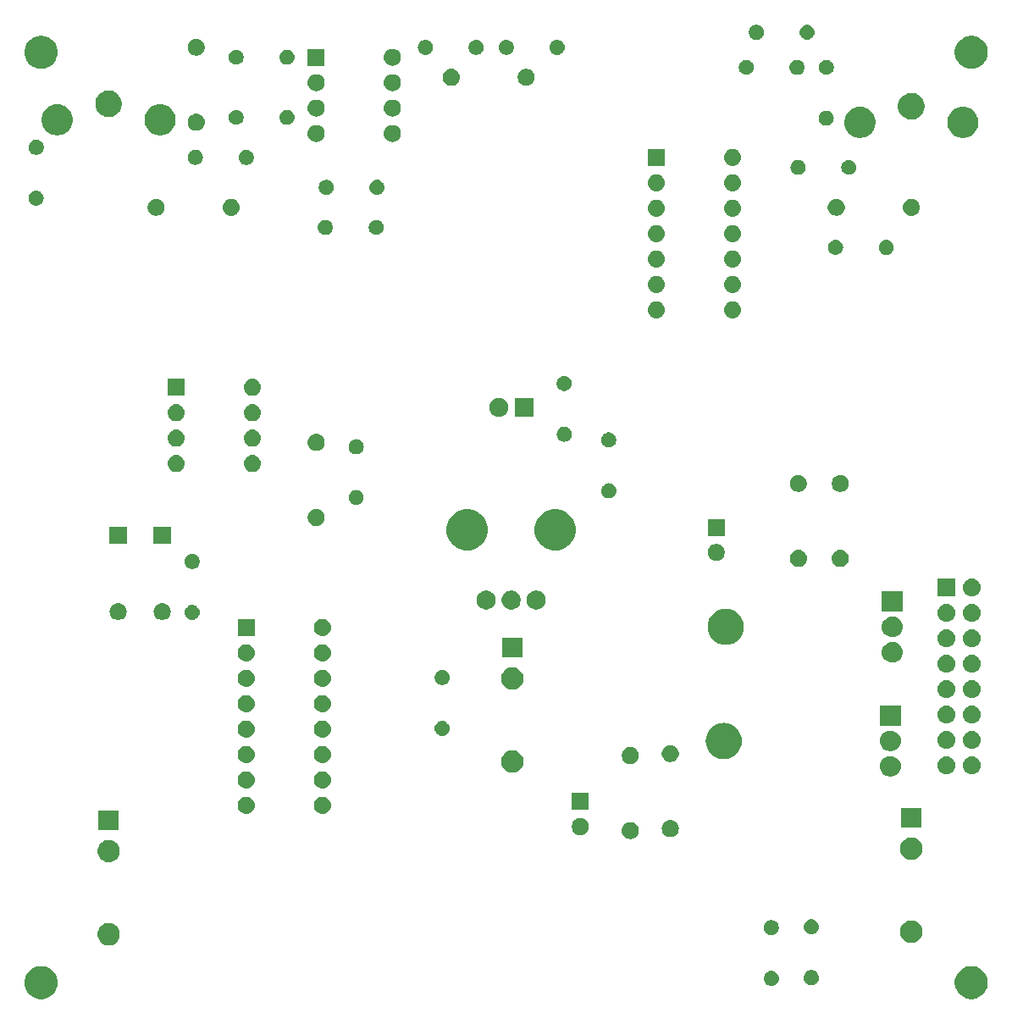
<source format=gbs>
G04 #@! TF.GenerationSoftware,KiCad,Pcbnew,(5.1.4-0-10_14)*
G04 #@! TF.CreationDate,2019-11-25T16:16:25+01:00*
G04 #@! TF.ProjectId,Sync-Ope-proto,53796e63-2d4f-4706-952d-70726f746f2e,0.1*
G04 #@! TF.SameCoordinates,Original*
G04 #@! TF.FileFunction,Soldermask,Bot*
G04 #@! TF.FilePolarity,Negative*
%FSLAX46Y46*%
G04 Gerber Fmt 4.6, Leading zero omitted, Abs format (unit mm)*
G04 Created by KiCad (PCBNEW (5.1.4-0-10_14)) date 2019-11-25 16:16:25*
%MOMM*%
%LPD*%
G04 APERTURE LIST*
%ADD10C,0.100000*%
G04 APERTURE END LIST*
D10*
G36*
X196875256Y-144891298D02*
G01*
X196981579Y-144912447D01*
X197282042Y-145036903D01*
X197552451Y-145217585D01*
X197782415Y-145447549D01*
X197963097Y-145717958D01*
X198049285Y-145926033D01*
X198087553Y-146018422D01*
X198151000Y-146337389D01*
X198151000Y-146662611D01*
X198119667Y-146820133D01*
X198087553Y-146981579D01*
X197963097Y-147282042D01*
X197782415Y-147552451D01*
X197552451Y-147782415D01*
X197282042Y-147963097D01*
X196981579Y-148087553D01*
X196875256Y-148108702D01*
X196662611Y-148151000D01*
X196337389Y-148151000D01*
X196124744Y-148108702D01*
X196018421Y-148087553D01*
X195717958Y-147963097D01*
X195447549Y-147782415D01*
X195217585Y-147552451D01*
X195036903Y-147282042D01*
X194912447Y-146981579D01*
X194880333Y-146820133D01*
X194849000Y-146662611D01*
X194849000Y-146337389D01*
X194912447Y-146018422D01*
X194950716Y-145926033D01*
X195036903Y-145717958D01*
X195217585Y-145447549D01*
X195447549Y-145217585D01*
X195717958Y-145036903D01*
X196018421Y-144912447D01*
X196124744Y-144891298D01*
X196337389Y-144849000D01*
X196662611Y-144849000D01*
X196875256Y-144891298D01*
X196875256Y-144891298D01*
G37*
G36*
X103875256Y-144891298D02*
G01*
X103981579Y-144912447D01*
X104282042Y-145036903D01*
X104552451Y-145217585D01*
X104782415Y-145447549D01*
X104963097Y-145717958D01*
X105049285Y-145926033D01*
X105087553Y-146018422D01*
X105151000Y-146337389D01*
X105151000Y-146662611D01*
X105119667Y-146820133D01*
X105087553Y-146981579D01*
X104963097Y-147282042D01*
X104782415Y-147552451D01*
X104552451Y-147782415D01*
X104282042Y-147963097D01*
X103981579Y-148087553D01*
X103875256Y-148108702D01*
X103662611Y-148151000D01*
X103337389Y-148151000D01*
X103124744Y-148108702D01*
X103018421Y-148087553D01*
X102717958Y-147963097D01*
X102447549Y-147782415D01*
X102217585Y-147552451D01*
X102036903Y-147282042D01*
X101912447Y-146981579D01*
X101880333Y-146820133D01*
X101849000Y-146662611D01*
X101849000Y-146337389D01*
X101912447Y-146018422D01*
X101950716Y-145926033D01*
X102036903Y-145717958D01*
X102217585Y-145447549D01*
X102447549Y-145217585D01*
X102717958Y-145036903D01*
X103018421Y-144912447D01*
X103124744Y-144891298D01*
X103337389Y-144849000D01*
X103662611Y-144849000D01*
X103875256Y-144891298D01*
X103875256Y-144891298D01*
G37*
G36*
X176573665Y-145332622D02*
G01*
X176647222Y-145339867D01*
X176788786Y-145382810D01*
X176919252Y-145452546D01*
X176949040Y-145476992D01*
X177033607Y-145546393D01*
X177103008Y-145630960D01*
X177127454Y-145660748D01*
X177197190Y-145791214D01*
X177240133Y-145932778D01*
X177254633Y-146080000D01*
X177240133Y-146227222D01*
X177197190Y-146368786D01*
X177127454Y-146499252D01*
X177103008Y-146529040D01*
X177033607Y-146613607D01*
X176970339Y-146665528D01*
X176919252Y-146707454D01*
X176788786Y-146777190D01*
X176647222Y-146820133D01*
X176573665Y-146827378D01*
X176536888Y-146831000D01*
X176463112Y-146831000D01*
X176426335Y-146827378D01*
X176352778Y-146820133D01*
X176211214Y-146777190D01*
X176080748Y-146707454D01*
X176029661Y-146665528D01*
X175966393Y-146613607D01*
X175896992Y-146529040D01*
X175872546Y-146499252D01*
X175802810Y-146368786D01*
X175759867Y-146227222D01*
X175745367Y-146080000D01*
X175759867Y-145932778D01*
X175802810Y-145791214D01*
X175872546Y-145660748D01*
X175896992Y-145630960D01*
X175966393Y-145546393D01*
X176050960Y-145476992D01*
X176080748Y-145452546D01*
X176211214Y-145382810D01*
X176352778Y-145339867D01*
X176426335Y-145332622D01*
X176463112Y-145329000D01*
X176536888Y-145329000D01*
X176573665Y-145332622D01*
X176573665Y-145332622D01*
G37*
G36*
X180719059Y-145277860D02*
G01*
X180842522Y-145329000D01*
X180855732Y-145334472D01*
X180978735Y-145416660D01*
X181083340Y-145521265D01*
X181165528Y-145644268D01*
X181165529Y-145644270D01*
X181196052Y-145717960D01*
X181222140Y-145780941D01*
X181251000Y-145926033D01*
X181251000Y-146073967D01*
X181222140Y-146219059D01*
X181165528Y-146355732D01*
X181083340Y-146478735D01*
X180978735Y-146583340D01*
X180855732Y-146665528D01*
X180855731Y-146665529D01*
X180855730Y-146665529D01*
X180719059Y-146722140D01*
X180573968Y-146751000D01*
X180426032Y-146751000D01*
X180280941Y-146722140D01*
X180144270Y-146665529D01*
X180144269Y-146665529D01*
X180144268Y-146665528D01*
X180021265Y-146583340D01*
X179916660Y-146478735D01*
X179834472Y-146355732D01*
X179777860Y-146219059D01*
X179749000Y-146073967D01*
X179749000Y-145926033D01*
X179777860Y-145780941D01*
X179803948Y-145717960D01*
X179834471Y-145644270D01*
X179834472Y-145644268D01*
X179916660Y-145521265D01*
X180021265Y-145416660D01*
X180144268Y-145334472D01*
X180157479Y-145329000D01*
X180280941Y-145277860D01*
X180426032Y-145249000D01*
X180573968Y-145249000D01*
X180719059Y-145277860D01*
X180719059Y-145277860D01*
G37*
G36*
X110503655Y-140562591D02*
G01*
X110575525Y-140576887D01*
X110778624Y-140661013D01*
X110961409Y-140783146D01*
X111116854Y-140938591D01*
X111238987Y-141121376D01*
X111323113Y-141324475D01*
X111323113Y-141324476D01*
X111360000Y-141509916D01*
X111366000Y-141540084D01*
X111366000Y-141759916D01*
X111323113Y-141975525D01*
X111238987Y-142178624D01*
X111116854Y-142361409D01*
X110961409Y-142516854D01*
X110778624Y-142638987D01*
X110575525Y-142723113D01*
X110503655Y-142737409D01*
X110359918Y-142766000D01*
X110140082Y-142766000D01*
X109996345Y-142737409D01*
X109924475Y-142723113D01*
X109721376Y-142638987D01*
X109538591Y-142516854D01*
X109383146Y-142361409D01*
X109261013Y-142178624D01*
X109176887Y-141975525D01*
X109134000Y-141759916D01*
X109134000Y-141540084D01*
X109140001Y-141509916D01*
X109176887Y-141324476D01*
X109176887Y-141324475D01*
X109261013Y-141121376D01*
X109383146Y-140938591D01*
X109538591Y-140783146D01*
X109721376Y-140661013D01*
X109924475Y-140576887D01*
X109996345Y-140562591D01*
X110140082Y-140534000D01*
X110359918Y-140534000D01*
X110503655Y-140562591D01*
X110503655Y-140562591D01*
G37*
G36*
X190753655Y-140312591D02*
G01*
X190825525Y-140326887D01*
X191028624Y-140411013D01*
X191211409Y-140533146D01*
X191366854Y-140688591D01*
X191488987Y-140871376D01*
X191572903Y-141073968D01*
X191573113Y-141074476D01*
X191616000Y-141290082D01*
X191616000Y-141509918D01*
X191608533Y-141547455D01*
X191573113Y-141725525D01*
X191488987Y-141928624D01*
X191366854Y-142111409D01*
X191211409Y-142266854D01*
X191028624Y-142388987D01*
X190825525Y-142473113D01*
X190753655Y-142487409D01*
X190609918Y-142516000D01*
X190390082Y-142516000D01*
X190246345Y-142487409D01*
X190174475Y-142473113D01*
X189971376Y-142388987D01*
X189788591Y-142266854D01*
X189633146Y-142111409D01*
X189511013Y-141928624D01*
X189426887Y-141725525D01*
X189391467Y-141547455D01*
X189384000Y-141509918D01*
X189384000Y-141290082D01*
X189426887Y-141074476D01*
X189427097Y-141073968D01*
X189511013Y-140871376D01*
X189633146Y-140688591D01*
X189788591Y-140533146D01*
X189971376Y-140411013D01*
X190174475Y-140326887D01*
X190246345Y-140312591D01*
X190390082Y-140284000D01*
X190609918Y-140284000D01*
X190753655Y-140312591D01*
X190753655Y-140312591D01*
G37*
G36*
X176719059Y-140277860D02*
G01*
X176837421Y-140326887D01*
X176855732Y-140334472D01*
X176978735Y-140416660D01*
X177083340Y-140521265D01*
X177165528Y-140644268D01*
X177165529Y-140644270D01*
X177222140Y-140780941D01*
X177240129Y-140871377D01*
X177251000Y-140926033D01*
X177251000Y-141073967D01*
X177222140Y-141219059D01*
X177165528Y-141355732D01*
X177083340Y-141478735D01*
X176978735Y-141583340D01*
X176855732Y-141665528D01*
X176855731Y-141665529D01*
X176855730Y-141665529D01*
X176719059Y-141722140D01*
X176573968Y-141751000D01*
X176426032Y-141751000D01*
X176280941Y-141722140D01*
X176144270Y-141665529D01*
X176144269Y-141665529D01*
X176144268Y-141665528D01*
X176021265Y-141583340D01*
X175916660Y-141478735D01*
X175834472Y-141355732D01*
X175777860Y-141219059D01*
X175749000Y-141073967D01*
X175749000Y-140926033D01*
X175759872Y-140871377D01*
X175777860Y-140780941D01*
X175834471Y-140644270D01*
X175834472Y-140644268D01*
X175916660Y-140521265D01*
X176021265Y-140416660D01*
X176144268Y-140334472D01*
X176162580Y-140326887D01*
X176280941Y-140277860D01*
X176426032Y-140249000D01*
X176573968Y-140249000D01*
X176719059Y-140277860D01*
X176719059Y-140277860D01*
G37*
G36*
X180573665Y-140172622D02*
G01*
X180647222Y-140179867D01*
X180788786Y-140222810D01*
X180919252Y-140292546D01*
X180949040Y-140316992D01*
X181033607Y-140386393D01*
X181103008Y-140470960D01*
X181127454Y-140500748D01*
X181197190Y-140631214D01*
X181240133Y-140772778D01*
X181254633Y-140920000D01*
X181240133Y-141067222D01*
X181197190Y-141208786D01*
X181127454Y-141339252D01*
X181113931Y-141355730D01*
X181033607Y-141453607D01*
X180964990Y-141509918D01*
X180919252Y-141547454D01*
X180788786Y-141617190D01*
X180647222Y-141660133D01*
X180592445Y-141665528D01*
X180536888Y-141671000D01*
X180463112Y-141671000D01*
X180407555Y-141665528D01*
X180352778Y-141660133D01*
X180211214Y-141617190D01*
X180080748Y-141547454D01*
X180035010Y-141509918D01*
X179966393Y-141453607D01*
X179886069Y-141355730D01*
X179872546Y-141339252D01*
X179802810Y-141208786D01*
X179759867Y-141067222D01*
X179745367Y-140920000D01*
X179759867Y-140772778D01*
X179802810Y-140631214D01*
X179872546Y-140500748D01*
X179896992Y-140470960D01*
X179966393Y-140386393D01*
X180050960Y-140316992D01*
X180080748Y-140292546D01*
X180211214Y-140222810D01*
X180352778Y-140179867D01*
X180426335Y-140172622D01*
X180463112Y-140169000D01*
X180536888Y-140169000D01*
X180573665Y-140172622D01*
X180573665Y-140172622D01*
G37*
G36*
X110503655Y-132262591D02*
G01*
X110575525Y-132276887D01*
X110778624Y-132361013D01*
X110961409Y-132483146D01*
X111116854Y-132638591D01*
X111238987Y-132821376D01*
X111323113Y-133024475D01*
X111323113Y-133024476D01*
X111360000Y-133209916D01*
X111366000Y-133240084D01*
X111366000Y-133459916D01*
X111323113Y-133675525D01*
X111238987Y-133878624D01*
X111116854Y-134061409D01*
X110961409Y-134216854D01*
X110778624Y-134338987D01*
X110575525Y-134423113D01*
X110503655Y-134437409D01*
X110359918Y-134466000D01*
X110140082Y-134466000D01*
X109996345Y-134437409D01*
X109924475Y-134423113D01*
X109721376Y-134338987D01*
X109538591Y-134216854D01*
X109383146Y-134061409D01*
X109261013Y-133878624D01*
X109176887Y-133675525D01*
X109134000Y-133459916D01*
X109134000Y-133240084D01*
X109140001Y-133209916D01*
X109176887Y-133024476D01*
X109176887Y-133024475D01*
X109261013Y-132821376D01*
X109383146Y-132638591D01*
X109538591Y-132483146D01*
X109721376Y-132361013D01*
X109924475Y-132276887D01*
X109996345Y-132262591D01*
X110140082Y-132234000D01*
X110359918Y-132234000D01*
X110503655Y-132262591D01*
X110503655Y-132262591D01*
G37*
G36*
X190745675Y-132011004D02*
G01*
X190825525Y-132026887D01*
X191028624Y-132111013D01*
X191211409Y-132233146D01*
X191366854Y-132388591D01*
X191488987Y-132571376D01*
X191573113Y-132774475D01*
X191573113Y-132774476D01*
X191616000Y-132990082D01*
X191616000Y-133209918D01*
X191587409Y-133353655D01*
X191573113Y-133425525D01*
X191488987Y-133628624D01*
X191366854Y-133811409D01*
X191211409Y-133966854D01*
X191028624Y-134088987D01*
X190825525Y-134173113D01*
X190753655Y-134187409D01*
X190609918Y-134216000D01*
X190390082Y-134216000D01*
X190246345Y-134187409D01*
X190174475Y-134173113D01*
X189971376Y-134088987D01*
X189788591Y-133966854D01*
X189633146Y-133811409D01*
X189511013Y-133628624D01*
X189426887Y-133425525D01*
X189412591Y-133353655D01*
X189384000Y-133209918D01*
X189384000Y-132990082D01*
X189426887Y-132774476D01*
X189426887Y-132774475D01*
X189511013Y-132571376D01*
X189633146Y-132388591D01*
X189788591Y-132233146D01*
X189971376Y-132111013D01*
X190174475Y-132026887D01*
X190254325Y-132011004D01*
X190390082Y-131984000D01*
X190609918Y-131984000D01*
X190745675Y-132011004D01*
X190745675Y-132011004D01*
G37*
G36*
X162566823Y-130461313D02*
G01*
X162727242Y-130509976D01*
X162859906Y-130580886D01*
X162875078Y-130588996D01*
X163004659Y-130695341D01*
X163111004Y-130824922D01*
X163111005Y-130824924D01*
X163190024Y-130972758D01*
X163238687Y-131133177D01*
X163255117Y-131300000D01*
X163238687Y-131466823D01*
X163190024Y-131627242D01*
X163141355Y-131718295D01*
X163111004Y-131775078D01*
X163004659Y-131904659D01*
X162875078Y-132011004D01*
X162875076Y-132011005D01*
X162727242Y-132090024D01*
X162566823Y-132138687D01*
X162441804Y-132151000D01*
X162358196Y-132151000D01*
X162233177Y-132138687D01*
X162072758Y-132090024D01*
X161924924Y-132011005D01*
X161924922Y-132011004D01*
X161795341Y-131904659D01*
X161688996Y-131775078D01*
X161658645Y-131718295D01*
X161609976Y-131627242D01*
X161561313Y-131466823D01*
X161544883Y-131300000D01*
X161561313Y-131133177D01*
X161609976Y-130972758D01*
X161688995Y-130824924D01*
X161688996Y-130824922D01*
X161795341Y-130695341D01*
X161924922Y-130588996D01*
X161940094Y-130580886D01*
X162072758Y-130509976D01*
X162233177Y-130461313D01*
X162358196Y-130449000D01*
X162441804Y-130449000D01*
X162566823Y-130461313D01*
X162566823Y-130461313D01*
G37*
G36*
X166566823Y-130261313D02*
G01*
X166727242Y-130309976D01*
X166816190Y-130357520D01*
X166875078Y-130388996D01*
X167004659Y-130495341D01*
X167111004Y-130624922D01*
X167111005Y-130624924D01*
X167190024Y-130772758D01*
X167238687Y-130933177D01*
X167255117Y-131100000D01*
X167238687Y-131266823D01*
X167190024Y-131427242D01*
X167168867Y-131466823D01*
X167111004Y-131575078D01*
X167004659Y-131704659D01*
X166875078Y-131811004D01*
X166875076Y-131811005D01*
X166727242Y-131890024D01*
X166566823Y-131938687D01*
X166441804Y-131951000D01*
X166358196Y-131951000D01*
X166233177Y-131938687D01*
X166072758Y-131890024D01*
X165924924Y-131811005D01*
X165924922Y-131811004D01*
X165795341Y-131704659D01*
X165688996Y-131575078D01*
X165631133Y-131466823D01*
X165609976Y-131427242D01*
X165561313Y-131266823D01*
X165544883Y-131100000D01*
X165561313Y-130933177D01*
X165609976Y-130772758D01*
X165688995Y-130624924D01*
X165688996Y-130624922D01*
X165795341Y-130495341D01*
X165924922Y-130388996D01*
X165983810Y-130357520D01*
X166072758Y-130309976D01*
X166233177Y-130261313D01*
X166358196Y-130249000D01*
X166441804Y-130249000D01*
X166566823Y-130261313D01*
X166566823Y-130261313D01*
G37*
G36*
X157648228Y-130081703D02*
G01*
X157803100Y-130145853D01*
X157942481Y-130238985D01*
X158061015Y-130357519D01*
X158154147Y-130496900D01*
X158218297Y-130651772D01*
X158251000Y-130816184D01*
X158251000Y-130983816D01*
X158218297Y-131148228D01*
X158154147Y-131303100D01*
X158061015Y-131442481D01*
X157942481Y-131561015D01*
X157803100Y-131654147D01*
X157648228Y-131718297D01*
X157483816Y-131751000D01*
X157316184Y-131751000D01*
X157151772Y-131718297D01*
X156996900Y-131654147D01*
X156857519Y-131561015D01*
X156738985Y-131442481D01*
X156645853Y-131303100D01*
X156581703Y-131148228D01*
X156549000Y-130983816D01*
X156549000Y-130816184D01*
X156581703Y-130651772D01*
X156645853Y-130496900D01*
X156738985Y-130357519D01*
X156857519Y-130238985D01*
X156996900Y-130145853D01*
X157151772Y-130081703D01*
X157316184Y-130049000D01*
X157483816Y-130049000D01*
X157648228Y-130081703D01*
X157648228Y-130081703D01*
G37*
G36*
X111266000Y-131216000D02*
G01*
X109234000Y-131216000D01*
X109234000Y-129284000D01*
X111266000Y-129284000D01*
X111266000Y-131216000D01*
X111266000Y-131216000D01*
G37*
G36*
X191516000Y-130966000D02*
G01*
X189484000Y-130966000D01*
X189484000Y-129034000D01*
X191516000Y-129034000D01*
X191516000Y-130966000D01*
X191516000Y-130966000D01*
G37*
G36*
X131786823Y-127941313D02*
G01*
X131947242Y-127989976D01*
X132079906Y-128060886D01*
X132095078Y-128068996D01*
X132224659Y-128175341D01*
X132331004Y-128304922D01*
X132331005Y-128304924D01*
X132410024Y-128452758D01*
X132458687Y-128613177D01*
X132475117Y-128780000D01*
X132458687Y-128946823D01*
X132410024Y-129107242D01*
X132339114Y-129239906D01*
X132331004Y-129255078D01*
X132224659Y-129384659D01*
X132095078Y-129491004D01*
X132095076Y-129491005D01*
X131947242Y-129570024D01*
X131786823Y-129618687D01*
X131661804Y-129631000D01*
X131578196Y-129631000D01*
X131453177Y-129618687D01*
X131292758Y-129570024D01*
X131144924Y-129491005D01*
X131144922Y-129491004D01*
X131015341Y-129384659D01*
X130908996Y-129255078D01*
X130900886Y-129239906D01*
X130829976Y-129107242D01*
X130781313Y-128946823D01*
X130764883Y-128780000D01*
X130781313Y-128613177D01*
X130829976Y-128452758D01*
X130908995Y-128304924D01*
X130908996Y-128304922D01*
X131015341Y-128175341D01*
X131144922Y-128068996D01*
X131160094Y-128060886D01*
X131292758Y-127989976D01*
X131453177Y-127941313D01*
X131578196Y-127929000D01*
X131661804Y-127929000D01*
X131786823Y-127941313D01*
X131786823Y-127941313D01*
G37*
G36*
X124166823Y-127941313D02*
G01*
X124327242Y-127989976D01*
X124459906Y-128060886D01*
X124475078Y-128068996D01*
X124604659Y-128175341D01*
X124711004Y-128304922D01*
X124711005Y-128304924D01*
X124790024Y-128452758D01*
X124838687Y-128613177D01*
X124855117Y-128780000D01*
X124838687Y-128946823D01*
X124790024Y-129107242D01*
X124719114Y-129239906D01*
X124711004Y-129255078D01*
X124604659Y-129384659D01*
X124475078Y-129491004D01*
X124475076Y-129491005D01*
X124327242Y-129570024D01*
X124166823Y-129618687D01*
X124041804Y-129631000D01*
X123958196Y-129631000D01*
X123833177Y-129618687D01*
X123672758Y-129570024D01*
X123524924Y-129491005D01*
X123524922Y-129491004D01*
X123395341Y-129384659D01*
X123288996Y-129255078D01*
X123280886Y-129239906D01*
X123209976Y-129107242D01*
X123161313Y-128946823D01*
X123144883Y-128780000D01*
X123161313Y-128613177D01*
X123209976Y-128452758D01*
X123288995Y-128304924D01*
X123288996Y-128304922D01*
X123395341Y-128175341D01*
X123524922Y-128068996D01*
X123540094Y-128060886D01*
X123672758Y-127989976D01*
X123833177Y-127941313D01*
X123958196Y-127929000D01*
X124041804Y-127929000D01*
X124166823Y-127941313D01*
X124166823Y-127941313D01*
G37*
G36*
X158251000Y-129251000D02*
G01*
X156549000Y-129251000D01*
X156549000Y-127549000D01*
X158251000Y-127549000D01*
X158251000Y-129251000D01*
X158251000Y-129251000D01*
G37*
G36*
X124166823Y-125401313D02*
G01*
X124327242Y-125449976D01*
X124450764Y-125516000D01*
X124475078Y-125528996D01*
X124604659Y-125635341D01*
X124711004Y-125764922D01*
X124711005Y-125764924D01*
X124790024Y-125912758D01*
X124838687Y-126073177D01*
X124855117Y-126240000D01*
X124838687Y-126406823D01*
X124790024Y-126567242D01*
X124719114Y-126699906D01*
X124711004Y-126715078D01*
X124604659Y-126844659D01*
X124475078Y-126951004D01*
X124475076Y-126951005D01*
X124327242Y-127030024D01*
X124166823Y-127078687D01*
X124041804Y-127091000D01*
X123958196Y-127091000D01*
X123833177Y-127078687D01*
X123672758Y-127030024D01*
X123524924Y-126951005D01*
X123524922Y-126951004D01*
X123395341Y-126844659D01*
X123288996Y-126715078D01*
X123280886Y-126699906D01*
X123209976Y-126567242D01*
X123161313Y-126406823D01*
X123144883Y-126240000D01*
X123161313Y-126073177D01*
X123209976Y-125912758D01*
X123288995Y-125764924D01*
X123288996Y-125764922D01*
X123395341Y-125635341D01*
X123524922Y-125528996D01*
X123549236Y-125516000D01*
X123672758Y-125449976D01*
X123833177Y-125401313D01*
X123958196Y-125389000D01*
X124041804Y-125389000D01*
X124166823Y-125401313D01*
X124166823Y-125401313D01*
G37*
G36*
X131786823Y-125401313D02*
G01*
X131947242Y-125449976D01*
X132070764Y-125516000D01*
X132095078Y-125528996D01*
X132224659Y-125635341D01*
X132331004Y-125764922D01*
X132331005Y-125764924D01*
X132410024Y-125912758D01*
X132458687Y-126073177D01*
X132475117Y-126240000D01*
X132458687Y-126406823D01*
X132410024Y-126567242D01*
X132339114Y-126699906D01*
X132331004Y-126715078D01*
X132224659Y-126844659D01*
X132095078Y-126951004D01*
X132095076Y-126951005D01*
X131947242Y-127030024D01*
X131786823Y-127078687D01*
X131661804Y-127091000D01*
X131578196Y-127091000D01*
X131453177Y-127078687D01*
X131292758Y-127030024D01*
X131144924Y-126951005D01*
X131144922Y-126951004D01*
X131015341Y-126844659D01*
X130908996Y-126715078D01*
X130900886Y-126699906D01*
X130829976Y-126567242D01*
X130781313Y-126406823D01*
X130764883Y-126240000D01*
X130781313Y-126073177D01*
X130829976Y-125912758D01*
X130908995Y-125764924D01*
X130908996Y-125764922D01*
X131015341Y-125635341D01*
X131144922Y-125528996D01*
X131169236Y-125516000D01*
X131292758Y-125449976D01*
X131453177Y-125401313D01*
X131578196Y-125389000D01*
X131661804Y-125389000D01*
X131786823Y-125401313D01*
X131786823Y-125401313D01*
G37*
G36*
X188545936Y-123881340D02*
G01*
X188644220Y-123891020D01*
X188833381Y-123948401D01*
X189007712Y-124041583D01*
X189160515Y-124166985D01*
X189285917Y-124319788D01*
X189379099Y-124494119D01*
X189436480Y-124683280D01*
X189455855Y-124880000D01*
X189436480Y-125076720D01*
X189379099Y-125265881D01*
X189285917Y-125440212D01*
X189160515Y-125593015D01*
X189007712Y-125718417D01*
X188833381Y-125811599D01*
X188644220Y-125868980D01*
X188545936Y-125878660D01*
X188496795Y-125883500D01*
X188303205Y-125883500D01*
X188254064Y-125878660D01*
X188155780Y-125868980D01*
X187966619Y-125811599D01*
X187792288Y-125718417D01*
X187639485Y-125593015D01*
X187514083Y-125440212D01*
X187420901Y-125265881D01*
X187363520Y-125076720D01*
X187344145Y-124880000D01*
X187363520Y-124683280D01*
X187420901Y-124494119D01*
X187514083Y-124319788D01*
X187639485Y-124166985D01*
X187792288Y-124041583D01*
X187966619Y-123948401D01*
X188155780Y-123891020D01*
X188254064Y-123881340D01*
X188303205Y-123876500D01*
X188496795Y-123876500D01*
X188545936Y-123881340D01*
X188545936Y-123881340D01*
G37*
G36*
X196650443Y-123885519D02*
G01*
X196716627Y-123892037D01*
X196886466Y-123943557D01*
X196886468Y-123943558D01*
X196895530Y-123948402D01*
X197042991Y-124027222D01*
X197068588Y-124048229D01*
X197180186Y-124139814D01*
X197263448Y-124241271D01*
X197292778Y-124277009D01*
X197376443Y-124433534D01*
X197427963Y-124603373D01*
X197445359Y-124780000D01*
X197427963Y-124956627D01*
X197376443Y-125126466D01*
X197292778Y-125282991D01*
X197263448Y-125318729D01*
X197180186Y-125420186D01*
X197115693Y-125473113D01*
X197042991Y-125532778D01*
X196886466Y-125616443D01*
X196716627Y-125667963D01*
X196650442Y-125674482D01*
X196584260Y-125681000D01*
X196495740Y-125681000D01*
X196429558Y-125674482D01*
X196363373Y-125667963D01*
X196193534Y-125616443D01*
X196037009Y-125532778D01*
X195964307Y-125473113D01*
X195899814Y-125420186D01*
X195816552Y-125318729D01*
X195787222Y-125282991D01*
X195703557Y-125126466D01*
X195652037Y-124956627D01*
X195634641Y-124780000D01*
X195652037Y-124603373D01*
X195703557Y-124433534D01*
X195787222Y-124277009D01*
X195816552Y-124241271D01*
X195899814Y-124139814D01*
X196011412Y-124048229D01*
X196037009Y-124027222D01*
X196184470Y-123948402D01*
X196193532Y-123943558D01*
X196193534Y-123943557D01*
X196363373Y-123892037D01*
X196429557Y-123885519D01*
X196495740Y-123879000D01*
X196584260Y-123879000D01*
X196650443Y-123885519D01*
X196650443Y-123885519D01*
G37*
G36*
X194110443Y-123885519D02*
G01*
X194176627Y-123892037D01*
X194346466Y-123943557D01*
X194346468Y-123943558D01*
X194355530Y-123948402D01*
X194502991Y-124027222D01*
X194528588Y-124048229D01*
X194640186Y-124139814D01*
X194723448Y-124241271D01*
X194752778Y-124277009D01*
X194836443Y-124433534D01*
X194887963Y-124603373D01*
X194905359Y-124780000D01*
X194887963Y-124956627D01*
X194836443Y-125126466D01*
X194752778Y-125282991D01*
X194723448Y-125318729D01*
X194640186Y-125420186D01*
X194575693Y-125473113D01*
X194502991Y-125532778D01*
X194346466Y-125616443D01*
X194176627Y-125667963D01*
X194110442Y-125674482D01*
X194044260Y-125681000D01*
X193955740Y-125681000D01*
X193889558Y-125674482D01*
X193823373Y-125667963D01*
X193653534Y-125616443D01*
X193497009Y-125532778D01*
X193424307Y-125473113D01*
X193359814Y-125420186D01*
X193276552Y-125318729D01*
X193247222Y-125282991D01*
X193163557Y-125126466D01*
X193112037Y-124956627D01*
X193094641Y-124780000D01*
X193112037Y-124603373D01*
X193163557Y-124433534D01*
X193247222Y-124277009D01*
X193276552Y-124241271D01*
X193359814Y-124139814D01*
X193471412Y-124048229D01*
X193497009Y-124027222D01*
X193644470Y-123948402D01*
X193653532Y-123943558D01*
X193653534Y-123943557D01*
X193823373Y-123892037D01*
X193889557Y-123885519D01*
X193955740Y-123879000D01*
X194044260Y-123879000D01*
X194110443Y-123885519D01*
X194110443Y-123885519D01*
G37*
G36*
X150853655Y-123312591D02*
G01*
X150925525Y-123326887D01*
X151128624Y-123411013D01*
X151311409Y-123533146D01*
X151466854Y-123688591D01*
X151588987Y-123871376D01*
X151673113Y-124074475D01*
X151673113Y-124074476D01*
X151716000Y-124290082D01*
X151716000Y-124509918D01*
X151697410Y-124603375D01*
X151673113Y-124725525D01*
X151588987Y-124928624D01*
X151466854Y-125111409D01*
X151311409Y-125266854D01*
X151128624Y-125388987D01*
X150925525Y-125473113D01*
X150853655Y-125487409D01*
X150709918Y-125516000D01*
X150490082Y-125516000D01*
X150346345Y-125487409D01*
X150274475Y-125473113D01*
X150071376Y-125388987D01*
X149888591Y-125266854D01*
X149733146Y-125111409D01*
X149611013Y-124928624D01*
X149526887Y-124725525D01*
X149502590Y-124603375D01*
X149484000Y-124509918D01*
X149484000Y-124290082D01*
X149526887Y-124074476D01*
X149526887Y-124074475D01*
X149611013Y-123871376D01*
X149733146Y-123688591D01*
X149888591Y-123533146D01*
X150071376Y-123411013D01*
X150274475Y-123326887D01*
X150346345Y-123312591D01*
X150490082Y-123284000D01*
X150709918Y-123284000D01*
X150853655Y-123312591D01*
X150853655Y-123312591D01*
G37*
G36*
X162648228Y-122981703D02*
G01*
X162803100Y-123045853D01*
X162942481Y-123138985D01*
X163061015Y-123257519D01*
X163154147Y-123396900D01*
X163218297Y-123551772D01*
X163251000Y-123716184D01*
X163251000Y-123883816D01*
X163218297Y-124048228D01*
X163154147Y-124203100D01*
X163061015Y-124342481D01*
X162942481Y-124461015D01*
X162803100Y-124554147D01*
X162648228Y-124618297D01*
X162483816Y-124651000D01*
X162316184Y-124651000D01*
X162151772Y-124618297D01*
X161996900Y-124554147D01*
X161857519Y-124461015D01*
X161738985Y-124342481D01*
X161645853Y-124203100D01*
X161581703Y-124048228D01*
X161549000Y-123883816D01*
X161549000Y-123716184D01*
X161581703Y-123551772D01*
X161645853Y-123396900D01*
X161738985Y-123257519D01*
X161857519Y-123138985D01*
X161996900Y-123045853D01*
X162151772Y-122981703D01*
X162316184Y-122949000D01*
X162483816Y-122949000D01*
X162648228Y-122981703D01*
X162648228Y-122981703D01*
G37*
G36*
X124166823Y-122861313D02*
G01*
X124327242Y-122909976D01*
X124459906Y-122980886D01*
X124475078Y-122988996D01*
X124604659Y-123095341D01*
X124711004Y-123224922D01*
X124711005Y-123224924D01*
X124790024Y-123372758D01*
X124838687Y-123533177D01*
X124855117Y-123700000D01*
X124838687Y-123866823D01*
X124790024Y-124027242D01*
X124743148Y-124114941D01*
X124711004Y-124175078D01*
X124604659Y-124304659D01*
X124475078Y-124411004D01*
X124475076Y-124411005D01*
X124327242Y-124490024D01*
X124166823Y-124538687D01*
X124041804Y-124551000D01*
X123958196Y-124551000D01*
X123833177Y-124538687D01*
X123672758Y-124490024D01*
X123524924Y-124411005D01*
X123524922Y-124411004D01*
X123395341Y-124304659D01*
X123288996Y-124175078D01*
X123256852Y-124114941D01*
X123209976Y-124027242D01*
X123161313Y-123866823D01*
X123144883Y-123700000D01*
X123161313Y-123533177D01*
X123209976Y-123372758D01*
X123288995Y-123224924D01*
X123288996Y-123224922D01*
X123395341Y-123095341D01*
X123524922Y-122988996D01*
X123540094Y-122980886D01*
X123672758Y-122909976D01*
X123833177Y-122861313D01*
X123958196Y-122849000D01*
X124041804Y-122849000D01*
X124166823Y-122861313D01*
X124166823Y-122861313D01*
G37*
G36*
X131786823Y-122861313D02*
G01*
X131947242Y-122909976D01*
X132079906Y-122980886D01*
X132095078Y-122988996D01*
X132224659Y-123095341D01*
X132331004Y-123224922D01*
X132331005Y-123224924D01*
X132410024Y-123372758D01*
X132458687Y-123533177D01*
X132475117Y-123700000D01*
X132458687Y-123866823D01*
X132410024Y-124027242D01*
X132363148Y-124114941D01*
X132331004Y-124175078D01*
X132224659Y-124304659D01*
X132095078Y-124411004D01*
X132095076Y-124411005D01*
X131947242Y-124490024D01*
X131786823Y-124538687D01*
X131661804Y-124551000D01*
X131578196Y-124551000D01*
X131453177Y-124538687D01*
X131292758Y-124490024D01*
X131144924Y-124411005D01*
X131144922Y-124411004D01*
X131015341Y-124304659D01*
X130908996Y-124175078D01*
X130876852Y-124114941D01*
X130829976Y-124027242D01*
X130781313Y-123866823D01*
X130764883Y-123700000D01*
X130781313Y-123533177D01*
X130829976Y-123372758D01*
X130908995Y-123224924D01*
X130908996Y-123224922D01*
X131015341Y-123095341D01*
X131144922Y-122988996D01*
X131160094Y-122980886D01*
X131292758Y-122909976D01*
X131453177Y-122861313D01*
X131578196Y-122849000D01*
X131661804Y-122849000D01*
X131786823Y-122861313D01*
X131786823Y-122861313D01*
G37*
G36*
X166648228Y-122781703D02*
G01*
X166803100Y-122845853D01*
X166942481Y-122938985D01*
X167061015Y-123057519D01*
X167154147Y-123196900D01*
X167218297Y-123351772D01*
X167251000Y-123516184D01*
X167251000Y-123683816D01*
X167218297Y-123848228D01*
X167154147Y-124003100D01*
X167061015Y-124142481D01*
X166942481Y-124261015D01*
X166803100Y-124354147D01*
X166648228Y-124418297D01*
X166483816Y-124451000D01*
X166316184Y-124451000D01*
X166151772Y-124418297D01*
X165996900Y-124354147D01*
X165857519Y-124261015D01*
X165738985Y-124142481D01*
X165645853Y-124003100D01*
X165581703Y-123848228D01*
X165549000Y-123683816D01*
X165549000Y-123516184D01*
X165581703Y-123351772D01*
X165645853Y-123196900D01*
X165738985Y-123057519D01*
X165857519Y-122938985D01*
X165996900Y-122845853D01*
X166151772Y-122781703D01*
X166316184Y-122749000D01*
X166483816Y-122749000D01*
X166648228Y-122781703D01*
X166648228Y-122781703D01*
G37*
G36*
X171903538Y-120546393D02*
G01*
X172093058Y-120565059D01*
X172432548Y-120668042D01*
X172432550Y-120668043D01*
X172745422Y-120835277D01*
X173019661Y-121060339D01*
X173244723Y-121334578D01*
X173326313Y-121487222D01*
X173411958Y-121647452D01*
X173514941Y-121986942D01*
X173549714Y-122340000D01*
X173514941Y-122693058D01*
X173411958Y-123032548D01*
X173411957Y-123032550D01*
X173244723Y-123345422D01*
X173019661Y-123619661D01*
X172745422Y-123844723D01*
X172449126Y-124003097D01*
X172432548Y-124011958D01*
X172093058Y-124114941D01*
X171916669Y-124132314D01*
X171828476Y-124141000D01*
X171651524Y-124141000D01*
X171563331Y-124132314D01*
X171386942Y-124114941D01*
X171047452Y-124011958D01*
X171030874Y-124003097D01*
X170734578Y-123844723D01*
X170460339Y-123619661D01*
X170235277Y-123345422D01*
X170068043Y-123032550D01*
X170068042Y-123032548D01*
X169965059Y-122693058D01*
X169930286Y-122340000D01*
X169965059Y-121986942D01*
X170068042Y-121647452D01*
X170153687Y-121487222D01*
X170235277Y-121334578D01*
X170460339Y-121060339D01*
X170734578Y-120835277D01*
X171047450Y-120668043D01*
X171047452Y-120668042D01*
X171386942Y-120565059D01*
X171576462Y-120546393D01*
X171651524Y-120539000D01*
X171828476Y-120539000D01*
X171903538Y-120546393D01*
X171903538Y-120546393D01*
G37*
G36*
X188545936Y-121341340D02*
G01*
X188644220Y-121351020D01*
X188833381Y-121408401D01*
X189007712Y-121501583D01*
X189160515Y-121626985D01*
X189285917Y-121779788D01*
X189379099Y-121954119D01*
X189436480Y-122143280D01*
X189455855Y-122340000D01*
X189436480Y-122536720D01*
X189379099Y-122725881D01*
X189285917Y-122900212D01*
X189160515Y-123053015D01*
X189007712Y-123178417D01*
X188833381Y-123271599D01*
X188644220Y-123328980D01*
X188545936Y-123338660D01*
X188496795Y-123343500D01*
X188303205Y-123343500D01*
X188254064Y-123338660D01*
X188155780Y-123328980D01*
X187966619Y-123271599D01*
X187792288Y-123178417D01*
X187639485Y-123053015D01*
X187514083Y-122900212D01*
X187420901Y-122725881D01*
X187363520Y-122536720D01*
X187344145Y-122340000D01*
X187363520Y-122143280D01*
X187420901Y-121954119D01*
X187514083Y-121779788D01*
X187639485Y-121626985D01*
X187792288Y-121501583D01*
X187966619Y-121408401D01*
X188155780Y-121351020D01*
X188254064Y-121341340D01*
X188303205Y-121336500D01*
X188496795Y-121336500D01*
X188545936Y-121341340D01*
X188545936Y-121341340D01*
G37*
G36*
X194110442Y-121345518D02*
G01*
X194176627Y-121352037D01*
X194346466Y-121403557D01*
X194346468Y-121403558D01*
X194355530Y-121408402D01*
X194502991Y-121487222D01*
X194538729Y-121516552D01*
X194640186Y-121599814D01*
X194723448Y-121701271D01*
X194752778Y-121737009D01*
X194836443Y-121893534D01*
X194887963Y-122063373D01*
X194905359Y-122240000D01*
X194887963Y-122416627D01*
X194836443Y-122586466D01*
X194752778Y-122742991D01*
X194723448Y-122778729D01*
X194640186Y-122880186D01*
X194538729Y-122963448D01*
X194502991Y-122992778D01*
X194346466Y-123076443D01*
X194176627Y-123127963D01*
X194110442Y-123134482D01*
X194044260Y-123141000D01*
X193955740Y-123141000D01*
X193889558Y-123134482D01*
X193823373Y-123127963D01*
X193653534Y-123076443D01*
X193497009Y-122992778D01*
X193461271Y-122963448D01*
X193359814Y-122880186D01*
X193276552Y-122778729D01*
X193247222Y-122742991D01*
X193163557Y-122586466D01*
X193112037Y-122416627D01*
X193094641Y-122240000D01*
X193112037Y-122063373D01*
X193163557Y-121893534D01*
X193247222Y-121737009D01*
X193276552Y-121701271D01*
X193359814Y-121599814D01*
X193461271Y-121516552D01*
X193497009Y-121487222D01*
X193644470Y-121408402D01*
X193653532Y-121403558D01*
X193653534Y-121403557D01*
X193823373Y-121352037D01*
X193889558Y-121345518D01*
X193955740Y-121339000D01*
X194044260Y-121339000D01*
X194110442Y-121345518D01*
X194110442Y-121345518D01*
G37*
G36*
X196650442Y-121345518D02*
G01*
X196716627Y-121352037D01*
X196886466Y-121403557D01*
X196886468Y-121403558D01*
X196895530Y-121408402D01*
X197042991Y-121487222D01*
X197078729Y-121516552D01*
X197180186Y-121599814D01*
X197263448Y-121701271D01*
X197292778Y-121737009D01*
X197376443Y-121893534D01*
X197427963Y-122063373D01*
X197445359Y-122240000D01*
X197427963Y-122416627D01*
X197376443Y-122586466D01*
X197292778Y-122742991D01*
X197263448Y-122778729D01*
X197180186Y-122880186D01*
X197078729Y-122963448D01*
X197042991Y-122992778D01*
X196886466Y-123076443D01*
X196716627Y-123127963D01*
X196650442Y-123134482D01*
X196584260Y-123141000D01*
X196495740Y-123141000D01*
X196429558Y-123134482D01*
X196363373Y-123127963D01*
X196193534Y-123076443D01*
X196037009Y-122992778D01*
X196001271Y-122963448D01*
X195899814Y-122880186D01*
X195816552Y-122778729D01*
X195787222Y-122742991D01*
X195703557Y-122586466D01*
X195652037Y-122416627D01*
X195634641Y-122240000D01*
X195652037Y-122063373D01*
X195703557Y-121893534D01*
X195787222Y-121737009D01*
X195816552Y-121701271D01*
X195899814Y-121599814D01*
X196001271Y-121516552D01*
X196037009Y-121487222D01*
X196184470Y-121408402D01*
X196193532Y-121403558D01*
X196193534Y-121403557D01*
X196363373Y-121352037D01*
X196429558Y-121345518D01*
X196495740Y-121339000D01*
X196584260Y-121339000D01*
X196650442Y-121345518D01*
X196650442Y-121345518D01*
G37*
G36*
X131786823Y-120321313D02*
G01*
X131947242Y-120369976D01*
X132079906Y-120440886D01*
X132095078Y-120448996D01*
X132224659Y-120555341D01*
X132331004Y-120684922D01*
X132331005Y-120684924D01*
X132410024Y-120832758D01*
X132410025Y-120832761D01*
X132419083Y-120862620D01*
X132458687Y-120993177D01*
X132475117Y-121160000D01*
X132458687Y-121326823D01*
X132410024Y-121487242D01*
X132349853Y-121599814D01*
X132331004Y-121635078D01*
X132224659Y-121764659D01*
X132095078Y-121871004D01*
X132095076Y-121871005D01*
X131947242Y-121950024D01*
X131786823Y-121998687D01*
X131661804Y-122011000D01*
X131578196Y-122011000D01*
X131453177Y-121998687D01*
X131292758Y-121950024D01*
X131144924Y-121871005D01*
X131144922Y-121871004D01*
X131015341Y-121764659D01*
X130908996Y-121635078D01*
X130890147Y-121599814D01*
X130829976Y-121487242D01*
X130781313Y-121326823D01*
X130764883Y-121160000D01*
X130781313Y-120993177D01*
X130820917Y-120862620D01*
X130829975Y-120832761D01*
X130829976Y-120832758D01*
X130908995Y-120684924D01*
X130908996Y-120684922D01*
X131015341Y-120555341D01*
X131144922Y-120448996D01*
X131160094Y-120440886D01*
X131292758Y-120369976D01*
X131453177Y-120321313D01*
X131578196Y-120309000D01*
X131661804Y-120309000D01*
X131786823Y-120321313D01*
X131786823Y-120321313D01*
G37*
G36*
X124166823Y-120321313D02*
G01*
X124327242Y-120369976D01*
X124459906Y-120440886D01*
X124475078Y-120448996D01*
X124604659Y-120555341D01*
X124711004Y-120684922D01*
X124711005Y-120684924D01*
X124790024Y-120832758D01*
X124790025Y-120832761D01*
X124799083Y-120862620D01*
X124838687Y-120993177D01*
X124855117Y-121160000D01*
X124838687Y-121326823D01*
X124790024Y-121487242D01*
X124729853Y-121599814D01*
X124711004Y-121635078D01*
X124604659Y-121764659D01*
X124475078Y-121871004D01*
X124475076Y-121871005D01*
X124327242Y-121950024D01*
X124166823Y-121998687D01*
X124041804Y-122011000D01*
X123958196Y-122011000D01*
X123833177Y-121998687D01*
X123672758Y-121950024D01*
X123524924Y-121871005D01*
X123524922Y-121871004D01*
X123395341Y-121764659D01*
X123288996Y-121635078D01*
X123270147Y-121599814D01*
X123209976Y-121487242D01*
X123161313Y-121326823D01*
X123144883Y-121160000D01*
X123161313Y-120993177D01*
X123200917Y-120862620D01*
X123209975Y-120832761D01*
X123209976Y-120832758D01*
X123288995Y-120684924D01*
X123288996Y-120684922D01*
X123395341Y-120555341D01*
X123524922Y-120448996D01*
X123540094Y-120440886D01*
X123672758Y-120369976D01*
X123833177Y-120321313D01*
X123958196Y-120309000D01*
X124041804Y-120309000D01*
X124166823Y-120321313D01*
X124166823Y-120321313D01*
G37*
G36*
X143673665Y-120332622D02*
G01*
X143747222Y-120339867D01*
X143888786Y-120382810D01*
X144019252Y-120452546D01*
X144049040Y-120476992D01*
X144133607Y-120546393D01*
X144203008Y-120630960D01*
X144227454Y-120660748D01*
X144297190Y-120791214D01*
X144340133Y-120932778D01*
X144354633Y-121080000D01*
X144340133Y-121227222D01*
X144297190Y-121368786D01*
X144227454Y-121499252D01*
X144203008Y-121529040D01*
X144133607Y-121613607D01*
X144049040Y-121683008D01*
X144019252Y-121707454D01*
X143888786Y-121777190D01*
X143747222Y-121820133D01*
X143673665Y-121827378D01*
X143636888Y-121831000D01*
X143563112Y-121831000D01*
X143526335Y-121827378D01*
X143452778Y-121820133D01*
X143311214Y-121777190D01*
X143180748Y-121707454D01*
X143150960Y-121683008D01*
X143066393Y-121613607D01*
X142996992Y-121529040D01*
X142972546Y-121499252D01*
X142902810Y-121368786D01*
X142859867Y-121227222D01*
X142845367Y-121080000D01*
X142859867Y-120932778D01*
X142902810Y-120791214D01*
X142972546Y-120660748D01*
X142996992Y-120630960D01*
X143066393Y-120546393D01*
X143150960Y-120476992D01*
X143180748Y-120452546D01*
X143311214Y-120382810D01*
X143452778Y-120339867D01*
X143526335Y-120332622D01*
X143563112Y-120329000D01*
X143636888Y-120329000D01*
X143673665Y-120332622D01*
X143673665Y-120332622D01*
G37*
G36*
X189451000Y-120803500D02*
G01*
X187349000Y-120803500D01*
X187349000Y-118796500D01*
X189451000Y-118796500D01*
X189451000Y-120803500D01*
X189451000Y-120803500D01*
G37*
G36*
X196650442Y-118805518D02*
G01*
X196716627Y-118812037D01*
X196886466Y-118863557D01*
X197042991Y-118947222D01*
X197043015Y-118947242D01*
X197180186Y-119059814D01*
X197263448Y-119161271D01*
X197292778Y-119197009D01*
X197376443Y-119353534D01*
X197427963Y-119523373D01*
X197445359Y-119700000D01*
X197427963Y-119876627D01*
X197376443Y-120046466D01*
X197292778Y-120202991D01*
X197263448Y-120238729D01*
X197180186Y-120340186D01*
X197078729Y-120423448D01*
X197042991Y-120452778D01*
X196886466Y-120536443D01*
X196716627Y-120587963D01*
X196650443Y-120594481D01*
X196584260Y-120601000D01*
X196495740Y-120601000D01*
X196429557Y-120594481D01*
X196363373Y-120587963D01*
X196193534Y-120536443D01*
X196037009Y-120452778D01*
X196001271Y-120423448D01*
X195899814Y-120340186D01*
X195816552Y-120238729D01*
X195787222Y-120202991D01*
X195703557Y-120046466D01*
X195652037Y-119876627D01*
X195634641Y-119700000D01*
X195652037Y-119523373D01*
X195703557Y-119353534D01*
X195787222Y-119197009D01*
X195816552Y-119161271D01*
X195899814Y-119059814D01*
X196036985Y-118947242D01*
X196037009Y-118947222D01*
X196193534Y-118863557D01*
X196363373Y-118812037D01*
X196429558Y-118805518D01*
X196495740Y-118799000D01*
X196584260Y-118799000D01*
X196650442Y-118805518D01*
X196650442Y-118805518D01*
G37*
G36*
X194110442Y-118805518D02*
G01*
X194176627Y-118812037D01*
X194346466Y-118863557D01*
X194502991Y-118947222D01*
X194503015Y-118947242D01*
X194640186Y-119059814D01*
X194723448Y-119161271D01*
X194752778Y-119197009D01*
X194836443Y-119353534D01*
X194887963Y-119523373D01*
X194905359Y-119700000D01*
X194887963Y-119876627D01*
X194836443Y-120046466D01*
X194752778Y-120202991D01*
X194723448Y-120238729D01*
X194640186Y-120340186D01*
X194538729Y-120423448D01*
X194502991Y-120452778D01*
X194346466Y-120536443D01*
X194176627Y-120587963D01*
X194110443Y-120594481D01*
X194044260Y-120601000D01*
X193955740Y-120601000D01*
X193889557Y-120594481D01*
X193823373Y-120587963D01*
X193653534Y-120536443D01*
X193497009Y-120452778D01*
X193461271Y-120423448D01*
X193359814Y-120340186D01*
X193276552Y-120238729D01*
X193247222Y-120202991D01*
X193163557Y-120046466D01*
X193112037Y-119876627D01*
X193094641Y-119700000D01*
X193112037Y-119523373D01*
X193163557Y-119353534D01*
X193247222Y-119197009D01*
X193276552Y-119161271D01*
X193359814Y-119059814D01*
X193496985Y-118947242D01*
X193497009Y-118947222D01*
X193653534Y-118863557D01*
X193823373Y-118812037D01*
X193889558Y-118805518D01*
X193955740Y-118799000D01*
X194044260Y-118799000D01*
X194110442Y-118805518D01*
X194110442Y-118805518D01*
G37*
G36*
X131786823Y-117781313D02*
G01*
X131947242Y-117829976D01*
X132079906Y-117900886D01*
X132095078Y-117908996D01*
X132224659Y-118015341D01*
X132331004Y-118144922D01*
X132331005Y-118144924D01*
X132410024Y-118292758D01*
X132458687Y-118453177D01*
X132475117Y-118620000D01*
X132458687Y-118786823D01*
X132410024Y-118947242D01*
X132349853Y-119059814D01*
X132331004Y-119095078D01*
X132224659Y-119224659D01*
X132095078Y-119331004D01*
X132095076Y-119331005D01*
X131947242Y-119410024D01*
X131786823Y-119458687D01*
X131661804Y-119471000D01*
X131578196Y-119471000D01*
X131453177Y-119458687D01*
X131292758Y-119410024D01*
X131144924Y-119331005D01*
X131144922Y-119331004D01*
X131015341Y-119224659D01*
X130908996Y-119095078D01*
X130890147Y-119059814D01*
X130829976Y-118947242D01*
X130781313Y-118786823D01*
X130764883Y-118620000D01*
X130781313Y-118453177D01*
X130829976Y-118292758D01*
X130908995Y-118144924D01*
X130908996Y-118144922D01*
X131015341Y-118015341D01*
X131144922Y-117908996D01*
X131160094Y-117900886D01*
X131292758Y-117829976D01*
X131453177Y-117781313D01*
X131578196Y-117769000D01*
X131661804Y-117769000D01*
X131786823Y-117781313D01*
X131786823Y-117781313D01*
G37*
G36*
X124166823Y-117781313D02*
G01*
X124327242Y-117829976D01*
X124459906Y-117900886D01*
X124475078Y-117908996D01*
X124604659Y-118015341D01*
X124711004Y-118144922D01*
X124711005Y-118144924D01*
X124790024Y-118292758D01*
X124838687Y-118453177D01*
X124855117Y-118620000D01*
X124838687Y-118786823D01*
X124790024Y-118947242D01*
X124729853Y-119059814D01*
X124711004Y-119095078D01*
X124604659Y-119224659D01*
X124475078Y-119331004D01*
X124475076Y-119331005D01*
X124327242Y-119410024D01*
X124166823Y-119458687D01*
X124041804Y-119471000D01*
X123958196Y-119471000D01*
X123833177Y-119458687D01*
X123672758Y-119410024D01*
X123524924Y-119331005D01*
X123524922Y-119331004D01*
X123395341Y-119224659D01*
X123288996Y-119095078D01*
X123270147Y-119059814D01*
X123209976Y-118947242D01*
X123161313Y-118786823D01*
X123144883Y-118620000D01*
X123161313Y-118453177D01*
X123209976Y-118292758D01*
X123288995Y-118144924D01*
X123288996Y-118144922D01*
X123395341Y-118015341D01*
X123524922Y-117908996D01*
X123540094Y-117900886D01*
X123672758Y-117829976D01*
X123833177Y-117781313D01*
X123958196Y-117769000D01*
X124041804Y-117769000D01*
X124166823Y-117781313D01*
X124166823Y-117781313D01*
G37*
G36*
X196650443Y-116265519D02*
G01*
X196716627Y-116272037D01*
X196886466Y-116323557D01*
X197042991Y-116407222D01*
X197043015Y-116407242D01*
X197180186Y-116519814D01*
X197232320Y-116583341D01*
X197292778Y-116657009D01*
X197376443Y-116813534D01*
X197427963Y-116983373D01*
X197445359Y-117160000D01*
X197427963Y-117336627D01*
X197376443Y-117506466D01*
X197292778Y-117662991D01*
X197263448Y-117698729D01*
X197180186Y-117800186D01*
X197078729Y-117883448D01*
X197042991Y-117912778D01*
X196886466Y-117996443D01*
X196716627Y-118047963D01*
X196650443Y-118054481D01*
X196584260Y-118061000D01*
X196495740Y-118061000D01*
X196429557Y-118054481D01*
X196363373Y-118047963D01*
X196193534Y-117996443D01*
X196037009Y-117912778D01*
X196001271Y-117883448D01*
X195899814Y-117800186D01*
X195816552Y-117698729D01*
X195787222Y-117662991D01*
X195703557Y-117506466D01*
X195652037Y-117336627D01*
X195634641Y-117160000D01*
X195652037Y-116983373D01*
X195703557Y-116813534D01*
X195787222Y-116657009D01*
X195847680Y-116583341D01*
X195899814Y-116519814D01*
X196036985Y-116407242D01*
X196037009Y-116407222D01*
X196193534Y-116323557D01*
X196363373Y-116272037D01*
X196429557Y-116265519D01*
X196495740Y-116259000D01*
X196584260Y-116259000D01*
X196650443Y-116265519D01*
X196650443Y-116265519D01*
G37*
G36*
X194110443Y-116265519D02*
G01*
X194176627Y-116272037D01*
X194346466Y-116323557D01*
X194502991Y-116407222D01*
X194503015Y-116407242D01*
X194640186Y-116519814D01*
X194692320Y-116583341D01*
X194752778Y-116657009D01*
X194836443Y-116813534D01*
X194887963Y-116983373D01*
X194905359Y-117160000D01*
X194887963Y-117336627D01*
X194836443Y-117506466D01*
X194752778Y-117662991D01*
X194723448Y-117698729D01*
X194640186Y-117800186D01*
X194538729Y-117883448D01*
X194502991Y-117912778D01*
X194346466Y-117996443D01*
X194176627Y-118047963D01*
X194110443Y-118054481D01*
X194044260Y-118061000D01*
X193955740Y-118061000D01*
X193889557Y-118054481D01*
X193823373Y-118047963D01*
X193653534Y-117996443D01*
X193497009Y-117912778D01*
X193461271Y-117883448D01*
X193359814Y-117800186D01*
X193276552Y-117698729D01*
X193247222Y-117662991D01*
X193163557Y-117506466D01*
X193112037Y-117336627D01*
X193094641Y-117160000D01*
X193112037Y-116983373D01*
X193163557Y-116813534D01*
X193247222Y-116657009D01*
X193307680Y-116583341D01*
X193359814Y-116519814D01*
X193496985Y-116407242D01*
X193497009Y-116407222D01*
X193653534Y-116323557D01*
X193823373Y-116272037D01*
X193889557Y-116265519D01*
X193955740Y-116259000D01*
X194044260Y-116259000D01*
X194110443Y-116265519D01*
X194110443Y-116265519D01*
G37*
G36*
X150853655Y-115012591D02*
G01*
X150925525Y-115026887D01*
X151128624Y-115111013D01*
X151311409Y-115233146D01*
X151466854Y-115388591D01*
X151588987Y-115571376D01*
X151673113Y-115774475D01*
X151673113Y-115774476D01*
X151716000Y-115990082D01*
X151716000Y-116209918D01*
X151693396Y-116323557D01*
X151673113Y-116425525D01*
X151588987Y-116628624D01*
X151466854Y-116811409D01*
X151311409Y-116966854D01*
X151128624Y-117088987D01*
X150925525Y-117173113D01*
X150853655Y-117187409D01*
X150709918Y-117216000D01*
X150490082Y-117216000D01*
X150346345Y-117187409D01*
X150274475Y-117173113D01*
X150071376Y-117088987D01*
X149888591Y-116966854D01*
X149733146Y-116811409D01*
X149611013Y-116628624D01*
X149526887Y-116425525D01*
X149506604Y-116323557D01*
X149484000Y-116209918D01*
X149484000Y-115990082D01*
X149526887Y-115774476D01*
X149526887Y-115774475D01*
X149611013Y-115571376D01*
X149733146Y-115388591D01*
X149888591Y-115233146D01*
X150071376Y-115111013D01*
X150274475Y-115026887D01*
X150346345Y-115012591D01*
X150490082Y-114984000D01*
X150709918Y-114984000D01*
X150853655Y-115012591D01*
X150853655Y-115012591D01*
G37*
G36*
X131786823Y-115241313D02*
G01*
X131947242Y-115289976D01*
X132030486Y-115334471D01*
X132095078Y-115368996D01*
X132224659Y-115475341D01*
X132331004Y-115604922D01*
X132331005Y-115604924D01*
X132410024Y-115752758D01*
X132458687Y-115913177D01*
X132475117Y-116080000D01*
X132458687Y-116246823D01*
X132410024Y-116407242D01*
X132371811Y-116478733D01*
X132331004Y-116555078D01*
X132224659Y-116684659D01*
X132095078Y-116791004D01*
X132095076Y-116791005D01*
X131947242Y-116870024D01*
X131786823Y-116918687D01*
X131661804Y-116931000D01*
X131578196Y-116931000D01*
X131453177Y-116918687D01*
X131292758Y-116870024D01*
X131144924Y-116791005D01*
X131144922Y-116791004D01*
X131015341Y-116684659D01*
X130908996Y-116555078D01*
X130868189Y-116478733D01*
X130829976Y-116407242D01*
X130781313Y-116246823D01*
X130764883Y-116080000D01*
X130781313Y-115913177D01*
X130829976Y-115752758D01*
X130908995Y-115604924D01*
X130908996Y-115604922D01*
X131015341Y-115475341D01*
X131144922Y-115368996D01*
X131209514Y-115334471D01*
X131292758Y-115289976D01*
X131453177Y-115241313D01*
X131578196Y-115229000D01*
X131661804Y-115229000D01*
X131786823Y-115241313D01*
X131786823Y-115241313D01*
G37*
G36*
X124166823Y-115241313D02*
G01*
X124327242Y-115289976D01*
X124410486Y-115334471D01*
X124475078Y-115368996D01*
X124604659Y-115475341D01*
X124711004Y-115604922D01*
X124711005Y-115604924D01*
X124790024Y-115752758D01*
X124838687Y-115913177D01*
X124855117Y-116080000D01*
X124838687Y-116246823D01*
X124790024Y-116407242D01*
X124751811Y-116478733D01*
X124711004Y-116555078D01*
X124604659Y-116684659D01*
X124475078Y-116791004D01*
X124475076Y-116791005D01*
X124327242Y-116870024D01*
X124166823Y-116918687D01*
X124041804Y-116931000D01*
X123958196Y-116931000D01*
X123833177Y-116918687D01*
X123672758Y-116870024D01*
X123524924Y-116791005D01*
X123524922Y-116791004D01*
X123395341Y-116684659D01*
X123288996Y-116555078D01*
X123248189Y-116478733D01*
X123209976Y-116407242D01*
X123161313Y-116246823D01*
X123144883Y-116080000D01*
X123161313Y-115913177D01*
X123209976Y-115752758D01*
X123288995Y-115604924D01*
X123288996Y-115604922D01*
X123395341Y-115475341D01*
X123524922Y-115368996D01*
X123589514Y-115334471D01*
X123672758Y-115289976D01*
X123833177Y-115241313D01*
X123958196Y-115229000D01*
X124041804Y-115229000D01*
X124166823Y-115241313D01*
X124166823Y-115241313D01*
G37*
G36*
X143819059Y-115277860D02*
G01*
X143955732Y-115334472D01*
X144078735Y-115416660D01*
X144183340Y-115521265D01*
X144239239Y-115604924D01*
X144265529Y-115644270D01*
X144322140Y-115780941D01*
X144348443Y-115913175D01*
X144351000Y-115926033D01*
X144351000Y-116073967D01*
X144322140Y-116219059D01*
X144265528Y-116355732D01*
X144183340Y-116478735D01*
X144078735Y-116583340D01*
X143955732Y-116665528D01*
X143955731Y-116665529D01*
X143955730Y-116665529D01*
X143819059Y-116722140D01*
X143673968Y-116751000D01*
X143526032Y-116751000D01*
X143380941Y-116722140D01*
X143244270Y-116665529D01*
X143244269Y-116665529D01*
X143244268Y-116665528D01*
X143121265Y-116583340D01*
X143016660Y-116478735D01*
X142934472Y-116355732D01*
X142877860Y-116219059D01*
X142849000Y-116073967D01*
X142849000Y-115926033D01*
X142851558Y-115913175D01*
X142877860Y-115780941D01*
X142934471Y-115644270D01*
X142960761Y-115604924D01*
X143016660Y-115521265D01*
X143121265Y-115416660D01*
X143244268Y-115334472D01*
X143380941Y-115277860D01*
X143526032Y-115249000D01*
X143673968Y-115249000D01*
X143819059Y-115277860D01*
X143819059Y-115277860D01*
G37*
G36*
X194110443Y-113725519D02*
G01*
X194176627Y-113732037D01*
X194346466Y-113783557D01*
X194502991Y-113867222D01*
X194503015Y-113867242D01*
X194640186Y-113979814D01*
X194723448Y-114081271D01*
X194752778Y-114117009D01*
X194836443Y-114273534D01*
X194887963Y-114443373D01*
X194905359Y-114620000D01*
X194887963Y-114796627D01*
X194836443Y-114966466D01*
X194752778Y-115122991D01*
X194723448Y-115158729D01*
X194640186Y-115260186D01*
X194549668Y-115334471D01*
X194502991Y-115372778D01*
X194346466Y-115456443D01*
X194176627Y-115507963D01*
X194110442Y-115514482D01*
X194044260Y-115521000D01*
X193955740Y-115521000D01*
X193889558Y-115514482D01*
X193823373Y-115507963D01*
X193653534Y-115456443D01*
X193497009Y-115372778D01*
X193450332Y-115334471D01*
X193359814Y-115260186D01*
X193276552Y-115158729D01*
X193247222Y-115122991D01*
X193163557Y-114966466D01*
X193112037Y-114796627D01*
X193094641Y-114620000D01*
X193112037Y-114443373D01*
X193163557Y-114273534D01*
X193247222Y-114117009D01*
X193276552Y-114081271D01*
X193359814Y-113979814D01*
X193496985Y-113867242D01*
X193497009Y-113867222D01*
X193653534Y-113783557D01*
X193823373Y-113732037D01*
X193889557Y-113725519D01*
X193955740Y-113719000D01*
X194044260Y-113719000D01*
X194110443Y-113725519D01*
X194110443Y-113725519D01*
G37*
G36*
X196650443Y-113725519D02*
G01*
X196716627Y-113732037D01*
X196886466Y-113783557D01*
X197042991Y-113867222D01*
X197043015Y-113867242D01*
X197180186Y-113979814D01*
X197263448Y-114081271D01*
X197292778Y-114117009D01*
X197376443Y-114273534D01*
X197427963Y-114443373D01*
X197445359Y-114620000D01*
X197427963Y-114796627D01*
X197376443Y-114966466D01*
X197292778Y-115122991D01*
X197263448Y-115158729D01*
X197180186Y-115260186D01*
X197089668Y-115334471D01*
X197042991Y-115372778D01*
X196886466Y-115456443D01*
X196716627Y-115507963D01*
X196650442Y-115514482D01*
X196584260Y-115521000D01*
X196495740Y-115521000D01*
X196429558Y-115514482D01*
X196363373Y-115507963D01*
X196193534Y-115456443D01*
X196037009Y-115372778D01*
X195990332Y-115334471D01*
X195899814Y-115260186D01*
X195816552Y-115158729D01*
X195787222Y-115122991D01*
X195703557Y-114966466D01*
X195652037Y-114796627D01*
X195634641Y-114620000D01*
X195652037Y-114443373D01*
X195703557Y-114273534D01*
X195787222Y-114117009D01*
X195816552Y-114081271D01*
X195899814Y-113979814D01*
X196036985Y-113867242D01*
X196037009Y-113867222D01*
X196193534Y-113783557D01*
X196363373Y-113732037D01*
X196429557Y-113725519D01*
X196495740Y-113719000D01*
X196584260Y-113719000D01*
X196650443Y-113725519D01*
X196650443Y-113725519D01*
G37*
G36*
X188745936Y-112481340D02*
G01*
X188844220Y-112491020D01*
X189033381Y-112548401D01*
X189207712Y-112641583D01*
X189360515Y-112766985D01*
X189485917Y-112919788D01*
X189579099Y-113094119D01*
X189636480Y-113283280D01*
X189655855Y-113480000D01*
X189636480Y-113676720D01*
X189579099Y-113865881D01*
X189485917Y-114040212D01*
X189360515Y-114193015D01*
X189207712Y-114318417D01*
X189033381Y-114411599D01*
X188844220Y-114468980D01*
X188745936Y-114478660D01*
X188696795Y-114483500D01*
X188503205Y-114483500D01*
X188454064Y-114478660D01*
X188355780Y-114468980D01*
X188166619Y-114411599D01*
X187992288Y-114318417D01*
X187839485Y-114193015D01*
X187714083Y-114040212D01*
X187620901Y-113865881D01*
X187563520Y-113676720D01*
X187544145Y-113480000D01*
X187563520Y-113283280D01*
X187620901Y-113094119D01*
X187714083Y-112919788D01*
X187839485Y-112766985D01*
X187992288Y-112641583D01*
X188166619Y-112548401D01*
X188355780Y-112491020D01*
X188454064Y-112481340D01*
X188503205Y-112476500D01*
X188696795Y-112476500D01*
X188745936Y-112481340D01*
X188745936Y-112481340D01*
G37*
G36*
X124166823Y-112701313D02*
G01*
X124327242Y-112749976D01*
X124459906Y-112820886D01*
X124475078Y-112828996D01*
X124604659Y-112935341D01*
X124711004Y-113064922D01*
X124711005Y-113064924D01*
X124790024Y-113212758D01*
X124838687Y-113373177D01*
X124855117Y-113540000D01*
X124838687Y-113706823D01*
X124790024Y-113867242D01*
X124737237Y-113966000D01*
X124711004Y-114015078D01*
X124604659Y-114144659D01*
X124475078Y-114251004D01*
X124475076Y-114251005D01*
X124327242Y-114330024D01*
X124166823Y-114378687D01*
X124041804Y-114391000D01*
X123958196Y-114391000D01*
X123833177Y-114378687D01*
X123672758Y-114330024D01*
X123524924Y-114251005D01*
X123524922Y-114251004D01*
X123395341Y-114144659D01*
X123288996Y-114015078D01*
X123262763Y-113966000D01*
X123209976Y-113867242D01*
X123161313Y-113706823D01*
X123144883Y-113540000D01*
X123161313Y-113373177D01*
X123209976Y-113212758D01*
X123288995Y-113064924D01*
X123288996Y-113064922D01*
X123395341Y-112935341D01*
X123524922Y-112828996D01*
X123540094Y-112820886D01*
X123672758Y-112749976D01*
X123833177Y-112701313D01*
X123958196Y-112689000D01*
X124041804Y-112689000D01*
X124166823Y-112701313D01*
X124166823Y-112701313D01*
G37*
G36*
X131786823Y-112701313D02*
G01*
X131947242Y-112749976D01*
X132079906Y-112820886D01*
X132095078Y-112828996D01*
X132224659Y-112935341D01*
X132331004Y-113064922D01*
X132331005Y-113064924D01*
X132410024Y-113212758D01*
X132458687Y-113373177D01*
X132475117Y-113540000D01*
X132458687Y-113706823D01*
X132410024Y-113867242D01*
X132357237Y-113966000D01*
X132331004Y-114015078D01*
X132224659Y-114144659D01*
X132095078Y-114251004D01*
X132095076Y-114251005D01*
X131947242Y-114330024D01*
X131786823Y-114378687D01*
X131661804Y-114391000D01*
X131578196Y-114391000D01*
X131453177Y-114378687D01*
X131292758Y-114330024D01*
X131144924Y-114251005D01*
X131144922Y-114251004D01*
X131015341Y-114144659D01*
X130908996Y-114015078D01*
X130882763Y-113966000D01*
X130829976Y-113867242D01*
X130781313Y-113706823D01*
X130764883Y-113540000D01*
X130781313Y-113373177D01*
X130829976Y-113212758D01*
X130908995Y-113064924D01*
X130908996Y-113064922D01*
X131015341Y-112935341D01*
X131144922Y-112828996D01*
X131160094Y-112820886D01*
X131292758Y-112749976D01*
X131453177Y-112701313D01*
X131578196Y-112689000D01*
X131661804Y-112689000D01*
X131786823Y-112701313D01*
X131786823Y-112701313D01*
G37*
G36*
X151616000Y-113966000D02*
G01*
X149584000Y-113966000D01*
X149584000Y-112034000D01*
X151616000Y-112034000D01*
X151616000Y-113966000D01*
X151616000Y-113966000D01*
G37*
G36*
X194110443Y-111185519D02*
G01*
X194176627Y-111192037D01*
X194346466Y-111243557D01*
X194502991Y-111327222D01*
X194503015Y-111327242D01*
X194640186Y-111439814D01*
X194723448Y-111541271D01*
X194752778Y-111577009D01*
X194836443Y-111733534D01*
X194887963Y-111903373D01*
X194905359Y-112080000D01*
X194887963Y-112256627D01*
X194836443Y-112426466D01*
X194752778Y-112582991D01*
X194729006Y-112611957D01*
X194640186Y-112720186D01*
X194538729Y-112803448D01*
X194502991Y-112832778D01*
X194346466Y-112916443D01*
X194176627Y-112967963D01*
X194110443Y-112974481D01*
X194044260Y-112981000D01*
X193955740Y-112981000D01*
X193889557Y-112974481D01*
X193823373Y-112967963D01*
X193653534Y-112916443D01*
X193497009Y-112832778D01*
X193461271Y-112803448D01*
X193359814Y-112720186D01*
X193270994Y-112611957D01*
X193247222Y-112582991D01*
X193163557Y-112426466D01*
X193112037Y-112256627D01*
X193094641Y-112080000D01*
X193112037Y-111903373D01*
X193163557Y-111733534D01*
X193247222Y-111577009D01*
X193276552Y-111541271D01*
X193359814Y-111439814D01*
X193496985Y-111327242D01*
X193497009Y-111327222D01*
X193653534Y-111243557D01*
X193823373Y-111192037D01*
X193889557Y-111185519D01*
X193955740Y-111179000D01*
X194044260Y-111179000D01*
X194110443Y-111185519D01*
X194110443Y-111185519D01*
G37*
G36*
X196650443Y-111185519D02*
G01*
X196716627Y-111192037D01*
X196886466Y-111243557D01*
X197042991Y-111327222D01*
X197043015Y-111327242D01*
X197180186Y-111439814D01*
X197263448Y-111541271D01*
X197292778Y-111577009D01*
X197376443Y-111733534D01*
X197427963Y-111903373D01*
X197445359Y-112080000D01*
X197427963Y-112256627D01*
X197376443Y-112426466D01*
X197292778Y-112582991D01*
X197269006Y-112611957D01*
X197180186Y-112720186D01*
X197078729Y-112803448D01*
X197042991Y-112832778D01*
X196886466Y-112916443D01*
X196716627Y-112967963D01*
X196650443Y-112974481D01*
X196584260Y-112981000D01*
X196495740Y-112981000D01*
X196429557Y-112974481D01*
X196363373Y-112967963D01*
X196193534Y-112916443D01*
X196037009Y-112832778D01*
X196001271Y-112803448D01*
X195899814Y-112720186D01*
X195810994Y-112611957D01*
X195787222Y-112582991D01*
X195703557Y-112426466D01*
X195652037Y-112256627D01*
X195634641Y-112080000D01*
X195652037Y-111903373D01*
X195703557Y-111733534D01*
X195787222Y-111577009D01*
X195816552Y-111541271D01*
X195899814Y-111439814D01*
X196036985Y-111327242D01*
X196037009Y-111327222D01*
X196193534Y-111243557D01*
X196363373Y-111192037D01*
X196429557Y-111185519D01*
X196495740Y-111179000D01*
X196584260Y-111179000D01*
X196650443Y-111185519D01*
X196650443Y-111185519D01*
G37*
G36*
X172116669Y-109147686D02*
G01*
X172293058Y-109165059D01*
X172632548Y-109268042D01*
X172632550Y-109268043D01*
X172945422Y-109435277D01*
X173219661Y-109660339D01*
X173444723Y-109934578D01*
X173591926Y-110209975D01*
X173611958Y-110247452D01*
X173714941Y-110586942D01*
X173749714Y-110940000D01*
X173714941Y-111293058D01*
X173628805Y-111577011D01*
X173611957Y-111632550D01*
X173444723Y-111945422D01*
X173219661Y-112219661D01*
X172945422Y-112444723D01*
X172686745Y-112582989D01*
X172632548Y-112611958D01*
X172293058Y-112714941D01*
X172116669Y-112732314D01*
X172028476Y-112741000D01*
X171851524Y-112741000D01*
X171763331Y-112732314D01*
X171586942Y-112714941D01*
X171247452Y-112611958D01*
X171193255Y-112582989D01*
X170934578Y-112444723D01*
X170660339Y-112219661D01*
X170435277Y-111945422D01*
X170268043Y-111632550D01*
X170251195Y-111577011D01*
X170165059Y-111293058D01*
X170130286Y-110940000D01*
X170165059Y-110586942D01*
X170268042Y-110247452D01*
X170288074Y-110209975D01*
X170435277Y-109934578D01*
X170660339Y-109660339D01*
X170934578Y-109435277D01*
X171247450Y-109268043D01*
X171247452Y-109268042D01*
X171586942Y-109165059D01*
X171763331Y-109147686D01*
X171851524Y-109139000D01*
X172028476Y-109139000D01*
X172116669Y-109147686D01*
X172116669Y-109147686D01*
G37*
G36*
X188745936Y-109941340D02*
G01*
X188844220Y-109951020D01*
X189033381Y-110008401D01*
X189207712Y-110101583D01*
X189360515Y-110226985D01*
X189485917Y-110379788D01*
X189579099Y-110554119D01*
X189636480Y-110743280D01*
X189655855Y-110940000D01*
X189636480Y-111136720D01*
X189579099Y-111325881D01*
X189485917Y-111500212D01*
X189360515Y-111653015D01*
X189207712Y-111778417D01*
X189033381Y-111871599D01*
X188844220Y-111928980D01*
X188745936Y-111938660D01*
X188696795Y-111943500D01*
X188503205Y-111943500D01*
X188454064Y-111938660D01*
X188355780Y-111928980D01*
X188166619Y-111871599D01*
X187992288Y-111778417D01*
X187839485Y-111653015D01*
X187714083Y-111500212D01*
X187620901Y-111325881D01*
X187563520Y-111136720D01*
X187544145Y-110940000D01*
X187563520Y-110743280D01*
X187620901Y-110554119D01*
X187714083Y-110379788D01*
X187839485Y-110226985D01*
X187992288Y-110101583D01*
X188166619Y-110008401D01*
X188355780Y-109951020D01*
X188454064Y-109941340D01*
X188503205Y-109936500D01*
X188696795Y-109936500D01*
X188745936Y-109941340D01*
X188745936Y-109941340D01*
G37*
G36*
X124851000Y-111851000D02*
G01*
X123149000Y-111851000D01*
X123149000Y-110149000D01*
X124851000Y-110149000D01*
X124851000Y-111851000D01*
X124851000Y-111851000D01*
G37*
G36*
X131786823Y-110161313D02*
G01*
X131947242Y-110209976D01*
X132061410Y-110271000D01*
X132095078Y-110288996D01*
X132224659Y-110395341D01*
X132331004Y-110524922D01*
X132331005Y-110524924D01*
X132410024Y-110672758D01*
X132458687Y-110833177D01*
X132475117Y-111000000D01*
X132458687Y-111166823D01*
X132410024Y-111327242D01*
X132349853Y-111439814D01*
X132331004Y-111475078D01*
X132224659Y-111604659D01*
X132095078Y-111711004D01*
X132095076Y-111711005D01*
X131947242Y-111790024D01*
X131786823Y-111838687D01*
X131661804Y-111851000D01*
X131578196Y-111851000D01*
X131453177Y-111838687D01*
X131292758Y-111790024D01*
X131144924Y-111711005D01*
X131144922Y-111711004D01*
X131015341Y-111604659D01*
X130908996Y-111475078D01*
X130890147Y-111439814D01*
X130829976Y-111327242D01*
X130781313Y-111166823D01*
X130764883Y-111000000D01*
X130781313Y-110833177D01*
X130829976Y-110672758D01*
X130908995Y-110524924D01*
X130908996Y-110524922D01*
X131015341Y-110395341D01*
X131144922Y-110288996D01*
X131178590Y-110271000D01*
X131292758Y-110209976D01*
X131453177Y-110161313D01*
X131578196Y-110149000D01*
X131661804Y-110149000D01*
X131786823Y-110161313D01*
X131786823Y-110161313D01*
G37*
G36*
X194110442Y-108645518D02*
G01*
X194176627Y-108652037D01*
X194346466Y-108703557D01*
X194502991Y-108787222D01*
X194537254Y-108815341D01*
X194640186Y-108899814D01*
X194713124Y-108988691D01*
X194752778Y-109037009D01*
X194836443Y-109193534D01*
X194887963Y-109363373D01*
X194905359Y-109540000D01*
X194887963Y-109716627D01*
X194836443Y-109886466D01*
X194752778Y-110042991D01*
X194723448Y-110078729D01*
X194640186Y-110180186D01*
X194558223Y-110247450D01*
X194502991Y-110292778D01*
X194346466Y-110376443D01*
X194176627Y-110427963D01*
X194110443Y-110434481D01*
X194044260Y-110441000D01*
X193955740Y-110441000D01*
X193889557Y-110434481D01*
X193823373Y-110427963D01*
X193653534Y-110376443D01*
X193497009Y-110292778D01*
X193441777Y-110247450D01*
X193359814Y-110180186D01*
X193276552Y-110078729D01*
X193247222Y-110042991D01*
X193163557Y-109886466D01*
X193112037Y-109716627D01*
X193094641Y-109540000D01*
X193112037Y-109363373D01*
X193163557Y-109193534D01*
X193247222Y-109037009D01*
X193286876Y-108988691D01*
X193359814Y-108899814D01*
X193462746Y-108815341D01*
X193497009Y-108787222D01*
X193653534Y-108703557D01*
X193823373Y-108652037D01*
X193889558Y-108645518D01*
X193955740Y-108639000D01*
X194044260Y-108639000D01*
X194110442Y-108645518D01*
X194110442Y-108645518D01*
G37*
G36*
X196650442Y-108645518D02*
G01*
X196716627Y-108652037D01*
X196886466Y-108703557D01*
X197042991Y-108787222D01*
X197077254Y-108815341D01*
X197180186Y-108899814D01*
X197253124Y-108988691D01*
X197292778Y-109037009D01*
X197376443Y-109193534D01*
X197427963Y-109363373D01*
X197445359Y-109540000D01*
X197427963Y-109716627D01*
X197376443Y-109886466D01*
X197292778Y-110042991D01*
X197263448Y-110078729D01*
X197180186Y-110180186D01*
X197098223Y-110247450D01*
X197042991Y-110292778D01*
X196886466Y-110376443D01*
X196716627Y-110427963D01*
X196650443Y-110434481D01*
X196584260Y-110441000D01*
X196495740Y-110441000D01*
X196429557Y-110434481D01*
X196363373Y-110427963D01*
X196193534Y-110376443D01*
X196037009Y-110292778D01*
X195981777Y-110247450D01*
X195899814Y-110180186D01*
X195816552Y-110078729D01*
X195787222Y-110042991D01*
X195703557Y-109886466D01*
X195652037Y-109716627D01*
X195634641Y-109540000D01*
X195652037Y-109363373D01*
X195703557Y-109193534D01*
X195787222Y-109037009D01*
X195826876Y-108988691D01*
X195899814Y-108899814D01*
X196002746Y-108815341D01*
X196037009Y-108787222D01*
X196193534Y-108703557D01*
X196363373Y-108652037D01*
X196429558Y-108645518D01*
X196495740Y-108639000D01*
X196584260Y-108639000D01*
X196650442Y-108645518D01*
X196650442Y-108645518D01*
G37*
G36*
X115766823Y-108581313D02*
G01*
X115927242Y-108629976D01*
X116059119Y-108700466D01*
X116075078Y-108708996D01*
X116204659Y-108815341D01*
X116311004Y-108944922D01*
X116311005Y-108944924D01*
X116390024Y-109092758D01*
X116390025Y-109092761D01*
X116399083Y-109122620D01*
X116438687Y-109253177D01*
X116455117Y-109420000D01*
X116438687Y-109586823D01*
X116390024Y-109747242D01*
X116378508Y-109768786D01*
X116311004Y-109895078D01*
X116204659Y-110024659D01*
X116075078Y-110131004D01*
X116075076Y-110131005D01*
X115927242Y-110210024D01*
X115766823Y-110258687D01*
X115641804Y-110271000D01*
X115558196Y-110271000D01*
X115433177Y-110258687D01*
X115272758Y-110210024D01*
X115124924Y-110131005D01*
X115124922Y-110131004D01*
X114995341Y-110024659D01*
X114888996Y-109895078D01*
X114821492Y-109768786D01*
X114809976Y-109747242D01*
X114761313Y-109586823D01*
X114744883Y-109420000D01*
X114761313Y-109253177D01*
X114800917Y-109122620D01*
X114809975Y-109092761D01*
X114809976Y-109092758D01*
X114888995Y-108944924D01*
X114888996Y-108944922D01*
X114995341Y-108815341D01*
X115124922Y-108708996D01*
X115140881Y-108700466D01*
X115272758Y-108629976D01*
X115433177Y-108581313D01*
X115558196Y-108569000D01*
X115641804Y-108569000D01*
X115766823Y-108581313D01*
X115766823Y-108581313D01*
G37*
G36*
X111366823Y-108581313D02*
G01*
X111527242Y-108629976D01*
X111659119Y-108700466D01*
X111675078Y-108708996D01*
X111804659Y-108815341D01*
X111911004Y-108944922D01*
X111911005Y-108944924D01*
X111990024Y-109092758D01*
X111990025Y-109092761D01*
X111999083Y-109122620D01*
X112038687Y-109253177D01*
X112055117Y-109420000D01*
X112038687Y-109586823D01*
X111990024Y-109747242D01*
X111978508Y-109768786D01*
X111911004Y-109895078D01*
X111804659Y-110024659D01*
X111675078Y-110131004D01*
X111675076Y-110131005D01*
X111527242Y-110210024D01*
X111366823Y-110258687D01*
X111241804Y-110271000D01*
X111158196Y-110271000D01*
X111033177Y-110258687D01*
X110872758Y-110210024D01*
X110724924Y-110131005D01*
X110724922Y-110131004D01*
X110595341Y-110024659D01*
X110488996Y-109895078D01*
X110421492Y-109768786D01*
X110409976Y-109747242D01*
X110361313Y-109586823D01*
X110344883Y-109420000D01*
X110361313Y-109253177D01*
X110400917Y-109122620D01*
X110409975Y-109092761D01*
X110409976Y-109092758D01*
X110488995Y-108944924D01*
X110488996Y-108944922D01*
X110595341Y-108815341D01*
X110724922Y-108708996D01*
X110740881Y-108700466D01*
X110872758Y-108629976D01*
X111033177Y-108581313D01*
X111158196Y-108569000D01*
X111241804Y-108569000D01*
X111366823Y-108581313D01*
X111366823Y-108581313D01*
G37*
G36*
X118673665Y-108732622D02*
G01*
X118747222Y-108739867D01*
X118888786Y-108782810D01*
X119019252Y-108852546D01*
X119023737Y-108856227D01*
X119133607Y-108946393D01*
X119203008Y-109030960D01*
X119227454Y-109060748D01*
X119297190Y-109191214D01*
X119340133Y-109332778D01*
X119354633Y-109480000D01*
X119340133Y-109627222D01*
X119297190Y-109768786D01*
X119227454Y-109899252D01*
X119203008Y-109929040D01*
X119133607Y-110013607D01*
X119049040Y-110083008D01*
X119019252Y-110107454D01*
X118888786Y-110177190D01*
X118747222Y-110220133D01*
X118677652Y-110226985D01*
X118636888Y-110231000D01*
X118563112Y-110231000D01*
X118522348Y-110226985D01*
X118452778Y-110220133D01*
X118311214Y-110177190D01*
X118180748Y-110107454D01*
X118150960Y-110083008D01*
X118066393Y-110013607D01*
X117996992Y-109929040D01*
X117972546Y-109899252D01*
X117902810Y-109768786D01*
X117859867Y-109627222D01*
X117845367Y-109480000D01*
X117859867Y-109332778D01*
X117902810Y-109191214D01*
X117972546Y-109060748D01*
X117996992Y-109030960D01*
X118066393Y-108946393D01*
X118176263Y-108856227D01*
X118180748Y-108852546D01*
X118311214Y-108782810D01*
X118452778Y-108739867D01*
X118526335Y-108732622D01*
X118563112Y-108729000D01*
X118636888Y-108729000D01*
X118673665Y-108732622D01*
X118673665Y-108732622D01*
G37*
G36*
X189651000Y-109403500D02*
G01*
X187549000Y-109403500D01*
X187549000Y-107396500D01*
X189651000Y-107396500D01*
X189651000Y-109403500D01*
X189651000Y-109403500D01*
G37*
G36*
X148277395Y-107335546D02*
G01*
X148450466Y-107407234D01*
X148450467Y-107407235D01*
X148606227Y-107511310D01*
X148738690Y-107643773D01*
X148738691Y-107643775D01*
X148842766Y-107799534D01*
X148914454Y-107972605D01*
X148951000Y-108156333D01*
X148951000Y-108343667D01*
X148914454Y-108527395D01*
X148842766Y-108700466D01*
X148840700Y-108703558D01*
X148738690Y-108856227D01*
X148606227Y-108988690D01*
X148533912Y-109037009D01*
X148450466Y-109092766D01*
X148277395Y-109164454D01*
X148093667Y-109201000D01*
X147906333Y-109201000D01*
X147722605Y-109164454D01*
X147549534Y-109092766D01*
X147466088Y-109037009D01*
X147393773Y-108988690D01*
X147261310Y-108856227D01*
X147159300Y-108703558D01*
X147157234Y-108700466D01*
X147085546Y-108527395D01*
X147049000Y-108343667D01*
X147049000Y-108156333D01*
X147085546Y-107972605D01*
X147157234Y-107799534D01*
X147261309Y-107643775D01*
X147261310Y-107643773D01*
X147393773Y-107511310D01*
X147549533Y-107407235D01*
X147549534Y-107407234D01*
X147722605Y-107335546D01*
X147906333Y-107299000D01*
X148093667Y-107299000D01*
X148277395Y-107335546D01*
X148277395Y-107335546D01*
G37*
G36*
X150777395Y-107335546D02*
G01*
X150950466Y-107407234D01*
X150950467Y-107407235D01*
X151106227Y-107511310D01*
X151238690Y-107643773D01*
X151238691Y-107643775D01*
X151342766Y-107799534D01*
X151414454Y-107972605D01*
X151451000Y-108156333D01*
X151451000Y-108343667D01*
X151414454Y-108527395D01*
X151342766Y-108700466D01*
X151340700Y-108703558D01*
X151238690Y-108856227D01*
X151106227Y-108988690D01*
X151033912Y-109037009D01*
X150950466Y-109092766D01*
X150777395Y-109164454D01*
X150593667Y-109201000D01*
X150406333Y-109201000D01*
X150222605Y-109164454D01*
X150049534Y-109092766D01*
X149966088Y-109037009D01*
X149893773Y-108988690D01*
X149761310Y-108856227D01*
X149659300Y-108703558D01*
X149657234Y-108700466D01*
X149585546Y-108527395D01*
X149549000Y-108343667D01*
X149549000Y-108156333D01*
X149585546Y-107972605D01*
X149657234Y-107799534D01*
X149761309Y-107643775D01*
X149761310Y-107643773D01*
X149893773Y-107511310D01*
X150049533Y-107407235D01*
X150049534Y-107407234D01*
X150222605Y-107335546D01*
X150406333Y-107299000D01*
X150593667Y-107299000D01*
X150777395Y-107335546D01*
X150777395Y-107335546D01*
G37*
G36*
X153277395Y-107335546D02*
G01*
X153450466Y-107407234D01*
X153450467Y-107407235D01*
X153606227Y-107511310D01*
X153738690Y-107643773D01*
X153738691Y-107643775D01*
X153842766Y-107799534D01*
X153914454Y-107972605D01*
X153951000Y-108156333D01*
X153951000Y-108343667D01*
X153914454Y-108527395D01*
X153842766Y-108700466D01*
X153840700Y-108703558D01*
X153738690Y-108856227D01*
X153606227Y-108988690D01*
X153533912Y-109037009D01*
X153450466Y-109092766D01*
X153277395Y-109164454D01*
X153093667Y-109201000D01*
X152906333Y-109201000D01*
X152722605Y-109164454D01*
X152549534Y-109092766D01*
X152466088Y-109037009D01*
X152393773Y-108988690D01*
X152261310Y-108856227D01*
X152159300Y-108703558D01*
X152157234Y-108700466D01*
X152085546Y-108527395D01*
X152049000Y-108343667D01*
X152049000Y-108156333D01*
X152085546Y-107972605D01*
X152157234Y-107799534D01*
X152261309Y-107643775D01*
X152261310Y-107643773D01*
X152393773Y-107511310D01*
X152549533Y-107407235D01*
X152549534Y-107407234D01*
X152722605Y-107335546D01*
X152906333Y-107299000D01*
X153093667Y-107299000D01*
X153277395Y-107335546D01*
X153277395Y-107335546D01*
G37*
G36*
X196650442Y-106105518D02*
G01*
X196716627Y-106112037D01*
X196886466Y-106163557D01*
X197042991Y-106247222D01*
X197078729Y-106276552D01*
X197180186Y-106359814D01*
X197263448Y-106461271D01*
X197292778Y-106497009D01*
X197376443Y-106653534D01*
X197427963Y-106823373D01*
X197445359Y-107000000D01*
X197427963Y-107176627D01*
X197376443Y-107346466D01*
X197292778Y-107502991D01*
X197263448Y-107538729D01*
X197180186Y-107640186D01*
X197078729Y-107723448D01*
X197042991Y-107752778D01*
X196886466Y-107836443D01*
X196716627Y-107887963D01*
X196650442Y-107894482D01*
X196584260Y-107901000D01*
X196495740Y-107901000D01*
X196429558Y-107894482D01*
X196363373Y-107887963D01*
X196193534Y-107836443D01*
X196037009Y-107752778D01*
X196001271Y-107723448D01*
X195899814Y-107640186D01*
X195816552Y-107538729D01*
X195787222Y-107502991D01*
X195703557Y-107346466D01*
X195652037Y-107176627D01*
X195634641Y-107000000D01*
X195652037Y-106823373D01*
X195703557Y-106653534D01*
X195787222Y-106497009D01*
X195816552Y-106461271D01*
X195899814Y-106359814D01*
X196001271Y-106276552D01*
X196037009Y-106247222D01*
X196193534Y-106163557D01*
X196363373Y-106112037D01*
X196429558Y-106105518D01*
X196495740Y-106099000D01*
X196584260Y-106099000D01*
X196650442Y-106105518D01*
X196650442Y-106105518D01*
G37*
G36*
X194901000Y-107901000D02*
G01*
X193099000Y-107901000D01*
X193099000Y-106099000D01*
X194901000Y-106099000D01*
X194901000Y-107901000D01*
X194901000Y-107901000D01*
G37*
G36*
X118819059Y-103677860D02*
G01*
X118955732Y-103734472D01*
X119078735Y-103816660D01*
X119183340Y-103921265D01*
X119183341Y-103921267D01*
X119265529Y-104044270D01*
X119322140Y-104180941D01*
X119336702Y-104254148D01*
X119351000Y-104326033D01*
X119351000Y-104473967D01*
X119322140Y-104619059D01*
X119265528Y-104755732D01*
X119183340Y-104878735D01*
X119078735Y-104983340D01*
X118955732Y-105065528D01*
X118955731Y-105065529D01*
X118955730Y-105065529D01*
X118819059Y-105122140D01*
X118673968Y-105151000D01*
X118526032Y-105151000D01*
X118380941Y-105122140D01*
X118244270Y-105065529D01*
X118244269Y-105065529D01*
X118244268Y-105065528D01*
X118121265Y-104983340D01*
X118016660Y-104878735D01*
X117934472Y-104755732D01*
X117877860Y-104619059D01*
X117849000Y-104473967D01*
X117849000Y-104326033D01*
X117863299Y-104254148D01*
X117877860Y-104180941D01*
X117934471Y-104044270D01*
X118016659Y-103921267D01*
X118016660Y-103921265D01*
X118121265Y-103816660D01*
X118244268Y-103734472D01*
X118380941Y-103677860D01*
X118526032Y-103649000D01*
X118673968Y-103649000D01*
X118819059Y-103677860D01*
X118819059Y-103677860D01*
G37*
G36*
X179366823Y-103261313D02*
G01*
X179527242Y-103309976D01*
X179659906Y-103380886D01*
X179675078Y-103388996D01*
X179804659Y-103495341D01*
X179911004Y-103624922D01*
X179911005Y-103624924D01*
X179990024Y-103772758D01*
X180038687Y-103933177D01*
X180055117Y-104100000D01*
X180038687Y-104266823D01*
X179990024Y-104427242D01*
X179965049Y-104473967D01*
X179911004Y-104575078D01*
X179804659Y-104704659D01*
X179675078Y-104811004D01*
X179675076Y-104811005D01*
X179527242Y-104890024D01*
X179366823Y-104938687D01*
X179241804Y-104951000D01*
X179158196Y-104951000D01*
X179033177Y-104938687D01*
X178872758Y-104890024D01*
X178724924Y-104811005D01*
X178724922Y-104811004D01*
X178595341Y-104704659D01*
X178488996Y-104575078D01*
X178434951Y-104473967D01*
X178409976Y-104427242D01*
X178361313Y-104266823D01*
X178344883Y-104100000D01*
X178361313Y-103933177D01*
X178409976Y-103772758D01*
X178488995Y-103624924D01*
X178488996Y-103624922D01*
X178595341Y-103495341D01*
X178724922Y-103388996D01*
X178740094Y-103380886D01*
X178872758Y-103309976D01*
X179033177Y-103261313D01*
X179158196Y-103249000D01*
X179241804Y-103249000D01*
X179366823Y-103261313D01*
X179366823Y-103261313D01*
G37*
G36*
X183566823Y-103261313D02*
G01*
X183727242Y-103309976D01*
X183859906Y-103380886D01*
X183875078Y-103388996D01*
X184004659Y-103495341D01*
X184111004Y-103624922D01*
X184111005Y-103624924D01*
X184190024Y-103772758D01*
X184238687Y-103933177D01*
X184255117Y-104100000D01*
X184238687Y-104266823D01*
X184190024Y-104427242D01*
X184165049Y-104473967D01*
X184111004Y-104575078D01*
X184004659Y-104704659D01*
X183875078Y-104811004D01*
X183875076Y-104811005D01*
X183727242Y-104890024D01*
X183566823Y-104938687D01*
X183441804Y-104951000D01*
X183358196Y-104951000D01*
X183233177Y-104938687D01*
X183072758Y-104890024D01*
X182924924Y-104811005D01*
X182924922Y-104811004D01*
X182795341Y-104704659D01*
X182688996Y-104575078D01*
X182634951Y-104473967D01*
X182609976Y-104427242D01*
X182561313Y-104266823D01*
X182544883Y-104100000D01*
X182561313Y-103933177D01*
X182609976Y-103772758D01*
X182688995Y-103624924D01*
X182688996Y-103624922D01*
X182795341Y-103495341D01*
X182924922Y-103388996D01*
X182940094Y-103380886D01*
X183072758Y-103309976D01*
X183233177Y-103261313D01*
X183358196Y-103249000D01*
X183441804Y-103249000D01*
X183566823Y-103261313D01*
X183566823Y-103261313D01*
G37*
G36*
X171248228Y-102681703D02*
G01*
X171403100Y-102745853D01*
X171542481Y-102838985D01*
X171661015Y-102957519D01*
X171754147Y-103096900D01*
X171818297Y-103251772D01*
X171851000Y-103416184D01*
X171851000Y-103583816D01*
X171818297Y-103748228D01*
X171754147Y-103903100D01*
X171661015Y-104042481D01*
X171542481Y-104161015D01*
X171403100Y-104254147D01*
X171248228Y-104318297D01*
X171083816Y-104351000D01*
X170916184Y-104351000D01*
X170751772Y-104318297D01*
X170596900Y-104254147D01*
X170457519Y-104161015D01*
X170338985Y-104042481D01*
X170245853Y-103903100D01*
X170181703Y-103748228D01*
X170149000Y-103583816D01*
X170149000Y-103416184D01*
X170181703Y-103251772D01*
X170245853Y-103096900D01*
X170338985Y-102957519D01*
X170457519Y-102838985D01*
X170596900Y-102745853D01*
X170751772Y-102681703D01*
X170916184Y-102649000D01*
X171083816Y-102649000D01*
X171248228Y-102681703D01*
X171248228Y-102681703D01*
G37*
G36*
X155498254Y-99277818D02*
G01*
X155871511Y-99432426D01*
X155871513Y-99432427D01*
X156207436Y-99656884D01*
X156493116Y-99942564D01*
X156697355Y-100248228D01*
X156717574Y-100278489D01*
X156872182Y-100651746D01*
X156951000Y-101047993D01*
X156951000Y-101452007D01*
X156872182Y-101848254D01*
X156717574Y-102221511D01*
X156717573Y-102221513D01*
X156493116Y-102557436D01*
X156207436Y-102843116D01*
X155871513Y-103067573D01*
X155871512Y-103067574D01*
X155871511Y-103067574D01*
X155498254Y-103222182D01*
X155102007Y-103301000D01*
X154697993Y-103301000D01*
X154301746Y-103222182D01*
X153928489Y-103067574D01*
X153928488Y-103067574D01*
X153928487Y-103067573D01*
X153592564Y-102843116D01*
X153306884Y-102557436D01*
X153082427Y-102221513D01*
X153082426Y-102221511D01*
X152927818Y-101848254D01*
X152849000Y-101452007D01*
X152849000Y-101047993D01*
X152927818Y-100651746D01*
X153082426Y-100278489D01*
X153102646Y-100248228D01*
X153306884Y-99942564D01*
X153592564Y-99656884D01*
X153928487Y-99432427D01*
X153928489Y-99432426D01*
X154301746Y-99277818D01*
X154697993Y-99199000D01*
X155102007Y-99199000D01*
X155498254Y-99277818D01*
X155498254Y-99277818D01*
G37*
G36*
X146698254Y-99277818D02*
G01*
X147071511Y-99432426D01*
X147071513Y-99432427D01*
X147407436Y-99656884D01*
X147693116Y-99942564D01*
X147897355Y-100248228D01*
X147917574Y-100278489D01*
X148072182Y-100651746D01*
X148151000Y-101047993D01*
X148151000Y-101452007D01*
X148072182Y-101848254D01*
X147917574Y-102221511D01*
X147917573Y-102221513D01*
X147693116Y-102557436D01*
X147407436Y-102843116D01*
X147071513Y-103067573D01*
X147071512Y-103067574D01*
X147071511Y-103067574D01*
X146698254Y-103222182D01*
X146302007Y-103301000D01*
X145897993Y-103301000D01*
X145501746Y-103222182D01*
X145128489Y-103067574D01*
X145128488Y-103067574D01*
X145128487Y-103067573D01*
X144792564Y-102843116D01*
X144506884Y-102557436D01*
X144282427Y-102221513D01*
X144282426Y-102221511D01*
X144127818Y-101848254D01*
X144049000Y-101452007D01*
X144049000Y-101047993D01*
X144127818Y-100651746D01*
X144282426Y-100278489D01*
X144302646Y-100248228D01*
X144506884Y-99942564D01*
X144792564Y-99656884D01*
X145128487Y-99432427D01*
X145128489Y-99432426D01*
X145501746Y-99277818D01*
X145897993Y-99199000D01*
X146302007Y-99199000D01*
X146698254Y-99277818D01*
X146698254Y-99277818D01*
G37*
G36*
X116451000Y-102651000D02*
G01*
X114749000Y-102651000D01*
X114749000Y-100949000D01*
X116451000Y-100949000D01*
X116451000Y-102651000D01*
X116451000Y-102651000D01*
G37*
G36*
X112051000Y-102651000D02*
G01*
X110349000Y-102651000D01*
X110349000Y-100949000D01*
X112051000Y-100949000D01*
X112051000Y-102651000D01*
X112051000Y-102651000D01*
G37*
G36*
X171851000Y-101851000D02*
G01*
X170149000Y-101851000D01*
X170149000Y-100149000D01*
X171851000Y-100149000D01*
X171851000Y-101851000D01*
X171851000Y-101851000D01*
G37*
G36*
X131248228Y-99181703D02*
G01*
X131403100Y-99245853D01*
X131542481Y-99338985D01*
X131661015Y-99457519D01*
X131754147Y-99596900D01*
X131818297Y-99751772D01*
X131851000Y-99916184D01*
X131851000Y-100083816D01*
X131818297Y-100248228D01*
X131754147Y-100403100D01*
X131661015Y-100542481D01*
X131542481Y-100661015D01*
X131403100Y-100754147D01*
X131248228Y-100818297D01*
X131083816Y-100851000D01*
X130916184Y-100851000D01*
X130751772Y-100818297D01*
X130596900Y-100754147D01*
X130457519Y-100661015D01*
X130338985Y-100542481D01*
X130245853Y-100403100D01*
X130181703Y-100248228D01*
X130149000Y-100083816D01*
X130149000Y-99916184D01*
X130181703Y-99751772D01*
X130245853Y-99596900D01*
X130338985Y-99457519D01*
X130457519Y-99338985D01*
X130596900Y-99245853D01*
X130751772Y-99181703D01*
X130916184Y-99149000D01*
X131083816Y-99149000D01*
X131248228Y-99181703D01*
X131248228Y-99181703D01*
G37*
G36*
X135134372Y-97261015D02*
G01*
X135219059Y-97277860D01*
X135355732Y-97334472D01*
X135478735Y-97416660D01*
X135583340Y-97521265D01*
X135665528Y-97644268D01*
X135722140Y-97780941D01*
X135751000Y-97926033D01*
X135751000Y-98073967D01*
X135722140Y-98219059D01*
X135665528Y-98355732D01*
X135583340Y-98478735D01*
X135478735Y-98583340D01*
X135355732Y-98665528D01*
X135355731Y-98665529D01*
X135355730Y-98665529D01*
X135219059Y-98722140D01*
X135073968Y-98751000D01*
X134926032Y-98751000D01*
X134780941Y-98722140D01*
X134644270Y-98665529D01*
X134644269Y-98665529D01*
X134644268Y-98665528D01*
X134521265Y-98583340D01*
X134416660Y-98478735D01*
X134334472Y-98355732D01*
X134277860Y-98219059D01*
X134249000Y-98073967D01*
X134249000Y-97926033D01*
X134277860Y-97780941D01*
X134334472Y-97644268D01*
X134416660Y-97521265D01*
X134521265Y-97416660D01*
X134644268Y-97334472D01*
X134780941Y-97277860D01*
X134865628Y-97261015D01*
X134926032Y-97249000D01*
X135073968Y-97249000D01*
X135134372Y-97261015D01*
X135134372Y-97261015D01*
G37*
G36*
X160323665Y-96582622D02*
G01*
X160397222Y-96589867D01*
X160538786Y-96632810D01*
X160669252Y-96702546D01*
X160699040Y-96726992D01*
X160783607Y-96796393D01*
X160853008Y-96880960D01*
X160877454Y-96910748D01*
X160947190Y-97041214D01*
X160990133Y-97182778D01*
X161004633Y-97330000D01*
X160990133Y-97477222D01*
X160976772Y-97521267D01*
X160947189Y-97618788D01*
X160933568Y-97644270D01*
X160877454Y-97749252D01*
X160853008Y-97779040D01*
X160783607Y-97863607D01*
X160707540Y-97926032D01*
X160669252Y-97957454D01*
X160538786Y-98027190D01*
X160397222Y-98070133D01*
X160323665Y-98077378D01*
X160286888Y-98081000D01*
X160213112Y-98081000D01*
X160176335Y-98077378D01*
X160102778Y-98070133D01*
X159961214Y-98027190D01*
X159830748Y-97957454D01*
X159792460Y-97926032D01*
X159716393Y-97863607D01*
X159646992Y-97779040D01*
X159622546Y-97749252D01*
X159566432Y-97644270D01*
X159552811Y-97618788D01*
X159523228Y-97521267D01*
X159509867Y-97477222D01*
X159495367Y-97330000D01*
X159509867Y-97182778D01*
X159552810Y-97041214D01*
X159622546Y-96910748D01*
X159646992Y-96880960D01*
X159716393Y-96796393D01*
X159800960Y-96726992D01*
X159830748Y-96702546D01*
X159961214Y-96632810D01*
X160102778Y-96589867D01*
X160176335Y-96582622D01*
X160213112Y-96579000D01*
X160286888Y-96579000D01*
X160323665Y-96582622D01*
X160323665Y-96582622D01*
G37*
G36*
X179448228Y-95781703D02*
G01*
X179603100Y-95845853D01*
X179742481Y-95938985D01*
X179861015Y-96057519D01*
X179954147Y-96196900D01*
X180018297Y-96351772D01*
X180051000Y-96516184D01*
X180051000Y-96683816D01*
X180018297Y-96848228D01*
X179954147Y-97003100D01*
X179861015Y-97142481D01*
X179742481Y-97261015D01*
X179603100Y-97354147D01*
X179448228Y-97418297D01*
X179283816Y-97451000D01*
X179116184Y-97451000D01*
X178951772Y-97418297D01*
X178796900Y-97354147D01*
X178657519Y-97261015D01*
X178538985Y-97142481D01*
X178445853Y-97003100D01*
X178381703Y-96848228D01*
X178349000Y-96683816D01*
X178349000Y-96516184D01*
X178381703Y-96351772D01*
X178445853Y-96196900D01*
X178538985Y-96057519D01*
X178657519Y-95938985D01*
X178796900Y-95845853D01*
X178951772Y-95781703D01*
X179116184Y-95749000D01*
X179283816Y-95749000D01*
X179448228Y-95781703D01*
X179448228Y-95781703D01*
G37*
G36*
X183648228Y-95781703D02*
G01*
X183803100Y-95845853D01*
X183942481Y-95938985D01*
X184061015Y-96057519D01*
X184154147Y-96196900D01*
X184218297Y-96351772D01*
X184251000Y-96516184D01*
X184251000Y-96683816D01*
X184218297Y-96848228D01*
X184154147Y-97003100D01*
X184061015Y-97142481D01*
X183942481Y-97261015D01*
X183803100Y-97354147D01*
X183648228Y-97418297D01*
X183483816Y-97451000D01*
X183316184Y-97451000D01*
X183151772Y-97418297D01*
X182996900Y-97354147D01*
X182857519Y-97261015D01*
X182738985Y-97142481D01*
X182645853Y-97003100D01*
X182581703Y-96848228D01*
X182549000Y-96683816D01*
X182549000Y-96516184D01*
X182581703Y-96351772D01*
X182645853Y-96196900D01*
X182738985Y-96057519D01*
X182857519Y-95938985D01*
X182996900Y-95845853D01*
X183151772Y-95781703D01*
X183316184Y-95749000D01*
X183483816Y-95749000D01*
X183648228Y-95781703D01*
X183648228Y-95781703D01*
G37*
G36*
X124786823Y-93781313D02*
G01*
X124947242Y-93829976D01*
X125079906Y-93900886D01*
X125095078Y-93908996D01*
X125224659Y-94015341D01*
X125331004Y-94144922D01*
X125331005Y-94144924D01*
X125410024Y-94292758D01*
X125458687Y-94453177D01*
X125475117Y-94620000D01*
X125458687Y-94786823D01*
X125410024Y-94947242D01*
X125339114Y-95079906D01*
X125331004Y-95095078D01*
X125224659Y-95224659D01*
X125095078Y-95331004D01*
X125095076Y-95331005D01*
X124947242Y-95410024D01*
X124786823Y-95458687D01*
X124661804Y-95471000D01*
X124578196Y-95471000D01*
X124453177Y-95458687D01*
X124292758Y-95410024D01*
X124144924Y-95331005D01*
X124144922Y-95331004D01*
X124015341Y-95224659D01*
X123908996Y-95095078D01*
X123900886Y-95079906D01*
X123829976Y-94947242D01*
X123781313Y-94786823D01*
X123764883Y-94620000D01*
X123781313Y-94453177D01*
X123829976Y-94292758D01*
X123908995Y-94144924D01*
X123908996Y-94144922D01*
X124015341Y-94015341D01*
X124144922Y-93908996D01*
X124160094Y-93900886D01*
X124292758Y-93829976D01*
X124453177Y-93781313D01*
X124578196Y-93769000D01*
X124661804Y-93769000D01*
X124786823Y-93781313D01*
X124786823Y-93781313D01*
G37*
G36*
X117166823Y-93781313D02*
G01*
X117327242Y-93829976D01*
X117459906Y-93900886D01*
X117475078Y-93908996D01*
X117604659Y-94015341D01*
X117711004Y-94144922D01*
X117711005Y-94144924D01*
X117790024Y-94292758D01*
X117838687Y-94453177D01*
X117855117Y-94620000D01*
X117838687Y-94786823D01*
X117790024Y-94947242D01*
X117719114Y-95079906D01*
X117711004Y-95095078D01*
X117604659Y-95224659D01*
X117475078Y-95331004D01*
X117475076Y-95331005D01*
X117327242Y-95410024D01*
X117166823Y-95458687D01*
X117041804Y-95471000D01*
X116958196Y-95471000D01*
X116833177Y-95458687D01*
X116672758Y-95410024D01*
X116524924Y-95331005D01*
X116524922Y-95331004D01*
X116395341Y-95224659D01*
X116288996Y-95095078D01*
X116280886Y-95079906D01*
X116209976Y-94947242D01*
X116161313Y-94786823D01*
X116144883Y-94620000D01*
X116161313Y-94453177D01*
X116209976Y-94292758D01*
X116288995Y-94144924D01*
X116288996Y-94144922D01*
X116395341Y-94015341D01*
X116524922Y-93908996D01*
X116540094Y-93900886D01*
X116672758Y-93829976D01*
X116833177Y-93781313D01*
X116958196Y-93769000D01*
X117041804Y-93769000D01*
X117166823Y-93781313D01*
X117166823Y-93781313D01*
G37*
G36*
X135073665Y-92172622D02*
G01*
X135147222Y-92179867D01*
X135288786Y-92222810D01*
X135419252Y-92292546D01*
X135449040Y-92316992D01*
X135533607Y-92386393D01*
X135603008Y-92470960D01*
X135627454Y-92500748D01*
X135627455Y-92500750D01*
X135683570Y-92605732D01*
X135697190Y-92631214D01*
X135740133Y-92772778D01*
X135754633Y-92920000D01*
X135740133Y-93067222D01*
X135697190Y-93208786D01*
X135697189Y-93208788D01*
X135696004Y-93211005D01*
X135627454Y-93339252D01*
X135603008Y-93369040D01*
X135533607Y-93453607D01*
X135449040Y-93523008D01*
X135419252Y-93547454D01*
X135288786Y-93617190D01*
X135147222Y-93660133D01*
X135073665Y-93667378D01*
X135036888Y-93671000D01*
X134963112Y-93671000D01*
X134926335Y-93667378D01*
X134852778Y-93660133D01*
X134711214Y-93617190D01*
X134580748Y-93547454D01*
X134550960Y-93523008D01*
X134466393Y-93453607D01*
X134396992Y-93369040D01*
X134372546Y-93339252D01*
X134303996Y-93211005D01*
X134302811Y-93208788D01*
X134302810Y-93208786D01*
X134259867Y-93067222D01*
X134245367Y-92920000D01*
X134259867Y-92772778D01*
X134302810Y-92631214D01*
X134316431Y-92605732D01*
X134372545Y-92500750D01*
X134372546Y-92500748D01*
X134396992Y-92470960D01*
X134466393Y-92386393D01*
X134550960Y-92316992D01*
X134580748Y-92292546D01*
X134711214Y-92222810D01*
X134852778Y-92179867D01*
X134926335Y-92172622D01*
X134963112Y-92169000D01*
X135036888Y-92169000D01*
X135073665Y-92172622D01*
X135073665Y-92172622D01*
G37*
G36*
X131166823Y-91661313D02*
G01*
X131327242Y-91709976D01*
X131441909Y-91771267D01*
X131475078Y-91788996D01*
X131604659Y-91895341D01*
X131711004Y-92024922D01*
X131711005Y-92024924D01*
X131790024Y-92172758D01*
X131790025Y-92172761D01*
X131792181Y-92179867D01*
X131838687Y-92333177D01*
X131855117Y-92500000D01*
X131838687Y-92666823D01*
X131790024Y-92827242D01*
X131740444Y-92920000D01*
X131711004Y-92975078D01*
X131604659Y-93104659D01*
X131475078Y-93211004D01*
X131475076Y-93211005D01*
X131327242Y-93290024D01*
X131166823Y-93338687D01*
X131041804Y-93351000D01*
X130958196Y-93351000D01*
X130833177Y-93338687D01*
X130672758Y-93290024D01*
X130524924Y-93211005D01*
X130524922Y-93211004D01*
X130395341Y-93104659D01*
X130288996Y-92975078D01*
X130259556Y-92920000D01*
X130209976Y-92827242D01*
X130161313Y-92666823D01*
X130144883Y-92500000D01*
X130161313Y-92333177D01*
X130207819Y-92179867D01*
X130209975Y-92172761D01*
X130209976Y-92172758D01*
X130288995Y-92024924D01*
X130288996Y-92024922D01*
X130395341Y-91895341D01*
X130524922Y-91788996D01*
X130558091Y-91771267D01*
X130672758Y-91709976D01*
X130833177Y-91661313D01*
X130958196Y-91649000D01*
X131041804Y-91649000D01*
X131166823Y-91661313D01*
X131166823Y-91661313D01*
G37*
G36*
X160469059Y-91527860D02*
G01*
X160605732Y-91584472D01*
X160728735Y-91666660D01*
X160833340Y-91771265D01*
X160845187Y-91788996D01*
X160915529Y-91894270D01*
X160972140Y-92030941D01*
X161001000Y-92176032D01*
X161001000Y-92323968D01*
X160972140Y-92469059D01*
X160936511Y-92555076D01*
X160915528Y-92605732D01*
X160833340Y-92728735D01*
X160728735Y-92833340D01*
X160605732Y-92915528D01*
X160605731Y-92915529D01*
X160605730Y-92915529D01*
X160469059Y-92972140D01*
X160323968Y-93001000D01*
X160176032Y-93001000D01*
X160030941Y-92972140D01*
X159894270Y-92915529D01*
X159894269Y-92915529D01*
X159894268Y-92915528D01*
X159771265Y-92833340D01*
X159666660Y-92728735D01*
X159584472Y-92605732D01*
X159563490Y-92555076D01*
X159527860Y-92469059D01*
X159499000Y-92323968D01*
X159499000Y-92176032D01*
X159527860Y-92030941D01*
X159584471Y-91894270D01*
X159654813Y-91788996D01*
X159666660Y-91771265D01*
X159771265Y-91666660D01*
X159894268Y-91584472D01*
X160030941Y-91527860D01*
X160176032Y-91499000D01*
X160323968Y-91499000D01*
X160469059Y-91527860D01*
X160469059Y-91527860D01*
G37*
G36*
X124786823Y-91241313D02*
G01*
X124947242Y-91289976D01*
X125079906Y-91360886D01*
X125095078Y-91368996D01*
X125224659Y-91475341D01*
X125331004Y-91604922D01*
X125331005Y-91604924D01*
X125410024Y-91752758D01*
X125458687Y-91913177D01*
X125475117Y-92080000D01*
X125458687Y-92246823D01*
X125410024Y-92407242D01*
X125397325Y-92431000D01*
X125331004Y-92555078D01*
X125224659Y-92684659D01*
X125095078Y-92791004D01*
X125095076Y-92791005D01*
X124947242Y-92870024D01*
X124786823Y-92918687D01*
X124661804Y-92931000D01*
X124578196Y-92931000D01*
X124453177Y-92918687D01*
X124292758Y-92870024D01*
X124144924Y-92791005D01*
X124144922Y-92791004D01*
X124015341Y-92684659D01*
X123908996Y-92555078D01*
X123842675Y-92431000D01*
X123829976Y-92407242D01*
X123781313Y-92246823D01*
X123764883Y-92080000D01*
X123781313Y-91913177D01*
X123829976Y-91752758D01*
X123908995Y-91604924D01*
X123908996Y-91604922D01*
X124015341Y-91475341D01*
X124144922Y-91368996D01*
X124160094Y-91360886D01*
X124292758Y-91289976D01*
X124453177Y-91241313D01*
X124578196Y-91229000D01*
X124661804Y-91229000D01*
X124786823Y-91241313D01*
X124786823Y-91241313D01*
G37*
G36*
X117166823Y-91241313D02*
G01*
X117327242Y-91289976D01*
X117459906Y-91360886D01*
X117475078Y-91368996D01*
X117604659Y-91475341D01*
X117711004Y-91604922D01*
X117711005Y-91604924D01*
X117790024Y-91752758D01*
X117838687Y-91913177D01*
X117855117Y-92080000D01*
X117838687Y-92246823D01*
X117790024Y-92407242D01*
X117777325Y-92431000D01*
X117711004Y-92555078D01*
X117604659Y-92684659D01*
X117475078Y-92791004D01*
X117475076Y-92791005D01*
X117327242Y-92870024D01*
X117166823Y-92918687D01*
X117041804Y-92931000D01*
X116958196Y-92931000D01*
X116833177Y-92918687D01*
X116672758Y-92870024D01*
X116524924Y-92791005D01*
X116524922Y-92791004D01*
X116395341Y-92684659D01*
X116288996Y-92555078D01*
X116222675Y-92431000D01*
X116209976Y-92407242D01*
X116161313Y-92246823D01*
X116144883Y-92080000D01*
X116161313Y-91913177D01*
X116209976Y-91752758D01*
X116288995Y-91604924D01*
X116288996Y-91604922D01*
X116395341Y-91475341D01*
X116524922Y-91368996D01*
X116540094Y-91360886D01*
X116672758Y-91289976D01*
X116833177Y-91241313D01*
X116958196Y-91229000D01*
X117041804Y-91229000D01*
X117166823Y-91241313D01*
X117166823Y-91241313D01*
G37*
G36*
X155873665Y-90932622D02*
G01*
X155947222Y-90939867D01*
X156088786Y-90982810D01*
X156219252Y-91052546D01*
X156249040Y-91076992D01*
X156333607Y-91146393D01*
X156401399Y-91229000D01*
X156427454Y-91260748D01*
X156497190Y-91391214D01*
X156540133Y-91532778D01*
X156554633Y-91680000D01*
X156540133Y-91827222D01*
X156497190Y-91968786D01*
X156427454Y-92099252D01*
X156403008Y-92129040D01*
X156333607Y-92213607D01*
X156249040Y-92283008D01*
X156219252Y-92307454D01*
X156088786Y-92377190D01*
X155947222Y-92420133D01*
X155873665Y-92427378D01*
X155836888Y-92431000D01*
X155763112Y-92431000D01*
X155726335Y-92427378D01*
X155652778Y-92420133D01*
X155511214Y-92377190D01*
X155380748Y-92307454D01*
X155350960Y-92283008D01*
X155266393Y-92213607D01*
X155196992Y-92129040D01*
X155172546Y-92099252D01*
X155102810Y-91968786D01*
X155059867Y-91827222D01*
X155045367Y-91680000D01*
X155059867Y-91532778D01*
X155102810Y-91391214D01*
X155172546Y-91260748D01*
X155198601Y-91229000D01*
X155266393Y-91146393D01*
X155350960Y-91076992D01*
X155380748Y-91052546D01*
X155511214Y-90982810D01*
X155652778Y-90939867D01*
X155726335Y-90932622D01*
X155763112Y-90929000D01*
X155836888Y-90929000D01*
X155873665Y-90932622D01*
X155873665Y-90932622D01*
G37*
G36*
X117166823Y-88701313D02*
G01*
X117327242Y-88749976D01*
X117459906Y-88820886D01*
X117475078Y-88828996D01*
X117604659Y-88935341D01*
X117711004Y-89064922D01*
X117711005Y-89064924D01*
X117790024Y-89212758D01*
X117838687Y-89373177D01*
X117855117Y-89540000D01*
X117838687Y-89706823D01*
X117790024Y-89867242D01*
X117745254Y-89951000D01*
X117711004Y-90015078D01*
X117604659Y-90144659D01*
X117475078Y-90251004D01*
X117475076Y-90251005D01*
X117327242Y-90330024D01*
X117166823Y-90378687D01*
X117041804Y-90391000D01*
X116958196Y-90391000D01*
X116833177Y-90378687D01*
X116672758Y-90330024D01*
X116524924Y-90251005D01*
X116524922Y-90251004D01*
X116395341Y-90144659D01*
X116288996Y-90015078D01*
X116254746Y-89951000D01*
X116209976Y-89867242D01*
X116161313Y-89706823D01*
X116144883Y-89540000D01*
X116161313Y-89373177D01*
X116209976Y-89212758D01*
X116288995Y-89064924D01*
X116288996Y-89064922D01*
X116395341Y-88935341D01*
X116524922Y-88828996D01*
X116540094Y-88820886D01*
X116672758Y-88749976D01*
X116833177Y-88701313D01*
X116958196Y-88689000D01*
X117041804Y-88689000D01*
X117166823Y-88701313D01*
X117166823Y-88701313D01*
G37*
G36*
X124786823Y-88701313D02*
G01*
X124947242Y-88749976D01*
X125079906Y-88820886D01*
X125095078Y-88828996D01*
X125224659Y-88935341D01*
X125331004Y-89064922D01*
X125331005Y-89064924D01*
X125410024Y-89212758D01*
X125458687Y-89373177D01*
X125475117Y-89540000D01*
X125458687Y-89706823D01*
X125410024Y-89867242D01*
X125365254Y-89951000D01*
X125331004Y-90015078D01*
X125224659Y-90144659D01*
X125095078Y-90251004D01*
X125095076Y-90251005D01*
X124947242Y-90330024D01*
X124786823Y-90378687D01*
X124661804Y-90391000D01*
X124578196Y-90391000D01*
X124453177Y-90378687D01*
X124292758Y-90330024D01*
X124144924Y-90251005D01*
X124144922Y-90251004D01*
X124015341Y-90144659D01*
X123908996Y-90015078D01*
X123874746Y-89951000D01*
X123829976Y-89867242D01*
X123781313Y-89706823D01*
X123764883Y-89540000D01*
X123781313Y-89373177D01*
X123829976Y-89212758D01*
X123908995Y-89064924D01*
X123908996Y-89064922D01*
X124015341Y-88935341D01*
X124144922Y-88828996D01*
X124160094Y-88820886D01*
X124292758Y-88749976D01*
X124453177Y-88701313D01*
X124578196Y-88689000D01*
X124661804Y-88689000D01*
X124786823Y-88701313D01*
X124786823Y-88701313D01*
G37*
G36*
X152751000Y-89951000D02*
G01*
X150849000Y-89951000D01*
X150849000Y-88049000D01*
X152751000Y-88049000D01*
X152751000Y-89951000D01*
X152751000Y-89951000D01*
G37*
G36*
X149537395Y-88085546D02*
G01*
X149710466Y-88157234D01*
X149710467Y-88157235D01*
X149866227Y-88261310D01*
X149998690Y-88393773D01*
X149998691Y-88393775D01*
X150102766Y-88549534D01*
X150174454Y-88722605D01*
X150211000Y-88906333D01*
X150211000Y-89093667D01*
X150174454Y-89277395D01*
X150102766Y-89450466D01*
X150102765Y-89450467D01*
X149998690Y-89606227D01*
X149866227Y-89738690D01*
X149787818Y-89791081D01*
X149710466Y-89842766D01*
X149537395Y-89914454D01*
X149353667Y-89951000D01*
X149166333Y-89951000D01*
X148982605Y-89914454D01*
X148809534Y-89842766D01*
X148732182Y-89791081D01*
X148653773Y-89738690D01*
X148521310Y-89606227D01*
X148417235Y-89450467D01*
X148417234Y-89450466D01*
X148345546Y-89277395D01*
X148309000Y-89093667D01*
X148309000Y-88906333D01*
X148345546Y-88722605D01*
X148417234Y-88549534D01*
X148521309Y-88393775D01*
X148521310Y-88393773D01*
X148653773Y-88261310D01*
X148809533Y-88157235D01*
X148809534Y-88157234D01*
X148982605Y-88085546D01*
X149166333Y-88049000D01*
X149353667Y-88049000D01*
X149537395Y-88085546D01*
X149537395Y-88085546D01*
G37*
G36*
X117851000Y-87851000D02*
G01*
X116149000Y-87851000D01*
X116149000Y-86149000D01*
X117851000Y-86149000D01*
X117851000Y-87851000D01*
X117851000Y-87851000D01*
G37*
G36*
X124786823Y-86161313D02*
G01*
X124947242Y-86209976D01*
X125011401Y-86244270D01*
X125095078Y-86288996D01*
X125224659Y-86395341D01*
X125331004Y-86524922D01*
X125331005Y-86524924D01*
X125410024Y-86672758D01*
X125458687Y-86833177D01*
X125475117Y-87000000D01*
X125458687Y-87166823D01*
X125410024Y-87327242D01*
X125397325Y-87351000D01*
X125331004Y-87475078D01*
X125224659Y-87604659D01*
X125095078Y-87711004D01*
X125095076Y-87711005D01*
X124947242Y-87790024D01*
X124786823Y-87838687D01*
X124661804Y-87851000D01*
X124578196Y-87851000D01*
X124453177Y-87838687D01*
X124292758Y-87790024D01*
X124144924Y-87711005D01*
X124144922Y-87711004D01*
X124015341Y-87604659D01*
X123908996Y-87475078D01*
X123842675Y-87351000D01*
X123829976Y-87327242D01*
X123781313Y-87166823D01*
X123764883Y-87000000D01*
X123781313Y-86833177D01*
X123829976Y-86672758D01*
X123908995Y-86524924D01*
X123908996Y-86524922D01*
X124015341Y-86395341D01*
X124144922Y-86288996D01*
X124228599Y-86244270D01*
X124292758Y-86209976D01*
X124453177Y-86161313D01*
X124578196Y-86149000D01*
X124661804Y-86149000D01*
X124786823Y-86161313D01*
X124786823Y-86161313D01*
G37*
G36*
X156019059Y-85877860D02*
G01*
X156155732Y-85934472D01*
X156278735Y-86016660D01*
X156383340Y-86121265D01*
X156465528Y-86244268D01*
X156465529Y-86244270D01*
X156522140Y-86380941D01*
X156550780Y-86524924D01*
X156551000Y-86526033D01*
X156551000Y-86673967D01*
X156522140Y-86819059D01*
X156465528Y-86955732D01*
X156383340Y-87078735D01*
X156278735Y-87183340D01*
X156155732Y-87265528D01*
X156155731Y-87265529D01*
X156155730Y-87265529D01*
X156019059Y-87322140D01*
X155873968Y-87351000D01*
X155726032Y-87351000D01*
X155580941Y-87322140D01*
X155444270Y-87265529D01*
X155444269Y-87265529D01*
X155444268Y-87265528D01*
X155321265Y-87183340D01*
X155216660Y-87078735D01*
X155134472Y-86955732D01*
X155077860Y-86819059D01*
X155049000Y-86673967D01*
X155049000Y-86526033D01*
X155049221Y-86524924D01*
X155077860Y-86380941D01*
X155134471Y-86244270D01*
X155134472Y-86244268D01*
X155216660Y-86121265D01*
X155321265Y-86016660D01*
X155444268Y-85934472D01*
X155580941Y-85877860D01*
X155726032Y-85849000D01*
X155873968Y-85849000D01*
X156019059Y-85877860D01*
X156019059Y-85877860D01*
G37*
G36*
X165166823Y-78401313D02*
G01*
X165327242Y-78449976D01*
X165459906Y-78520886D01*
X165475078Y-78528996D01*
X165604659Y-78635341D01*
X165711004Y-78764922D01*
X165711005Y-78764924D01*
X165790024Y-78912758D01*
X165838687Y-79073177D01*
X165855117Y-79240000D01*
X165838687Y-79406823D01*
X165790024Y-79567242D01*
X165719114Y-79699906D01*
X165711004Y-79715078D01*
X165604659Y-79844659D01*
X165475078Y-79951004D01*
X165475076Y-79951005D01*
X165327242Y-80030024D01*
X165166823Y-80078687D01*
X165041804Y-80091000D01*
X164958196Y-80091000D01*
X164833177Y-80078687D01*
X164672758Y-80030024D01*
X164524924Y-79951005D01*
X164524922Y-79951004D01*
X164395341Y-79844659D01*
X164288996Y-79715078D01*
X164280886Y-79699906D01*
X164209976Y-79567242D01*
X164161313Y-79406823D01*
X164144883Y-79240000D01*
X164161313Y-79073177D01*
X164209976Y-78912758D01*
X164288995Y-78764924D01*
X164288996Y-78764922D01*
X164395341Y-78635341D01*
X164524922Y-78528996D01*
X164540094Y-78520886D01*
X164672758Y-78449976D01*
X164833177Y-78401313D01*
X164958196Y-78389000D01*
X165041804Y-78389000D01*
X165166823Y-78401313D01*
X165166823Y-78401313D01*
G37*
G36*
X172786823Y-78401313D02*
G01*
X172947242Y-78449976D01*
X173079906Y-78520886D01*
X173095078Y-78528996D01*
X173224659Y-78635341D01*
X173331004Y-78764922D01*
X173331005Y-78764924D01*
X173410024Y-78912758D01*
X173458687Y-79073177D01*
X173475117Y-79240000D01*
X173458687Y-79406823D01*
X173410024Y-79567242D01*
X173339114Y-79699906D01*
X173331004Y-79715078D01*
X173224659Y-79844659D01*
X173095078Y-79951004D01*
X173095076Y-79951005D01*
X172947242Y-80030024D01*
X172786823Y-80078687D01*
X172661804Y-80091000D01*
X172578196Y-80091000D01*
X172453177Y-80078687D01*
X172292758Y-80030024D01*
X172144924Y-79951005D01*
X172144922Y-79951004D01*
X172015341Y-79844659D01*
X171908996Y-79715078D01*
X171900886Y-79699906D01*
X171829976Y-79567242D01*
X171781313Y-79406823D01*
X171764883Y-79240000D01*
X171781313Y-79073177D01*
X171829976Y-78912758D01*
X171908995Y-78764924D01*
X171908996Y-78764922D01*
X172015341Y-78635341D01*
X172144922Y-78528996D01*
X172160094Y-78520886D01*
X172292758Y-78449976D01*
X172453177Y-78401313D01*
X172578196Y-78389000D01*
X172661804Y-78389000D01*
X172786823Y-78401313D01*
X172786823Y-78401313D01*
G37*
G36*
X165166823Y-75861313D02*
G01*
X165327242Y-75909976D01*
X165459906Y-75980886D01*
X165475078Y-75988996D01*
X165604659Y-76095341D01*
X165711004Y-76224922D01*
X165711005Y-76224924D01*
X165790024Y-76372758D01*
X165838687Y-76533177D01*
X165855117Y-76700000D01*
X165838687Y-76866823D01*
X165790024Y-77027242D01*
X165719114Y-77159906D01*
X165711004Y-77175078D01*
X165604659Y-77304659D01*
X165475078Y-77411004D01*
X165475076Y-77411005D01*
X165327242Y-77490024D01*
X165166823Y-77538687D01*
X165041804Y-77551000D01*
X164958196Y-77551000D01*
X164833177Y-77538687D01*
X164672758Y-77490024D01*
X164524924Y-77411005D01*
X164524922Y-77411004D01*
X164395341Y-77304659D01*
X164288996Y-77175078D01*
X164280886Y-77159906D01*
X164209976Y-77027242D01*
X164161313Y-76866823D01*
X164144883Y-76700000D01*
X164161313Y-76533177D01*
X164209976Y-76372758D01*
X164288995Y-76224924D01*
X164288996Y-76224922D01*
X164395341Y-76095341D01*
X164524922Y-75988996D01*
X164540094Y-75980886D01*
X164672758Y-75909976D01*
X164833177Y-75861313D01*
X164958196Y-75849000D01*
X165041804Y-75849000D01*
X165166823Y-75861313D01*
X165166823Y-75861313D01*
G37*
G36*
X172786823Y-75861313D02*
G01*
X172947242Y-75909976D01*
X173079906Y-75980886D01*
X173095078Y-75988996D01*
X173224659Y-76095341D01*
X173331004Y-76224922D01*
X173331005Y-76224924D01*
X173410024Y-76372758D01*
X173458687Y-76533177D01*
X173475117Y-76700000D01*
X173458687Y-76866823D01*
X173410024Y-77027242D01*
X173339114Y-77159906D01*
X173331004Y-77175078D01*
X173224659Y-77304659D01*
X173095078Y-77411004D01*
X173095076Y-77411005D01*
X172947242Y-77490024D01*
X172786823Y-77538687D01*
X172661804Y-77551000D01*
X172578196Y-77551000D01*
X172453177Y-77538687D01*
X172292758Y-77490024D01*
X172144924Y-77411005D01*
X172144922Y-77411004D01*
X172015341Y-77304659D01*
X171908996Y-77175078D01*
X171900886Y-77159906D01*
X171829976Y-77027242D01*
X171781313Y-76866823D01*
X171764883Y-76700000D01*
X171781313Y-76533177D01*
X171829976Y-76372758D01*
X171908995Y-76224924D01*
X171908996Y-76224922D01*
X172015341Y-76095341D01*
X172144922Y-75988996D01*
X172160094Y-75980886D01*
X172292758Y-75909976D01*
X172453177Y-75861313D01*
X172578196Y-75849000D01*
X172661804Y-75849000D01*
X172786823Y-75861313D01*
X172786823Y-75861313D01*
G37*
G36*
X165166823Y-73321313D02*
G01*
X165327242Y-73369976D01*
X165459906Y-73440886D01*
X165475078Y-73448996D01*
X165604659Y-73555341D01*
X165711004Y-73684922D01*
X165711005Y-73684924D01*
X165790024Y-73832758D01*
X165838687Y-73993177D01*
X165855117Y-74160000D01*
X165838687Y-74326823D01*
X165790024Y-74487242D01*
X165719114Y-74619906D01*
X165711004Y-74635078D01*
X165604659Y-74764659D01*
X165475078Y-74871004D01*
X165475076Y-74871005D01*
X165327242Y-74950024D01*
X165166823Y-74998687D01*
X165041804Y-75011000D01*
X164958196Y-75011000D01*
X164833177Y-74998687D01*
X164672758Y-74950024D01*
X164524924Y-74871005D01*
X164524922Y-74871004D01*
X164395341Y-74764659D01*
X164288996Y-74635078D01*
X164280886Y-74619906D01*
X164209976Y-74487242D01*
X164161313Y-74326823D01*
X164144883Y-74160000D01*
X164161313Y-73993177D01*
X164209976Y-73832758D01*
X164288995Y-73684924D01*
X164288996Y-73684922D01*
X164395341Y-73555341D01*
X164524922Y-73448996D01*
X164540094Y-73440886D01*
X164672758Y-73369976D01*
X164833177Y-73321313D01*
X164958196Y-73309000D01*
X165041804Y-73309000D01*
X165166823Y-73321313D01*
X165166823Y-73321313D01*
G37*
G36*
X172786823Y-73321313D02*
G01*
X172947242Y-73369976D01*
X173079906Y-73440886D01*
X173095078Y-73448996D01*
X173224659Y-73555341D01*
X173331004Y-73684922D01*
X173331005Y-73684924D01*
X173410024Y-73832758D01*
X173458687Y-73993177D01*
X173475117Y-74160000D01*
X173458687Y-74326823D01*
X173410024Y-74487242D01*
X173339114Y-74619906D01*
X173331004Y-74635078D01*
X173224659Y-74764659D01*
X173095078Y-74871004D01*
X173095076Y-74871005D01*
X172947242Y-74950024D01*
X172786823Y-74998687D01*
X172661804Y-75011000D01*
X172578196Y-75011000D01*
X172453177Y-74998687D01*
X172292758Y-74950024D01*
X172144924Y-74871005D01*
X172144922Y-74871004D01*
X172015341Y-74764659D01*
X171908996Y-74635078D01*
X171900886Y-74619906D01*
X171829976Y-74487242D01*
X171781313Y-74326823D01*
X171764883Y-74160000D01*
X171781313Y-73993177D01*
X171829976Y-73832758D01*
X171908995Y-73684924D01*
X171908996Y-73684922D01*
X172015341Y-73555341D01*
X172144922Y-73448996D01*
X172160094Y-73440886D01*
X172292758Y-73369976D01*
X172453177Y-73321313D01*
X172578196Y-73309000D01*
X172661804Y-73309000D01*
X172786823Y-73321313D01*
X172786823Y-73321313D01*
G37*
G36*
X182993665Y-72252622D02*
G01*
X183067222Y-72259867D01*
X183208786Y-72302810D01*
X183339252Y-72372546D01*
X183369040Y-72396992D01*
X183453607Y-72466393D01*
X183523008Y-72550960D01*
X183547454Y-72580748D01*
X183617190Y-72711214D01*
X183660133Y-72852778D01*
X183674633Y-73000000D01*
X183660133Y-73147222D01*
X183617190Y-73288786D01*
X183547454Y-73419252D01*
X183523045Y-73448995D01*
X183453607Y-73533607D01*
X183393004Y-73583341D01*
X183339252Y-73627454D01*
X183208786Y-73697190D01*
X183067222Y-73740133D01*
X182993665Y-73747378D01*
X182956888Y-73751000D01*
X182883112Y-73751000D01*
X182846335Y-73747378D01*
X182772778Y-73740133D01*
X182631214Y-73697190D01*
X182500748Y-73627454D01*
X182446996Y-73583341D01*
X182386393Y-73533607D01*
X182316955Y-73448995D01*
X182292546Y-73419252D01*
X182222810Y-73288786D01*
X182179867Y-73147222D01*
X182165367Y-73000000D01*
X182179867Y-72852778D01*
X182222810Y-72711214D01*
X182292546Y-72580748D01*
X182316992Y-72550960D01*
X182386393Y-72466393D01*
X182470960Y-72396992D01*
X182500748Y-72372546D01*
X182631214Y-72302810D01*
X182772778Y-72259867D01*
X182846335Y-72252622D01*
X182883112Y-72249000D01*
X182956888Y-72249000D01*
X182993665Y-72252622D01*
X182993665Y-72252622D01*
G37*
G36*
X188219059Y-72277860D02*
G01*
X188279294Y-72302810D01*
X188355732Y-72334472D01*
X188478735Y-72416660D01*
X188583340Y-72521265D01*
X188665528Y-72644268D01*
X188665529Y-72644270D01*
X188722140Y-72780941D01*
X188751000Y-72926032D01*
X188751000Y-73073968D01*
X188722140Y-73219059D01*
X188679785Y-73321314D01*
X188665528Y-73355732D01*
X188583340Y-73478735D01*
X188478735Y-73583340D01*
X188355732Y-73665528D01*
X188355731Y-73665529D01*
X188355730Y-73665529D01*
X188219059Y-73722140D01*
X188073968Y-73751000D01*
X187926032Y-73751000D01*
X187780941Y-73722140D01*
X187644270Y-73665529D01*
X187644269Y-73665529D01*
X187644268Y-73665528D01*
X187521265Y-73583340D01*
X187416660Y-73478735D01*
X187334472Y-73355732D01*
X187320216Y-73321314D01*
X187277860Y-73219059D01*
X187249000Y-73073968D01*
X187249000Y-72926032D01*
X187277860Y-72780941D01*
X187334471Y-72644270D01*
X187334472Y-72644268D01*
X187416660Y-72521265D01*
X187521265Y-72416660D01*
X187644268Y-72334472D01*
X187720707Y-72302810D01*
X187780941Y-72277860D01*
X187926032Y-72249000D01*
X188073968Y-72249000D01*
X188219059Y-72277860D01*
X188219059Y-72277860D01*
G37*
G36*
X172786823Y-70781313D02*
G01*
X172947242Y-70829976D01*
X173079906Y-70900886D01*
X173095078Y-70908996D01*
X173224659Y-71015341D01*
X173331004Y-71144922D01*
X173331005Y-71144924D01*
X173410024Y-71292758D01*
X173458687Y-71453177D01*
X173475117Y-71620000D01*
X173458687Y-71786823D01*
X173410024Y-71947242D01*
X173339114Y-72079906D01*
X173331004Y-72095078D01*
X173224659Y-72224659D01*
X173095078Y-72331004D01*
X173095076Y-72331005D01*
X172947242Y-72410024D01*
X172786823Y-72458687D01*
X172661804Y-72471000D01*
X172578196Y-72471000D01*
X172453177Y-72458687D01*
X172292758Y-72410024D01*
X172144924Y-72331005D01*
X172144922Y-72331004D01*
X172015341Y-72224659D01*
X171908996Y-72095078D01*
X171900886Y-72079906D01*
X171829976Y-71947242D01*
X171781313Y-71786823D01*
X171764883Y-71620000D01*
X171781313Y-71453177D01*
X171829976Y-71292758D01*
X171908995Y-71144924D01*
X171908996Y-71144922D01*
X172015341Y-71015341D01*
X172144922Y-70908996D01*
X172160094Y-70900886D01*
X172292758Y-70829976D01*
X172453177Y-70781313D01*
X172578196Y-70769000D01*
X172661804Y-70769000D01*
X172786823Y-70781313D01*
X172786823Y-70781313D01*
G37*
G36*
X165166823Y-70781313D02*
G01*
X165327242Y-70829976D01*
X165459906Y-70900886D01*
X165475078Y-70908996D01*
X165604659Y-71015341D01*
X165711004Y-71144922D01*
X165711005Y-71144924D01*
X165790024Y-71292758D01*
X165838687Y-71453177D01*
X165855117Y-71620000D01*
X165838687Y-71786823D01*
X165790024Y-71947242D01*
X165719114Y-72079906D01*
X165711004Y-72095078D01*
X165604659Y-72224659D01*
X165475078Y-72331004D01*
X165475076Y-72331005D01*
X165327242Y-72410024D01*
X165166823Y-72458687D01*
X165041804Y-72471000D01*
X164958196Y-72471000D01*
X164833177Y-72458687D01*
X164672758Y-72410024D01*
X164524924Y-72331005D01*
X164524922Y-72331004D01*
X164395341Y-72224659D01*
X164288996Y-72095078D01*
X164280886Y-72079906D01*
X164209976Y-71947242D01*
X164161313Y-71786823D01*
X164144883Y-71620000D01*
X164161313Y-71453177D01*
X164209976Y-71292758D01*
X164288995Y-71144924D01*
X164288996Y-71144922D01*
X164395341Y-71015341D01*
X164524922Y-70908996D01*
X164540094Y-70900886D01*
X164672758Y-70829976D01*
X164833177Y-70781313D01*
X164958196Y-70769000D01*
X165041804Y-70769000D01*
X165166823Y-70781313D01*
X165166823Y-70781313D01*
G37*
G36*
X131993665Y-70252622D02*
G01*
X132067222Y-70259867D01*
X132208786Y-70302810D01*
X132339252Y-70372546D01*
X132369040Y-70396992D01*
X132453607Y-70466393D01*
X132523008Y-70550960D01*
X132547454Y-70580748D01*
X132617190Y-70711214D01*
X132660133Y-70852778D01*
X132674633Y-71000000D01*
X132660133Y-71147222D01*
X132617190Y-71288786D01*
X132547454Y-71419252D01*
X132523008Y-71449040D01*
X132453607Y-71533607D01*
X132393004Y-71583341D01*
X132339252Y-71627454D01*
X132208786Y-71697190D01*
X132067222Y-71740133D01*
X131993665Y-71747378D01*
X131956888Y-71751000D01*
X131883112Y-71751000D01*
X131846335Y-71747378D01*
X131772778Y-71740133D01*
X131631214Y-71697190D01*
X131500748Y-71627454D01*
X131446996Y-71583341D01*
X131386393Y-71533607D01*
X131316992Y-71449040D01*
X131292546Y-71419252D01*
X131222810Y-71288786D01*
X131179867Y-71147222D01*
X131165367Y-71000000D01*
X131179867Y-70852778D01*
X131222810Y-70711214D01*
X131292546Y-70580748D01*
X131316992Y-70550960D01*
X131386393Y-70466393D01*
X131470960Y-70396992D01*
X131500748Y-70372546D01*
X131631214Y-70302810D01*
X131772778Y-70259867D01*
X131846335Y-70252622D01*
X131883112Y-70249000D01*
X131956888Y-70249000D01*
X131993665Y-70252622D01*
X131993665Y-70252622D01*
G37*
G36*
X137219059Y-70277860D02*
G01*
X137279294Y-70302810D01*
X137355732Y-70334472D01*
X137478735Y-70416660D01*
X137583340Y-70521265D01*
X137665528Y-70644268D01*
X137665529Y-70644270D01*
X137722140Y-70780941D01*
X137751000Y-70926032D01*
X137751000Y-71073968D01*
X137736886Y-71144924D01*
X137722140Y-71219059D01*
X137665528Y-71355732D01*
X137583340Y-71478735D01*
X137478735Y-71583340D01*
X137355732Y-71665528D01*
X137355731Y-71665529D01*
X137355730Y-71665529D01*
X137219059Y-71722140D01*
X137073968Y-71751000D01*
X136926032Y-71751000D01*
X136780941Y-71722140D01*
X136644270Y-71665529D01*
X136644269Y-71665529D01*
X136644268Y-71665528D01*
X136521265Y-71583340D01*
X136416660Y-71478735D01*
X136334472Y-71355732D01*
X136277860Y-71219059D01*
X136263114Y-71144924D01*
X136249000Y-71073968D01*
X136249000Y-70926032D01*
X136277860Y-70780941D01*
X136334471Y-70644270D01*
X136334472Y-70644268D01*
X136416660Y-70521265D01*
X136521265Y-70416660D01*
X136644268Y-70334472D01*
X136720707Y-70302810D01*
X136780941Y-70277860D01*
X136926032Y-70249000D01*
X137073968Y-70249000D01*
X137219059Y-70277860D01*
X137219059Y-70277860D01*
G37*
G36*
X165166823Y-68241313D02*
G01*
X165297380Y-68280917D01*
X165324012Y-68288996D01*
X165327242Y-68289976D01*
X165418931Y-68338985D01*
X165475078Y-68368996D01*
X165604659Y-68475341D01*
X165711004Y-68604922D01*
X165711005Y-68604924D01*
X165790024Y-68752758D01*
X165838687Y-68913177D01*
X165855117Y-69080000D01*
X165838687Y-69246823D01*
X165838260Y-69248229D01*
X165791281Y-69403100D01*
X165790024Y-69407242D01*
X165753766Y-69475076D01*
X165711004Y-69555078D01*
X165604659Y-69684659D01*
X165475078Y-69791004D01*
X165475076Y-69791005D01*
X165327242Y-69870024D01*
X165166823Y-69918687D01*
X165041804Y-69931000D01*
X164958196Y-69931000D01*
X164833177Y-69918687D01*
X164672758Y-69870024D01*
X164524924Y-69791005D01*
X164524922Y-69791004D01*
X164395341Y-69684659D01*
X164288996Y-69555078D01*
X164246234Y-69475076D01*
X164209976Y-69407242D01*
X164208720Y-69403100D01*
X164161740Y-69248229D01*
X164161313Y-69246823D01*
X164144883Y-69080000D01*
X164161313Y-68913177D01*
X164209976Y-68752758D01*
X164288995Y-68604924D01*
X164288996Y-68604922D01*
X164395341Y-68475341D01*
X164524922Y-68368996D01*
X164581069Y-68338985D01*
X164672758Y-68289976D01*
X164675989Y-68288996D01*
X164702620Y-68280917D01*
X164833177Y-68241313D01*
X164958196Y-68229000D01*
X165041804Y-68229000D01*
X165166823Y-68241313D01*
X165166823Y-68241313D01*
G37*
G36*
X172786823Y-68241313D02*
G01*
X172917380Y-68280917D01*
X172944012Y-68288996D01*
X172947242Y-68289976D01*
X173038931Y-68338985D01*
X173095078Y-68368996D01*
X173224659Y-68475341D01*
X173331004Y-68604922D01*
X173331005Y-68604924D01*
X173410024Y-68752758D01*
X173458687Y-68913177D01*
X173475117Y-69080000D01*
X173458687Y-69246823D01*
X173458260Y-69248229D01*
X173411281Y-69403100D01*
X173410024Y-69407242D01*
X173373766Y-69475076D01*
X173331004Y-69555078D01*
X173224659Y-69684659D01*
X173095078Y-69791004D01*
X173095076Y-69791005D01*
X172947242Y-69870024D01*
X172786823Y-69918687D01*
X172661804Y-69931000D01*
X172578196Y-69931000D01*
X172453177Y-69918687D01*
X172292758Y-69870024D01*
X172144924Y-69791005D01*
X172144922Y-69791004D01*
X172015341Y-69684659D01*
X171908996Y-69555078D01*
X171866234Y-69475076D01*
X171829976Y-69407242D01*
X171828720Y-69403100D01*
X171781740Y-69248229D01*
X171781313Y-69246823D01*
X171764883Y-69080000D01*
X171781313Y-68913177D01*
X171829976Y-68752758D01*
X171908995Y-68604924D01*
X171908996Y-68604922D01*
X172015341Y-68475341D01*
X172144922Y-68368996D01*
X172201069Y-68338985D01*
X172292758Y-68289976D01*
X172295989Y-68288996D01*
X172322620Y-68280917D01*
X172453177Y-68241313D01*
X172578196Y-68229000D01*
X172661804Y-68229000D01*
X172786823Y-68241313D01*
X172786823Y-68241313D01*
G37*
G36*
X190666823Y-68161313D02*
G01*
X190827242Y-68209976D01*
X190862833Y-68229000D01*
X190975078Y-68288996D01*
X191104659Y-68395341D01*
X191211004Y-68524922D01*
X191211005Y-68524924D01*
X191290024Y-68672758D01*
X191338687Y-68833177D01*
X191355117Y-69000000D01*
X191338687Y-69166823D01*
X191290024Y-69327242D01*
X191247263Y-69407242D01*
X191211004Y-69475078D01*
X191104659Y-69604659D01*
X190975078Y-69711004D01*
X190975076Y-69711005D01*
X190827242Y-69790024D01*
X190827239Y-69790025D01*
X190824008Y-69791005D01*
X190666823Y-69838687D01*
X190541804Y-69851000D01*
X190458196Y-69851000D01*
X190333177Y-69838687D01*
X190175992Y-69791005D01*
X190172761Y-69790025D01*
X190172758Y-69790024D01*
X190024924Y-69711005D01*
X190024922Y-69711004D01*
X189895341Y-69604659D01*
X189788996Y-69475078D01*
X189752737Y-69407242D01*
X189709976Y-69327242D01*
X189661313Y-69166823D01*
X189644883Y-69000000D01*
X189661313Y-68833177D01*
X189709976Y-68672758D01*
X189788995Y-68524924D01*
X189788996Y-68524922D01*
X189895341Y-68395341D01*
X190024922Y-68288996D01*
X190137167Y-68229000D01*
X190172758Y-68209976D01*
X190333177Y-68161313D01*
X190458196Y-68149000D01*
X190541804Y-68149000D01*
X190666823Y-68161313D01*
X190666823Y-68161313D01*
G37*
G36*
X115248228Y-68181703D02*
G01*
X115403100Y-68245853D01*
X115542481Y-68338985D01*
X115661015Y-68457519D01*
X115754147Y-68596900D01*
X115818297Y-68751772D01*
X115851000Y-68916184D01*
X115851000Y-69083816D01*
X115818297Y-69248228D01*
X115754147Y-69403100D01*
X115661015Y-69542481D01*
X115542481Y-69661015D01*
X115403100Y-69754147D01*
X115248228Y-69818297D01*
X115083816Y-69851000D01*
X114916184Y-69851000D01*
X114751772Y-69818297D01*
X114596900Y-69754147D01*
X114457519Y-69661015D01*
X114338985Y-69542481D01*
X114245853Y-69403100D01*
X114181703Y-69248228D01*
X114149000Y-69083816D01*
X114149000Y-68916184D01*
X114181703Y-68751772D01*
X114245853Y-68596900D01*
X114338985Y-68457519D01*
X114457519Y-68338985D01*
X114596900Y-68245853D01*
X114751772Y-68181703D01*
X114916184Y-68149000D01*
X115083816Y-68149000D01*
X115248228Y-68181703D01*
X115248228Y-68181703D01*
G37*
G36*
X183248228Y-68181703D02*
G01*
X183403100Y-68245853D01*
X183542481Y-68338985D01*
X183661015Y-68457519D01*
X183754147Y-68596900D01*
X183818297Y-68751772D01*
X183851000Y-68916184D01*
X183851000Y-69083816D01*
X183818297Y-69248228D01*
X183754147Y-69403100D01*
X183661015Y-69542481D01*
X183542481Y-69661015D01*
X183403100Y-69754147D01*
X183248228Y-69818297D01*
X183083816Y-69851000D01*
X182916184Y-69851000D01*
X182751772Y-69818297D01*
X182596900Y-69754147D01*
X182457519Y-69661015D01*
X182338985Y-69542481D01*
X182245853Y-69403100D01*
X182181703Y-69248228D01*
X182149000Y-69083816D01*
X182149000Y-68916184D01*
X182181703Y-68751772D01*
X182245853Y-68596900D01*
X182338985Y-68457519D01*
X182457519Y-68338985D01*
X182596900Y-68245853D01*
X182751772Y-68181703D01*
X182916184Y-68149000D01*
X183083816Y-68149000D01*
X183248228Y-68181703D01*
X183248228Y-68181703D01*
G37*
G36*
X122666823Y-68161313D02*
G01*
X122827242Y-68209976D01*
X122862833Y-68229000D01*
X122975078Y-68288996D01*
X123104659Y-68395341D01*
X123211004Y-68524922D01*
X123211005Y-68524924D01*
X123290024Y-68672758D01*
X123338687Y-68833177D01*
X123355117Y-69000000D01*
X123338687Y-69166823D01*
X123290024Y-69327242D01*
X123247263Y-69407242D01*
X123211004Y-69475078D01*
X123104659Y-69604659D01*
X122975078Y-69711004D01*
X122975076Y-69711005D01*
X122827242Y-69790024D01*
X122827239Y-69790025D01*
X122824008Y-69791005D01*
X122666823Y-69838687D01*
X122541804Y-69851000D01*
X122458196Y-69851000D01*
X122333177Y-69838687D01*
X122175992Y-69791005D01*
X122172761Y-69790025D01*
X122172758Y-69790024D01*
X122024924Y-69711005D01*
X122024922Y-69711004D01*
X121895341Y-69604659D01*
X121788996Y-69475078D01*
X121752737Y-69407242D01*
X121709976Y-69327242D01*
X121661313Y-69166823D01*
X121644883Y-69000000D01*
X121661313Y-68833177D01*
X121709976Y-68672758D01*
X121788995Y-68524924D01*
X121788996Y-68524922D01*
X121895341Y-68395341D01*
X122024922Y-68288996D01*
X122137167Y-68229000D01*
X122172758Y-68209976D01*
X122333177Y-68161313D01*
X122458196Y-68149000D01*
X122541804Y-68149000D01*
X122666823Y-68161313D01*
X122666823Y-68161313D01*
G37*
G36*
X103073665Y-67332622D02*
G01*
X103147222Y-67339867D01*
X103288786Y-67382810D01*
X103419252Y-67452546D01*
X103449040Y-67476992D01*
X103533607Y-67546393D01*
X103600130Y-67627454D01*
X103627454Y-67660748D01*
X103697190Y-67791214D01*
X103740133Y-67932778D01*
X103754633Y-68080000D01*
X103740133Y-68227222D01*
X103697190Y-68368786D01*
X103627454Y-68499252D01*
X103603008Y-68529040D01*
X103533607Y-68613607D01*
X103449040Y-68683008D01*
X103419252Y-68707454D01*
X103288786Y-68777190D01*
X103147222Y-68820133D01*
X103073665Y-68827378D01*
X103036888Y-68831000D01*
X102963112Y-68831000D01*
X102926335Y-68827378D01*
X102852778Y-68820133D01*
X102711214Y-68777190D01*
X102580748Y-68707454D01*
X102550960Y-68683008D01*
X102466393Y-68613607D01*
X102396992Y-68529040D01*
X102372546Y-68499252D01*
X102302810Y-68368786D01*
X102259867Y-68227222D01*
X102245367Y-68080000D01*
X102259867Y-67932778D01*
X102302810Y-67791214D01*
X102372546Y-67660748D01*
X102399870Y-67627454D01*
X102466393Y-67546393D01*
X102550960Y-67476992D01*
X102580748Y-67452546D01*
X102711214Y-67382810D01*
X102852778Y-67339867D01*
X102926335Y-67332622D01*
X102963112Y-67329000D01*
X103036888Y-67329000D01*
X103073665Y-67332622D01*
X103073665Y-67332622D01*
G37*
G36*
X132219059Y-66277860D02*
G01*
X132279294Y-66302810D01*
X132355732Y-66334472D01*
X132478735Y-66416660D01*
X132583340Y-66521265D01*
X132665528Y-66644268D01*
X132665529Y-66644270D01*
X132722140Y-66780941D01*
X132751000Y-66926032D01*
X132751000Y-67073968D01*
X132722140Y-67219059D01*
X132708908Y-67251005D01*
X132665528Y-67355732D01*
X132583340Y-67478735D01*
X132478735Y-67583340D01*
X132355732Y-67665528D01*
X132355731Y-67665529D01*
X132355730Y-67665529D01*
X132219059Y-67722140D01*
X132073968Y-67751000D01*
X131926032Y-67751000D01*
X131780941Y-67722140D01*
X131644270Y-67665529D01*
X131644269Y-67665529D01*
X131644268Y-67665528D01*
X131521265Y-67583340D01*
X131416660Y-67478735D01*
X131334472Y-67355732D01*
X131291093Y-67251005D01*
X131277860Y-67219059D01*
X131249000Y-67073968D01*
X131249000Y-66926032D01*
X131277860Y-66780941D01*
X131334471Y-66644270D01*
X131334472Y-66644268D01*
X131416660Y-66521265D01*
X131521265Y-66416660D01*
X131644268Y-66334472D01*
X131720707Y-66302810D01*
X131780941Y-66277860D01*
X131926032Y-66249000D01*
X132073968Y-66249000D01*
X132219059Y-66277860D01*
X132219059Y-66277860D01*
G37*
G36*
X137153665Y-66252622D02*
G01*
X137227222Y-66259867D01*
X137368786Y-66302810D01*
X137499252Y-66372546D01*
X137529040Y-66396992D01*
X137613607Y-66466393D01*
X137674013Y-66540000D01*
X137707454Y-66580748D01*
X137777190Y-66711214D01*
X137820133Y-66852778D01*
X137834633Y-67000000D01*
X137820133Y-67147222D01*
X137777190Y-67288786D01*
X137707454Y-67419252D01*
X137683008Y-67449040D01*
X137613607Y-67533607D01*
X137553004Y-67583341D01*
X137499252Y-67627454D01*
X137368786Y-67697190D01*
X137227222Y-67740133D01*
X137153665Y-67747378D01*
X137116888Y-67751000D01*
X137043112Y-67751000D01*
X137006335Y-67747378D01*
X136932778Y-67740133D01*
X136791214Y-67697190D01*
X136660748Y-67627454D01*
X136606996Y-67583341D01*
X136546393Y-67533607D01*
X136476992Y-67449040D01*
X136452546Y-67419252D01*
X136382810Y-67288786D01*
X136339867Y-67147222D01*
X136325367Y-67000000D01*
X136339867Y-66852778D01*
X136382810Y-66711214D01*
X136452546Y-66580748D01*
X136485987Y-66540000D01*
X136546393Y-66466393D01*
X136630960Y-66396992D01*
X136660748Y-66372546D01*
X136791214Y-66302810D01*
X136932778Y-66259867D01*
X137006335Y-66252622D01*
X137043112Y-66249000D01*
X137116888Y-66249000D01*
X137153665Y-66252622D01*
X137153665Y-66252622D01*
G37*
G36*
X172786823Y-65701313D02*
G01*
X172947242Y-65749976D01*
X173079906Y-65820886D01*
X173095078Y-65828996D01*
X173224659Y-65935341D01*
X173331004Y-66064922D01*
X173331005Y-66064924D01*
X173410024Y-66212758D01*
X173458687Y-66373177D01*
X173475117Y-66540000D01*
X173458687Y-66706823D01*
X173410024Y-66867242D01*
X173339114Y-66999906D01*
X173331004Y-67015078D01*
X173224659Y-67144659D01*
X173095078Y-67251004D01*
X173095076Y-67251005D01*
X172947242Y-67330024D01*
X172786823Y-67378687D01*
X172661804Y-67391000D01*
X172578196Y-67391000D01*
X172453177Y-67378687D01*
X172292758Y-67330024D01*
X172144924Y-67251005D01*
X172144922Y-67251004D01*
X172015341Y-67144659D01*
X171908996Y-67015078D01*
X171900886Y-66999906D01*
X171829976Y-66867242D01*
X171781313Y-66706823D01*
X171764883Y-66540000D01*
X171781313Y-66373177D01*
X171829976Y-66212758D01*
X171908995Y-66064924D01*
X171908996Y-66064922D01*
X172015341Y-65935341D01*
X172144922Y-65828996D01*
X172160094Y-65820886D01*
X172292758Y-65749976D01*
X172453177Y-65701313D01*
X172578196Y-65689000D01*
X172661804Y-65689000D01*
X172786823Y-65701313D01*
X172786823Y-65701313D01*
G37*
G36*
X165166823Y-65701313D02*
G01*
X165327242Y-65749976D01*
X165459906Y-65820886D01*
X165475078Y-65828996D01*
X165604659Y-65935341D01*
X165711004Y-66064922D01*
X165711005Y-66064924D01*
X165790024Y-66212758D01*
X165838687Y-66373177D01*
X165855117Y-66540000D01*
X165838687Y-66706823D01*
X165790024Y-66867242D01*
X165719114Y-66999906D01*
X165711004Y-67015078D01*
X165604659Y-67144659D01*
X165475078Y-67251004D01*
X165475076Y-67251005D01*
X165327242Y-67330024D01*
X165166823Y-67378687D01*
X165041804Y-67391000D01*
X164958196Y-67391000D01*
X164833177Y-67378687D01*
X164672758Y-67330024D01*
X164524924Y-67251005D01*
X164524922Y-67251004D01*
X164395341Y-67144659D01*
X164288996Y-67015078D01*
X164280886Y-66999906D01*
X164209976Y-66867242D01*
X164161313Y-66706823D01*
X164144883Y-66540000D01*
X164161313Y-66373177D01*
X164209976Y-66212758D01*
X164288995Y-66064924D01*
X164288996Y-66064922D01*
X164395341Y-65935341D01*
X164524922Y-65828996D01*
X164540094Y-65820886D01*
X164672758Y-65749976D01*
X164833177Y-65701313D01*
X164958196Y-65689000D01*
X165041804Y-65689000D01*
X165166823Y-65701313D01*
X165166823Y-65701313D01*
G37*
G36*
X184469059Y-64277860D02*
G01*
X184588278Y-64327242D01*
X184605732Y-64334472D01*
X184728735Y-64416660D01*
X184833340Y-64521265D01*
X184874817Y-64583340D01*
X184915529Y-64644270D01*
X184943257Y-64711212D01*
X184972140Y-64780941D01*
X185001000Y-64926033D01*
X185001000Y-65073967D01*
X184972140Y-65219059D01*
X184915528Y-65355732D01*
X184833340Y-65478735D01*
X184728735Y-65583340D01*
X184605732Y-65665528D01*
X184605731Y-65665529D01*
X184605730Y-65665529D01*
X184469059Y-65722140D01*
X184323968Y-65751000D01*
X184176032Y-65751000D01*
X184030941Y-65722140D01*
X183894270Y-65665529D01*
X183894269Y-65665529D01*
X183894268Y-65665528D01*
X183771265Y-65583340D01*
X183666660Y-65478735D01*
X183584472Y-65355732D01*
X183527860Y-65219059D01*
X183499000Y-65073967D01*
X183499000Y-64926033D01*
X183527860Y-64780941D01*
X183556743Y-64711212D01*
X183584471Y-64644270D01*
X183625183Y-64583340D01*
X183666660Y-64521265D01*
X183771265Y-64416660D01*
X183894268Y-64334472D01*
X183911723Y-64327242D01*
X184030941Y-64277860D01*
X184176032Y-64249000D01*
X184323968Y-64249000D01*
X184469059Y-64277860D01*
X184469059Y-64277860D01*
G37*
G36*
X179243665Y-64252622D02*
G01*
X179317222Y-64259867D01*
X179458786Y-64302810D01*
X179589252Y-64372546D01*
X179619040Y-64396992D01*
X179703607Y-64466393D01*
X179773008Y-64550960D01*
X179797454Y-64580748D01*
X179867190Y-64711214D01*
X179910133Y-64852778D01*
X179924633Y-65000000D01*
X179910133Y-65147222D01*
X179867190Y-65288786D01*
X179797454Y-65419252D01*
X179773008Y-65449040D01*
X179703607Y-65533607D01*
X179643004Y-65583341D01*
X179589252Y-65627454D01*
X179458786Y-65697190D01*
X179317222Y-65740133D01*
X179243665Y-65747378D01*
X179206888Y-65751000D01*
X179133112Y-65751000D01*
X179096335Y-65747378D01*
X179022778Y-65740133D01*
X178881214Y-65697190D01*
X178750748Y-65627454D01*
X178696996Y-65583341D01*
X178636393Y-65533607D01*
X178566992Y-65449040D01*
X178542546Y-65419252D01*
X178472810Y-65288786D01*
X178429867Y-65147222D01*
X178415367Y-65000000D01*
X178429867Y-64852778D01*
X178472810Y-64711214D01*
X178542546Y-64580748D01*
X178566992Y-64550960D01*
X178636393Y-64466393D01*
X178720960Y-64396992D01*
X178750748Y-64372546D01*
X178881214Y-64302810D01*
X179022778Y-64259867D01*
X179096335Y-64252622D01*
X179133112Y-64249000D01*
X179206888Y-64249000D01*
X179243665Y-64252622D01*
X179243665Y-64252622D01*
G37*
G36*
X172786823Y-63161313D02*
G01*
X172947242Y-63209976D01*
X173040581Y-63259867D01*
X173095078Y-63288996D01*
X173224659Y-63395341D01*
X173331004Y-63524922D01*
X173331005Y-63524924D01*
X173410024Y-63672758D01*
X173458687Y-63833177D01*
X173475117Y-64000000D01*
X173458687Y-64166823D01*
X173410024Y-64327242D01*
X173339114Y-64459906D01*
X173331004Y-64475078D01*
X173224659Y-64604659D01*
X173095078Y-64711004D01*
X173095076Y-64711005D01*
X172947242Y-64790024D01*
X172786823Y-64838687D01*
X172661804Y-64851000D01*
X172578196Y-64851000D01*
X172453177Y-64838687D01*
X172292758Y-64790024D01*
X172144924Y-64711005D01*
X172144922Y-64711004D01*
X172015341Y-64604659D01*
X171908996Y-64475078D01*
X171900886Y-64459906D01*
X171829976Y-64327242D01*
X171781313Y-64166823D01*
X171764883Y-64000000D01*
X171781313Y-63833177D01*
X171829976Y-63672758D01*
X171908995Y-63524924D01*
X171908996Y-63524922D01*
X172015341Y-63395341D01*
X172144922Y-63288996D01*
X172199419Y-63259867D01*
X172292758Y-63209976D01*
X172453177Y-63161313D01*
X172578196Y-63149000D01*
X172661804Y-63149000D01*
X172786823Y-63161313D01*
X172786823Y-63161313D01*
G37*
G36*
X165851000Y-64851000D02*
G01*
X164149000Y-64851000D01*
X164149000Y-63149000D01*
X165851000Y-63149000D01*
X165851000Y-64851000D01*
X165851000Y-64851000D01*
G37*
G36*
X124219059Y-63277860D02*
G01*
X124279294Y-63302810D01*
X124355732Y-63334472D01*
X124478735Y-63416660D01*
X124583340Y-63521265D01*
X124665528Y-63644268D01*
X124722140Y-63780941D01*
X124751000Y-63926033D01*
X124751000Y-64073967D01*
X124722140Y-64219059D01*
X124665528Y-64355732D01*
X124583340Y-64478735D01*
X124478735Y-64583340D01*
X124355732Y-64665528D01*
X124355731Y-64665529D01*
X124355730Y-64665529D01*
X124219059Y-64722140D01*
X124073968Y-64751000D01*
X123926032Y-64751000D01*
X123780941Y-64722140D01*
X123644270Y-64665529D01*
X123644269Y-64665529D01*
X123644268Y-64665528D01*
X123521265Y-64583340D01*
X123416660Y-64478735D01*
X123334472Y-64355732D01*
X123277860Y-64219059D01*
X123249000Y-64073967D01*
X123249000Y-63926033D01*
X123277860Y-63780941D01*
X123334472Y-63644268D01*
X123416660Y-63521265D01*
X123521265Y-63416660D01*
X123644268Y-63334472D01*
X123720707Y-63302810D01*
X123780941Y-63277860D01*
X123926032Y-63249000D01*
X124073968Y-63249000D01*
X124219059Y-63277860D01*
X124219059Y-63277860D01*
G37*
G36*
X118993665Y-63252622D02*
G01*
X119067222Y-63259867D01*
X119208786Y-63302810D01*
X119339252Y-63372546D01*
X119367028Y-63395341D01*
X119453607Y-63466393D01*
X119523008Y-63550960D01*
X119547454Y-63580748D01*
X119617190Y-63711214D01*
X119660133Y-63852778D01*
X119674633Y-64000000D01*
X119660133Y-64147222D01*
X119617190Y-64288786D01*
X119547454Y-64419252D01*
X119523008Y-64449040D01*
X119453607Y-64533607D01*
X119393004Y-64583341D01*
X119339252Y-64627454D01*
X119208786Y-64697190D01*
X119067222Y-64740133D01*
X118993665Y-64747378D01*
X118956888Y-64751000D01*
X118883112Y-64751000D01*
X118846335Y-64747378D01*
X118772778Y-64740133D01*
X118631214Y-64697190D01*
X118500748Y-64627454D01*
X118446996Y-64583341D01*
X118386393Y-64533607D01*
X118316992Y-64449040D01*
X118292546Y-64419252D01*
X118222810Y-64288786D01*
X118179867Y-64147222D01*
X118165367Y-64000000D01*
X118179867Y-63852778D01*
X118222810Y-63711214D01*
X118292546Y-63580748D01*
X118316992Y-63550960D01*
X118386393Y-63466393D01*
X118472972Y-63395341D01*
X118500748Y-63372546D01*
X118631214Y-63302810D01*
X118772778Y-63259867D01*
X118846335Y-63252622D01*
X118883112Y-63249000D01*
X118956888Y-63249000D01*
X118993665Y-63252622D01*
X118993665Y-63252622D01*
G37*
G36*
X103219059Y-62277860D02*
G01*
X103355732Y-62334472D01*
X103478735Y-62416660D01*
X103583340Y-62521265D01*
X103583341Y-62521267D01*
X103665529Y-62644270D01*
X103722140Y-62780941D01*
X103751000Y-62926032D01*
X103751000Y-63073968D01*
X103722140Y-63219059D01*
X103693172Y-63288995D01*
X103665528Y-63355732D01*
X103583340Y-63478735D01*
X103478735Y-63583340D01*
X103355732Y-63665528D01*
X103355731Y-63665529D01*
X103355730Y-63665529D01*
X103219059Y-63722140D01*
X103073968Y-63751000D01*
X102926032Y-63751000D01*
X102780941Y-63722140D01*
X102644270Y-63665529D01*
X102644269Y-63665529D01*
X102644268Y-63665528D01*
X102521265Y-63583340D01*
X102416660Y-63478735D01*
X102334472Y-63355732D01*
X102306829Y-63288995D01*
X102277860Y-63219059D01*
X102249000Y-63073968D01*
X102249000Y-62926032D01*
X102277860Y-62780941D01*
X102334471Y-62644270D01*
X102416659Y-62521267D01*
X102416660Y-62521265D01*
X102521265Y-62416660D01*
X102644268Y-62334472D01*
X102780941Y-62277860D01*
X102926032Y-62249000D01*
X103073968Y-62249000D01*
X103219059Y-62277860D01*
X103219059Y-62277860D01*
G37*
G36*
X138786823Y-60781313D02*
G01*
X138914794Y-60820133D01*
X138938220Y-60827239D01*
X138947242Y-60829976D01*
X139079906Y-60900886D01*
X139095078Y-60908996D01*
X139224659Y-61015341D01*
X139331004Y-61144922D01*
X139331005Y-61144924D01*
X139410024Y-61292758D01*
X139458687Y-61453177D01*
X139475117Y-61620000D01*
X139458687Y-61786823D01*
X139410024Y-61947242D01*
X139386423Y-61991396D01*
X139331004Y-62095078D01*
X139224659Y-62224659D01*
X139095078Y-62331004D01*
X139095076Y-62331005D01*
X138947242Y-62410024D01*
X138786823Y-62458687D01*
X138661804Y-62471000D01*
X138578196Y-62471000D01*
X138453177Y-62458687D01*
X138292758Y-62410024D01*
X138144924Y-62331005D01*
X138144922Y-62331004D01*
X138015341Y-62224659D01*
X137908996Y-62095078D01*
X137853577Y-61991396D01*
X137829976Y-61947242D01*
X137781313Y-61786823D01*
X137764883Y-61620000D01*
X137781313Y-61453177D01*
X137829976Y-61292758D01*
X137908995Y-61144924D01*
X137908996Y-61144922D01*
X138015341Y-61015341D01*
X138144922Y-60908996D01*
X138160094Y-60900886D01*
X138292758Y-60829976D01*
X138301781Y-60827239D01*
X138325206Y-60820133D01*
X138453177Y-60781313D01*
X138578196Y-60769000D01*
X138661804Y-60769000D01*
X138786823Y-60781313D01*
X138786823Y-60781313D01*
G37*
G36*
X131166823Y-60781313D02*
G01*
X131294794Y-60820133D01*
X131318220Y-60827239D01*
X131327242Y-60829976D01*
X131459906Y-60900886D01*
X131475078Y-60908996D01*
X131604659Y-61015341D01*
X131711004Y-61144922D01*
X131711005Y-61144924D01*
X131790024Y-61292758D01*
X131838687Y-61453177D01*
X131855117Y-61620000D01*
X131838687Y-61786823D01*
X131790024Y-61947242D01*
X131766423Y-61991396D01*
X131711004Y-62095078D01*
X131604659Y-62224659D01*
X131475078Y-62331004D01*
X131475076Y-62331005D01*
X131327242Y-62410024D01*
X131166823Y-62458687D01*
X131041804Y-62471000D01*
X130958196Y-62471000D01*
X130833177Y-62458687D01*
X130672758Y-62410024D01*
X130524924Y-62331005D01*
X130524922Y-62331004D01*
X130395341Y-62224659D01*
X130288996Y-62095078D01*
X130233577Y-61991396D01*
X130209976Y-61947242D01*
X130161313Y-61786823D01*
X130144883Y-61620000D01*
X130161313Y-61453177D01*
X130209976Y-61292758D01*
X130288995Y-61144924D01*
X130288996Y-61144922D01*
X130395341Y-61015341D01*
X130524922Y-60908996D01*
X130540094Y-60900886D01*
X130672758Y-60829976D01*
X130681781Y-60827239D01*
X130705206Y-60820133D01*
X130833177Y-60781313D01*
X130958196Y-60769000D01*
X131041804Y-60769000D01*
X131166823Y-60781313D01*
X131166823Y-60781313D01*
G37*
G36*
X185652585Y-58978802D02*
G01*
X185802410Y-59008604D01*
X186084674Y-59125521D01*
X186338705Y-59295259D01*
X186554741Y-59511295D01*
X186724479Y-59765326D01*
X186832007Y-60024924D01*
X186841396Y-60047591D01*
X186901000Y-60347239D01*
X186901000Y-60652761D01*
X186876250Y-60777189D01*
X186841396Y-60952410D01*
X186724479Y-61234674D01*
X186554741Y-61488705D01*
X186338705Y-61704741D01*
X186084674Y-61874479D01*
X185802410Y-61991396D01*
X185652585Y-62021198D01*
X185502761Y-62051000D01*
X185197239Y-62051000D01*
X185047415Y-62021198D01*
X184897590Y-61991396D01*
X184615326Y-61874479D01*
X184361295Y-61704741D01*
X184145259Y-61488705D01*
X183975521Y-61234674D01*
X183858604Y-60952410D01*
X183823750Y-60777189D01*
X183799000Y-60652761D01*
X183799000Y-60347239D01*
X183858604Y-60047591D01*
X183867993Y-60024924D01*
X183975521Y-59765326D01*
X184145259Y-59511295D01*
X184361295Y-59295259D01*
X184615326Y-59125521D01*
X184897590Y-59008604D01*
X185047415Y-58978802D01*
X185197239Y-58949000D01*
X185502761Y-58949000D01*
X185652585Y-58978802D01*
X185652585Y-58978802D01*
G37*
G36*
X195952585Y-58978802D02*
G01*
X196102410Y-59008604D01*
X196384674Y-59125521D01*
X196638705Y-59295259D01*
X196854741Y-59511295D01*
X197024479Y-59765326D01*
X197132007Y-60024924D01*
X197141396Y-60047591D01*
X197201000Y-60347239D01*
X197201000Y-60652761D01*
X197176250Y-60777189D01*
X197141396Y-60952410D01*
X197024479Y-61234674D01*
X196854741Y-61488705D01*
X196638705Y-61704741D01*
X196384674Y-61874479D01*
X196102410Y-61991396D01*
X195952585Y-62021198D01*
X195802761Y-62051000D01*
X195497239Y-62051000D01*
X195347415Y-62021198D01*
X195197590Y-61991396D01*
X194915326Y-61874479D01*
X194661295Y-61704741D01*
X194445259Y-61488705D01*
X194275521Y-61234674D01*
X194158604Y-60952410D01*
X194123750Y-60777189D01*
X194099000Y-60652761D01*
X194099000Y-60347239D01*
X194158604Y-60047591D01*
X194167993Y-60024924D01*
X194275521Y-59765326D01*
X194445259Y-59511295D01*
X194661295Y-59295259D01*
X194915326Y-59125521D01*
X195197590Y-59008604D01*
X195347415Y-58978802D01*
X195497239Y-58949000D01*
X195802761Y-58949000D01*
X195952585Y-58978802D01*
X195952585Y-58978802D01*
G37*
G36*
X115702585Y-58728802D02*
G01*
X115852410Y-58758604D01*
X116134674Y-58875521D01*
X116388705Y-59045259D01*
X116604741Y-59261295D01*
X116774479Y-59515326D01*
X116891396Y-59797590D01*
X116902374Y-59852780D01*
X116936616Y-60024924D01*
X116951000Y-60097240D01*
X116951000Y-60402760D01*
X116891396Y-60702410D01*
X116774479Y-60984674D01*
X116604741Y-61238705D01*
X116388705Y-61454741D01*
X116134674Y-61624479D01*
X115852410Y-61741396D01*
X115702585Y-61771198D01*
X115552761Y-61801000D01*
X115247239Y-61801000D01*
X115097415Y-61771198D01*
X114947590Y-61741396D01*
X114665326Y-61624479D01*
X114411295Y-61454741D01*
X114195259Y-61238705D01*
X114025521Y-60984674D01*
X113908604Y-60702410D01*
X113849000Y-60402760D01*
X113849000Y-60097240D01*
X113863385Y-60024924D01*
X113897626Y-59852780D01*
X113908604Y-59797590D01*
X114025521Y-59515326D01*
X114195259Y-59261295D01*
X114411295Y-59045259D01*
X114665326Y-58875521D01*
X114947590Y-58758604D01*
X115097415Y-58728802D01*
X115247239Y-58699000D01*
X115552761Y-58699000D01*
X115702585Y-58728802D01*
X115702585Y-58728802D01*
G37*
G36*
X105402585Y-58728802D02*
G01*
X105552410Y-58758604D01*
X105834674Y-58875521D01*
X106088705Y-59045259D01*
X106304741Y-59261295D01*
X106474479Y-59515326D01*
X106591396Y-59797590D01*
X106602374Y-59852780D01*
X106636616Y-60024924D01*
X106651000Y-60097240D01*
X106651000Y-60402760D01*
X106591396Y-60702410D01*
X106474479Y-60984674D01*
X106304741Y-61238705D01*
X106088705Y-61454741D01*
X105834674Y-61624479D01*
X105552410Y-61741396D01*
X105402585Y-61771198D01*
X105252761Y-61801000D01*
X104947239Y-61801000D01*
X104797415Y-61771198D01*
X104647590Y-61741396D01*
X104365326Y-61624479D01*
X104111295Y-61454741D01*
X103895259Y-61238705D01*
X103725521Y-60984674D01*
X103608604Y-60702410D01*
X103549000Y-60402760D01*
X103549000Y-60097240D01*
X103563385Y-60024924D01*
X103597626Y-59852780D01*
X103608604Y-59797590D01*
X103725521Y-59515326D01*
X103895259Y-59261295D01*
X104111295Y-59045259D01*
X104365326Y-58875521D01*
X104647590Y-58758604D01*
X104797415Y-58728802D01*
X104947239Y-58699000D01*
X105252761Y-58699000D01*
X105402585Y-58728802D01*
X105402585Y-58728802D01*
G37*
G36*
X119166823Y-59661313D02*
G01*
X119327242Y-59709976D01*
X119430794Y-59765326D01*
X119475078Y-59788996D01*
X119604659Y-59895341D01*
X119711004Y-60024922D01*
X119711005Y-60024924D01*
X119790024Y-60172758D01*
X119838687Y-60333177D01*
X119855117Y-60500000D01*
X119838687Y-60666823D01*
X119790024Y-60827242D01*
X119723121Y-60952409D01*
X119711004Y-60975078D01*
X119604659Y-61104659D01*
X119475078Y-61211004D01*
X119475076Y-61211005D01*
X119327242Y-61290024D01*
X119327239Y-61290025D01*
X119297380Y-61299083D01*
X119166823Y-61338687D01*
X119041804Y-61351000D01*
X118958196Y-61351000D01*
X118833177Y-61338687D01*
X118702620Y-61299083D01*
X118672761Y-61290025D01*
X118672758Y-61290024D01*
X118524924Y-61211005D01*
X118524922Y-61211004D01*
X118395341Y-61104659D01*
X118288996Y-60975078D01*
X118276879Y-60952409D01*
X118209976Y-60827242D01*
X118161313Y-60666823D01*
X118144883Y-60500000D01*
X118161313Y-60333177D01*
X118209976Y-60172758D01*
X118288995Y-60024924D01*
X118288996Y-60024922D01*
X118395341Y-59895341D01*
X118524922Y-59788996D01*
X118569206Y-59765326D01*
X118672758Y-59709976D01*
X118833177Y-59661313D01*
X118958196Y-59649000D01*
X119041804Y-59649000D01*
X119166823Y-59661313D01*
X119166823Y-59661313D01*
G37*
G36*
X182073665Y-59332622D02*
G01*
X182147222Y-59339867D01*
X182288786Y-59382810D01*
X182419252Y-59452546D01*
X182449040Y-59476992D01*
X182533607Y-59546393D01*
X182603008Y-59630960D01*
X182627454Y-59660748D01*
X182640235Y-59684659D01*
X182696005Y-59788996D01*
X182697190Y-59791214D01*
X182740133Y-59932778D01*
X182754633Y-60080000D01*
X182740133Y-60227222D01*
X182697190Y-60368786D01*
X182627454Y-60499252D01*
X182626840Y-60500000D01*
X182533607Y-60613607D01*
X182470339Y-60665528D01*
X182419252Y-60707454D01*
X182288786Y-60777190D01*
X182147222Y-60820133D01*
X182075073Y-60827239D01*
X182036888Y-60831000D01*
X181963112Y-60831000D01*
X181924927Y-60827239D01*
X181852778Y-60820133D01*
X181711214Y-60777190D01*
X181580748Y-60707454D01*
X181529661Y-60665528D01*
X181466393Y-60613607D01*
X181373160Y-60500000D01*
X181372546Y-60499252D01*
X181302810Y-60368786D01*
X181259867Y-60227222D01*
X181245367Y-60080000D01*
X181259867Y-59932778D01*
X181302810Y-59791214D01*
X181303996Y-59788996D01*
X181359765Y-59684659D01*
X181372546Y-59660748D01*
X181396992Y-59630960D01*
X181466393Y-59546393D01*
X181550960Y-59476992D01*
X181580748Y-59452546D01*
X181711214Y-59382810D01*
X181852778Y-59339867D01*
X181926335Y-59332622D01*
X181963112Y-59329000D01*
X182036888Y-59329000D01*
X182073665Y-59332622D01*
X182073665Y-59332622D01*
G37*
G36*
X128153665Y-59252622D02*
G01*
X128227222Y-59259867D01*
X128368786Y-59302810D01*
X128499252Y-59372546D01*
X128529040Y-59396992D01*
X128613607Y-59466393D01*
X128679260Y-59546393D01*
X128707454Y-59580748D01*
X128777190Y-59711214D01*
X128820133Y-59852778D01*
X128834633Y-60000000D01*
X128820133Y-60147222D01*
X128777190Y-60288786D01*
X128707454Y-60419252D01*
X128683008Y-60449040D01*
X128613607Y-60533607D01*
X128553004Y-60583341D01*
X128499252Y-60627454D01*
X128368786Y-60697190D01*
X128227222Y-60740133D01*
X128153665Y-60747378D01*
X128116888Y-60751000D01*
X128043112Y-60751000D01*
X128006335Y-60747378D01*
X127932778Y-60740133D01*
X127791214Y-60697190D01*
X127660748Y-60627454D01*
X127606996Y-60583341D01*
X127546393Y-60533607D01*
X127476992Y-60449040D01*
X127452546Y-60419252D01*
X127382810Y-60288786D01*
X127339867Y-60147222D01*
X127325367Y-60000000D01*
X127339867Y-59852778D01*
X127382810Y-59711214D01*
X127452546Y-59580748D01*
X127480740Y-59546393D01*
X127546393Y-59466393D01*
X127630960Y-59396992D01*
X127660748Y-59372546D01*
X127791214Y-59302810D01*
X127932778Y-59259867D01*
X128006335Y-59252622D01*
X128043112Y-59249000D01*
X128116888Y-59249000D01*
X128153665Y-59252622D01*
X128153665Y-59252622D01*
G37*
G36*
X123219059Y-59277860D02*
G01*
X123342522Y-59329000D01*
X123355732Y-59334472D01*
X123478735Y-59416660D01*
X123583340Y-59521265D01*
X123665528Y-59644268D01*
X123665529Y-59644270D01*
X123722140Y-59780941D01*
X123751000Y-59926032D01*
X123751000Y-60073968D01*
X123722140Y-60219059D01*
X123674872Y-60333175D01*
X123665528Y-60355732D01*
X123583340Y-60478735D01*
X123478735Y-60583340D01*
X123355732Y-60665528D01*
X123355731Y-60665529D01*
X123355730Y-60665529D01*
X123219059Y-60722140D01*
X123073968Y-60751000D01*
X122926032Y-60751000D01*
X122780941Y-60722140D01*
X122644270Y-60665529D01*
X122644269Y-60665529D01*
X122644268Y-60665528D01*
X122521265Y-60583340D01*
X122416660Y-60478735D01*
X122334472Y-60355732D01*
X122325129Y-60333175D01*
X122277860Y-60219059D01*
X122249000Y-60073968D01*
X122249000Y-59926032D01*
X122277860Y-59780941D01*
X122334471Y-59644270D01*
X122334472Y-59644268D01*
X122416660Y-59521265D01*
X122521265Y-59416660D01*
X122644268Y-59334472D01*
X122657479Y-59329000D01*
X122780941Y-59277860D01*
X122926032Y-59249000D01*
X123073968Y-59249000D01*
X123219059Y-59277860D01*
X123219059Y-59277860D01*
G37*
G36*
X190758690Y-57599479D02*
G01*
X190886780Y-57624957D01*
X191128097Y-57724914D01*
X191345276Y-57870029D01*
X191529971Y-58054724D01*
X191675086Y-58271903D01*
X191775043Y-58513220D01*
X191826000Y-58769400D01*
X191826000Y-59030600D01*
X191775043Y-59286780D01*
X191675086Y-59528097D01*
X191639904Y-59580750D01*
X191529972Y-59745275D01*
X191345275Y-59929972D01*
X191276389Y-59976000D01*
X191128097Y-60075086D01*
X190886780Y-60175043D01*
X190758690Y-60200522D01*
X190630601Y-60226000D01*
X190369399Y-60226000D01*
X190241310Y-60200522D01*
X190113220Y-60175043D01*
X189871903Y-60075086D01*
X189723611Y-59976000D01*
X189654725Y-59929972D01*
X189470028Y-59745275D01*
X189360096Y-59580750D01*
X189324914Y-59528097D01*
X189224957Y-59286780D01*
X189174000Y-59030600D01*
X189174000Y-58769400D01*
X189224957Y-58513220D01*
X189324914Y-58271903D01*
X189470029Y-58054724D01*
X189654724Y-57870029D01*
X189871903Y-57724914D01*
X190113220Y-57624957D01*
X190241310Y-57599479D01*
X190369399Y-57574000D01*
X190630601Y-57574000D01*
X190758690Y-57599479D01*
X190758690Y-57599479D01*
G37*
G36*
X110508690Y-57349478D02*
G01*
X110636780Y-57374957D01*
X110878097Y-57474914D01*
X111095276Y-57620029D01*
X111279971Y-57804724D01*
X111425086Y-58021903D01*
X111525043Y-58263220D01*
X111576000Y-58519400D01*
X111576000Y-58780600D01*
X111525043Y-59036780D01*
X111488285Y-59125521D01*
X111437139Y-59249000D01*
X111425086Y-59278097D01*
X111387418Y-59334471D01*
X111299270Y-59466394D01*
X111279971Y-59495276D01*
X111095276Y-59679971D01*
X110878097Y-59825086D01*
X110636780Y-59925043D01*
X110508690Y-59950522D01*
X110380601Y-59976000D01*
X110119399Y-59976000D01*
X109991310Y-59950522D01*
X109863220Y-59925043D01*
X109621903Y-59825086D01*
X109404724Y-59679971D01*
X109220029Y-59495276D01*
X109200731Y-59466394D01*
X109112582Y-59334471D01*
X109074914Y-59278097D01*
X109062862Y-59249000D01*
X109011715Y-59125521D01*
X108974957Y-59036780D01*
X108924000Y-58780600D01*
X108924000Y-58519400D01*
X108974957Y-58263220D01*
X109074914Y-58021903D01*
X109220029Y-57804724D01*
X109404724Y-57620029D01*
X109621903Y-57474914D01*
X109863220Y-57374957D01*
X109991310Y-57349478D01*
X110119399Y-57324000D01*
X110380601Y-57324000D01*
X110508690Y-57349478D01*
X110508690Y-57349478D01*
G37*
G36*
X131166823Y-58241313D02*
G01*
X131327242Y-58289976D01*
X131459906Y-58360886D01*
X131475078Y-58368996D01*
X131604659Y-58475341D01*
X131711004Y-58604922D01*
X131711005Y-58604924D01*
X131790024Y-58752758D01*
X131838687Y-58913177D01*
X131855117Y-59080000D01*
X131838687Y-59246823D01*
X131790024Y-59407242D01*
X131742969Y-59495275D01*
X131711004Y-59555078D01*
X131604659Y-59684659D01*
X131475078Y-59791004D01*
X131475076Y-59791005D01*
X131327242Y-59870024D01*
X131166823Y-59918687D01*
X131041804Y-59931000D01*
X130958196Y-59931000D01*
X130833177Y-59918687D01*
X130672758Y-59870024D01*
X130524924Y-59791005D01*
X130524922Y-59791004D01*
X130395341Y-59684659D01*
X130288996Y-59555078D01*
X130257031Y-59495275D01*
X130209976Y-59407242D01*
X130161313Y-59246823D01*
X130144883Y-59080000D01*
X130161313Y-58913177D01*
X130209976Y-58752758D01*
X130288995Y-58604924D01*
X130288996Y-58604922D01*
X130395341Y-58475341D01*
X130524922Y-58368996D01*
X130540094Y-58360886D01*
X130672758Y-58289976D01*
X130833177Y-58241313D01*
X130958196Y-58229000D01*
X131041804Y-58229000D01*
X131166823Y-58241313D01*
X131166823Y-58241313D01*
G37*
G36*
X138786823Y-58241313D02*
G01*
X138947242Y-58289976D01*
X139079906Y-58360886D01*
X139095078Y-58368996D01*
X139224659Y-58475341D01*
X139331004Y-58604922D01*
X139331005Y-58604924D01*
X139410024Y-58752758D01*
X139458687Y-58913177D01*
X139475117Y-59080000D01*
X139458687Y-59246823D01*
X139410024Y-59407242D01*
X139362969Y-59495275D01*
X139331004Y-59555078D01*
X139224659Y-59684659D01*
X139095078Y-59791004D01*
X139095076Y-59791005D01*
X138947242Y-59870024D01*
X138786823Y-59918687D01*
X138661804Y-59931000D01*
X138578196Y-59931000D01*
X138453177Y-59918687D01*
X138292758Y-59870024D01*
X138144924Y-59791005D01*
X138144922Y-59791004D01*
X138015341Y-59684659D01*
X137908996Y-59555078D01*
X137877031Y-59495275D01*
X137829976Y-59407242D01*
X137781313Y-59246823D01*
X137764883Y-59080000D01*
X137781313Y-58913177D01*
X137829976Y-58752758D01*
X137908995Y-58604924D01*
X137908996Y-58604922D01*
X138015341Y-58475341D01*
X138144922Y-58368996D01*
X138160094Y-58360886D01*
X138292758Y-58289976D01*
X138453177Y-58241313D01*
X138578196Y-58229000D01*
X138661804Y-58229000D01*
X138786823Y-58241313D01*
X138786823Y-58241313D01*
G37*
G36*
X131166823Y-55701313D02*
G01*
X131327242Y-55749976D01*
X131459906Y-55820886D01*
X131475078Y-55828996D01*
X131604659Y-55935341D01*
X131711004Y-56064922D01*
X131711005Y-56064924D01*
X131790024Y-56212758D01*
X131838687Y-56373177D01*
X131855117Y-56540000D01*
X131838687Y-56706823D01*
X131790024Y-56867242D01*
X131719114Y-56999906D01*
X131711004Y-57015078D01*
X131604659Y-57144659D01*
X131475078Y-57251004D01*
X131475076Y-57251005D01*
X131327242Y-57330024D01*
X131166823Y-57378687D01*
X131041804Y-57391000D01*
X130958196Y-57391000D01*
X130833177Y-57378687D01*
X130672758Y-57330024D01*
X130524924Y-57251005D01*
X130524922Y-57251004D01*
X130395341Y-57144659D01*
X130288996Y-57015078D01*
X130280886Y-56999906D01*
X130209976Y-56867242D01*
X130161313Y-56706823D01*
X130144883Y-56540000D01*
X130161313Y-56373177D01*
X130209976Y-56212758D01*
X130288995Y-56064924D01*
X130288996Y-56064922D01*
X130395341Y-55935341D01*
X130524922Y-55828996D01*
X130540094Y-55820886D01*
X130672758Y-55749976D01*
X130833177Y-55701313D01*
X130958196Y-55689000D01*
X131041804Y-55689000D01*
X131166823Y-55701313D01*
X131166823Y-55701313D01*
G37*
G36*
X138786823Y-55701313D02*
G01*
X138947242Y-55749976D01*
X139079906Y-55820886D01*
X139095078Y-55828996D01*
X139224659Y-55935341D01*
X139331004Y-56064922D01*
X139331005Y-56064924D01*
X139410024Y-56212758D01*
X139458687Y-56373177D01*
X139475117Y-56540000D01*
X139458687Y-56706823D01*
X139410024Y-56867242D01*
X139339114Y-56999906D01*
X139331004Y-57015078D01*
X139224659Y-57144659D01*
X139095078Y-57251004D01*
X139095076Y-57251005D01*
X138947242Y-57330024D01*
X138786823Y-57378687D01*
X138661804Y-57391000D01*
X138578196Y-57391000D01*
X138453177Y-57378687D01*
X138292758Y-57330024D01*
X138144924Y-57251005D01*
X138144922Y-57251004D01*
X138015341Y-57144659D01*
X137908996Y-57015078D01*
X137900886Y-56999906D01*
X137829976Y-56867242D01*
X137781313Y-56706823D01*
X137764883Y-56540000D01*
X137781313Y-56373177D01*
X137829976Y-56212758D01*
X137908995Y-56064924D01*
X137908996Y-56064922D01*
X138015341Y-55935341D01*
X138144922Y-55828996D01*
X138160094Y-55820886D01*
X138292758Y-55749976D01*
X138453177Y-55701313D01*
X138578196Y-55689000D01*
X138661804Y-55689000D01*
X138786823Y-55701313D01*
X138786823Y-55701313D01*
G37*
G36*
X144666823Y-55161313D02*
G01*
X144827242Y-55209976D01*
X144894361Y-55245852D01*
X144975078Y-55288996D01*
X145104659Y-55395341D01*
X145211004Y-55524922D01*
X145211005Y-55524924D01*
X145290024Y-55672758D01*
X145338687Y-55833177D01*
X145355117Y-56000000D01*
X145338687Y-56166823D01*
X145290024Y-56327242D01*
X145249477Y-56403100D01*
X145211004Y-56475078D01*
X145104659Y-56604659D01*
X144975078Y-56711004D01*
X144975076Y-56711005D01*
X144827242Y-56790024D01*
X144666823Y-56838687D01*
X144541804Y-56851000D01*
X144458196Y-56851000D01*
X144333177Y-56838687D01*
X144172758Y-56790024D01*
X144024924Y-56711005D01*
X144024922Y-56711004D01*
X143895341Y-56604659D01*
X143788996Y-56475078D01*
X143750523Y-56403100D01*
X143709976Y-56327242D01*
X143661313Y-56166823D01*
X143644883Y-56000000D01*
X143661313Y-55833177D01*
X143709976Y-55672758D01*
X143788995Y-55524924D01*
X143788996Y-55524922D01*
X143895341Y-55395341D01*
X144024922Y-55288996D01*
X144105639Y-55245852D01*
X144172758Y-55209976D01*
X144333177Y-55161313D01*
X144458196Y-55149000D01*
X144541804Y-55149000D01*
X144666823Y-55161313D01*
X144666823Y-55161313D01*
G37*
G36*
X152248228Y-55181703D02*
G01*
X152403100Y-55245853D01*
X152542481Y-55338985D01*
X152661015Y-55457519D01*
X152754147Y-55596900D01*
X152818297Y-55751772D01*
X152851000Y-55916184D01*
X152851000Y-56083816D01*
X152818297Y-56248228D01*
X152754147Y-56403100D01*
X152661015Y-56542481D01*
X152542481Y-56661015D01*
X152403100Y-56754147D01*
X152248228Y-56818297D01*
X152083816Y-56851000D01*
X151916184Y-56851000D01*
X151751772Y-56818297D01*
X151596900Y-56754147D01*
X151457519Y-56661015D01*
X151338985Y-56542481D01*
X151245853Y-56403100D01*
X151181703Y-56248228D01*
X151149000Y-56083816D01*
X151149000Y-55916184D01*
X151181703Y-55751772D01*
X151245853Y-55596900D01*
X151338985Y-55457519D01*
X151457519Y-55338985D01*
X151596900Y-55245853D01*
X151751772Y-55181703D01*
X151916184Y-55149000D01*
X152083816Y-55149000D01*
X152248228Y-55181703D01*
X152248228Y-55181703D01*
G37*
G36*
X179153665Y-54252622D02*
G01*
X179227222Y-54259867D01*
X179368786Y-54302810D01*
X179499252Y-54372546D01*
X179529040Y-54396992D01*
X179613607Y-54466393D01*
X179683008Y-54550960D01*
X179707454Y-54580748D01*
X179777190Y-54711214D01*
X179820133Y-54852778D01*
X179834633Y-55000000D01*
X179820133Y-55147222D01*
X179777190Y-55288786D01*
X179707454Y-55419252D01*
X179683008Y-55449040D01*
X179613607Y-55533607D01*
X179529040Y-55603008D01*
X179499252Y-55627454D01*
X179368786Y-55697190D01*
X179227222Y-55740133D01*
X179153665Y-55747378D01*
X179116888Y-55751000D01*
X179043112Y-55751000D01*
X179006335Y-55747378D01*
X178932778Y-55740133D01*
X178791214Y-55697190D01*
X178660748Y-55627454D01*
X178630960Y-55603008D01*
X178546393Y-55533607D01*
X178476992Y-55449040D01*
X178452546Y-55419252D01*
X178382810Y-55288786D01*
X178339867Y-55147222D01*
X178325367Y-55000000D01*
X178339867Y-54852778D01*
X178382810Y-54711214D01*
X178452546Y-54580748D01*
X178476992Y-54550960D01*
X178546393Y-54466393D01*
X178630960Y-54396992D01*
X178660748Y-54372546D01*
X178791214Y-54302810D01*
X178932778Y-54259867D01*
X179006335Y-54252622D01*
X179043112Y-54249000D01*
X179116888Y-54249000D01*
X179153665Y-54252622D01*
X179153665Y-54252622D01*
G37*
G36*
X174219059Y-54277860D02*
G01*
X174338278Y-54327242D01*
X174355732Y-54334472D01*
X174478735Y-54416660D01*
X174583340Y-54521265D01*
X174624817Y-54583340D01*
X174665529Y-54644270D01*
X174722140Y-54780941D01*
X174751000Y-54926032D01*
X174751000Y-55073968D01*
X174722140Y-55219059D01*
X174693172Y-55288995D01*
X174665528Y-55355732D01*
X174583340Y-55478735D01*
X174478735Y-55583340D01*
X174355732Y-55665528D01*
X174355731Y-55665529D01*
X174355730Y-55665529D01*
X174219059Y-55722140D01*
X174073968Y-55751000D01*
X173926032Y-55751000D01*
X173780941Y-55722140D01*
X173644270Y-55665529D01*
X173644269Y-55665529D01*
X173644268Y-55665528D01*
X173521265Y-55583340D01*
X173416660Y-55478735D01*
X173334472Y-55355732D01*
X173306829Y-55288995D01*
X173277860Y-55219059D01*
X173249000Y-55073968D01*
X173249000Y-54926032D01*
X173277860Y-54780941D01*
X173334471Y-54644270D01*
X173375183Y-54583340D01*
X173416660Y-54521265D01*
X173521265Y-54416660D01*
X173644268Y-54334472D01*
X173661723Y-54327242D01*
X173780941Y-54277860D01*
X173926032Y-54249000D01*
X174073968Y-54249000D01*
X174219059Y-54277860D01*
X174219059Y-54277860D01*
G37*
G36*
X182219059Y-54277860D02*
G01*
X182338278Y-54327242D01*
X182355732Y-54334472D01*
X182478735Y-54416660D01*
X182583340Y-54521265D01*
X182624817Y-54583340D01*
X182665529Y-54644270D01*
X182722140Y-54780941D01*
X182751000Y-54926032D01*
X182751000Y-55073968D01*
X182722140Y-55219059D01*
X182693172Y-55288995D01*
X182665528Y-55355732D01*
X182583340Y-55478735D01*
X182478735Y-55583340D01*
X182355732Y-55665528D01*
X182355731Y-55665529D01*
X182355730Y-55665529D01*
X182219059Y-55722140D01*
X182073968Y-55751000D01*
X181926032Y-55751000D01*
X181780941Y-55722140D01*
X181644270Y-55665529D01*
X181644269Y-55665529D01*
X181644268Y-55665528D01*
X181521265Y-55583340D01*
X181416660Y-55478735D01*
X181334472Y-55355732D01*
X181306829Y-55288995D01*
X181277860Y-55219059D01*
X181249000Y-55073968D01*
X181249000Y-54926032D01*
X181277860Y-54780941D01*
X181334471Y-54644270D01*
X181375183Y-54583340D01*
X181416660Y-54521265D01*
X181521265Y-54416660D01*
X181644268Y-54334472D01*
X181661723Y-54327242D01*
X181780941Y-54277860D01*
X181926032Y-54249000D01*
X182073968Y-54249000D01*
X182219059Y-54277860D01*
X182219059Y-54277860D01*
G37*
G36*
X196875256Y-51891298D02*
G01*
X196981579Y-51912447D01*
X197141607Y-51978733D01*
X197274083Y-52033606D01*
X197282042Y-52036903D01*
X197552451Y-52217585D01*
X197782415Y-52447549D01*
X197963097Y-52717958D01*
X198079923Y-53000000D01*
X198087553Y-53018422D01*
X198151000Y-53337389D01*
X198151000Y-53662611D01*
X198120032Y-53818295D01*
X198087553Y-53981579D01*
X197999550Y-54194037D01*
X197976784Y-54249000D01*
X197963097Y-54282042D01*
X197782415Y-54552451D01*
X197552451Y-54782415D01*
X197282042Y-54963097D01*
X196981579Y-55087553D01*
X196875256Y-55108702D01*
X196662611Y-55151000D01*
X196337389Y-55151000D01*
X196124744Y-55108702D01*
X196018421Y-55087553D01*
X195717958Y-54963097D01*
X195447549Y-54782415D01*
X195217585Y-54552451D01*
X195036903Y-54282042D01*
X195023217Y-54249000D01*
X195000450Y-54194037D01*
X194912447Y-53981579D01*
X194879968Y-53818295D01*
X194849000Y-53662611D01*
X194849000Y-53337389D01*
X194912447Y-53018422D01*
X194920078Y-53000000D01*
X195036903Y-52717958D01*
X195217585Y-52447549D01*
X195447549Y-52217585D01*
X195717958Y-52036903D01*
X195725918Y-52033606D01*
X195858393Y-51978733D01*
X196018421Y-51912447D01*
X196124744Y-51891298D01*
X196337389Y-51849000D01*
X196662611Y-51849000D01*
X196875256Y-51891298D01*
X196875256Y-51891298D01*
G37*
G36*
X103875256Y-51891298D02*
G01*
X103981579Y-51912447D01*
X104141607Y-51978733D01*
X104274083Y-52033606D01*
X104282042Y-52036903D01*
X104552451Y-52217585D01*
X104782415Y-52447549D01*
X104963097Y-52717958D01*
X105079923Y-53000000D01*
X105087553Y-53018422D01*
X105151000Y-53337389D01*
X105151000Y-53662611D01*
X105120032Y-53818295D01*
X105087553Y-53981579D01*
X104999550Y-54194037D01*
X104976784Y-54249000D01*
X104963097Y-54282042D01*
X104782415Y-54552451D01*
X104552451Y-54782415D01*
X104282042Y-54963097D01*
X103981579Y-55087553D01*
X103875256Y-55108702D01*
X103662611Y-55151000D01*
X103337389Y-55151000D01*
X103124744Y-55108702D01*
X103018421Y-55087553D01*
X102717958Y-54963097D01*
X102447549Y-54782415D01*
X102217585Y-54552451D01*
X102036903Y-54282042D01*
X102023217Y-54249000D01*
X102000450Y-54194037D01*
X101912447Y-53981579D01*
X101879968Y-53818295D01*
X101849000Y-53662611D01*
X101849000Y-53337389D01*
X101912447Y-53018422D01*
X101920078Y-53000000D01*
X102036903Y-52717958D01*
X102217585Y-52447549D01*
X102447549Y-52217585D01*
X102717958Y-52036903D01*
X102725918Y-52033606D01*
X102858393Y-51978733D01*
X103018421Y-51912447D01*
X103124744Y-51891298D01*
X103337389Y-51849000D01*
X103662611Y-51849000D01*
X103875256Y-51891298D01*
X103875256Y-51891298D01*
G37*
G36*
X138786823Y-53161313D02*
G01*
X138947242Y-53209976D01*
X139040581Y-53259867D01*
X139095078Y-53288996D01*
X139224659Y-53395341D01*
X139331004Y-53524922D01*
X139331005Y-53524924D01*
X139410024Y-53672758D01*
X139458687Y-53833177D01*
X139475117Y-54000000D01*
X139458687Y-54166823D01*
X139410024Y-54327242D01*
X139339114Y-54459906D01*
X139331004Y-54475078D01*
X139224659Y-54604659D01*
X139095078Y-54711004D01*
X139095076Y-54711005D01*
X138947242Y-54790024D01*
X138786823Y-54838687D01*
X138661804Y-54851000D01*
X138578196Y-54851000D01*
X138453177Y-54838687D01*
X138292758Y-54790024D01*
X138144924Y-54711005D01*
X138144922Y-54711004D01*
X138015341Y-54604659D01*
X137908996Y-54475078D01*
X137900886Y-54459906D01*
X137829976Y-54327242D01*
X137781313Y-54166823D01*
X137764883Y-54000000D01*
X137781313Y-53833177D01*
X137829976Y-53672758D01*
X137908995Y-53524924D01*
X137908996Y-53524922D01*
X138015341Y-53395341D01*
X138144922Y-53288996D01*
X138199419Y-53259867D01*
X138292758Y-53209976D01*
X138453177Y-53161313D01*
X138578196Y-53149000D01*
X138661804Y-53149000D01*
X138786823Y-53161313D01*
X138786823Y-53161313D01*
G37*
G36*
X131851000Y-54851000D02*
G01*
X130149000Y-54851000D01*
X130149000Y-53149000D01*
X131851000Y-53149000D01*
X131851000Y-54851000D01*
X131851000Y-54851000D01*
G37*
G36*
X123219059Y-53277860D02*
G01*
X123279294Y-53302810D01*
X123355732Y-53334472D01*
X123478735Y-53416660D01*
X123583340Y-53521265D01*
X123624817Y-53583340D01*
X123665529Y-53644270D01*
X123722140Y-53780941D01*
X123751000Y-53926032D01*
X123751000Y-54073968D01*
X123722140Y-54219059D01*
X123696052Y-54282042D01*
X123665528Y-54355732D01*
X123583340Y-54478735D01*
X123478735Y-54583340D01*
X123355732Y-54665528D01*
X123355731Y-54665529D01*
X123355730Y-54665529D01*
X123219059Y-54722140D01*
X123073968Y-54751000D01*
X122926032Y-54751000D01*
X122780941Y-54722140D01*
X122644270Y-54665529D01*
X122644269Y-54665529D01*
X122644268Y-54665528D01*
X122521265Y-54583340D01*
X122416660Y-54478735D01*
X122334472Y-54355732D01*
X122303949Y-54282042D01*
X122277860Y-54219059D01*
X122249000Y-54073968D01*
X122249000Y-53926032D01*
X122277860Y-53780941D01*
X122334471Y-53644270D01*
X122375183Y-53583340D01*
X122416660Y-53521265D01*
X122521265Y-53416660D01*
X122644268Y-53334472D01*
X122720707Y-53302810D01*
X122780941Y-53277860D01*
X122926032Y-53249000D01*
X123073968Y-53249000D01*
X123219059Y-53277860D01*
X123219059Y-53277860D01*
G37*
G36*
X128153665Y-53252622D02*
G01*
X128227222Y-53259867D01*
X128368786Y-53302810D01*
X128499252Y-53372546D01*
X128527028Y-53395341D01*
X128613607Y-53466393D01*
X128676048Y-53542480D01*
X128707454Y-53580748D01*
X128777190Y-53711214D01*
X128820133Y-53852778D01*
X128834633Y-54000000D01*
X128820133Y-54147222D01*
X128777190Y-54288786D01*
X128707454Y-54419252D01*
X128683008Y-54449040D01*
X128613607Y-54533607D01*
X128553004Y-54583341D01*
X128499252Y-54627454D01*
X128368786Y-54697190D01*
X128227222Y-54740133D01*
X128153665Y-54747378D01*
X128116888Y-54751000D01*
X128043112Y-54751000D01*
X128006335Y-54747378D01*
X127932778Y-54740133D01*
X127791214Y-54697190D01*
X127660748Y-54627454D01*
X127606996Y-54583341D01*
X127546393Y-54533607D01*
X127476992Y-54449040D01*
X127452546Y-54419252D01*
X127382810Y-54288786D01*
X127339867Y-54147222D01*
X127325367Y-54000000D01*
X127339867Y-53852778D01*
X127382810Y-53711214D01*
X127452546Y-53580748D01*
X127483952Y-53542480D01*
X127546393Y-53466393D01*
X127632972Y-53395341D01*
X127660748Y-53372546D01*
X127791214Y-53302810D01*
X127932778Y-53259867D01*
X128006335Y-53252622D01*
X128043112Y-53249000D01*
X128116888Y-53249000D01*
X128153665Y-53252622D01*
X128153665Y-53252622D01*
G37*
G36*
X119248228Y-52181703D02*
G01*
X119403100Y-52245853D01*
X119542481Y-52338985D01*
X119661015Y-52457519D01*
X119754147Y-52596900D01*
X119818297Y-52751772D01*
X119851000Y-52916184D01*
X119851000Y-53083816D01*
X119818297Y-53248228D01*
X119754147Y-53403100D01*
X119661015Y-53542481D01*
X119542481Y-53661015D01*
X119403100Y-53754147D01*
X119248228Y-53818297D01*
X119083816Y-53851000D01*
X118916184Y-53851000D01*
X118751772Y-53818297D01*
X118596900Y-53754147D01*
X118457519Y-53661015D01*
X118338985Y-53542481D01*
X118245853Y-53403100D01*
X118181703Y-53248228D01*
X118149000Y-53083816D01*
X118149000Y-52916184D01*
X118181703Y-52751772D01*
X118245853Y-52596900D01*
X118338985Y-52457519D01*
X118457519Y-52338985D01*
X118596900Y-52245853D01*
X118751772Y-52181703D01*
X118916184Y-52149000D01*
X119083816Y-52149000D01*
X119248228Y-52181703D01*
X119248228Y-52181703D01*
G37*
G36*
X141993665Y-52252622D02*
G01*
X142067222Y-52259867D01*
X142208786Y-52302810D01*
X142339252Y-52372546D01*
X142369040Y-52396992D01*
X142453607Y-52466393D01*
X142523008Y-52550960D01*
X142547454Y-52580748D01*
X142617190Y-52711214D01*
X142660133Y-52852778D01*
X142674633Y-53000000D01*
X142660133Y-53147222D01*
X142617190Y-53288786D01*
X142547454Y-53419252D01*
X142523008Y-53449040D01*
X142453607Y-53533607D01*
X142393004Y-53583341D01*
X142339252Y-53627454D01*
X142208786Y-53697190D01*
X142067222Y-53740133D01*
X141993665Y-53747378D01*
X141956888Y-53751000D01*
X141883112Y-53751000D01*
X141846335Y-53747378D01*
X141772778Y-53740133D01*
X141631214Y-53697190D01*
X141500748Y-53627454D01*
X141446996Y-53583341D01*
X141386393Y-53533607D01*
X141316992Y-53449040D01*
X141292546Y-53419252D01*
X141222810Y-53288786D01*
X141179867Y-53147222D01*
X141165367Y-53000000D01*
X141179867Y-52852778D01*
X141222810Y-52711214D01*
X141292546Y-52580748D01*
X141316992Y-52550960D01*
X141386393Y-52466393D01*
X141470960Y-52396992D01*
X141500748Y-52372546D01*
X141631214Y-52302810D01*
X141772778Y-52259867D01*
X141846335Y-52252622D01*
X141883112Y-52249000D01*
X141956888Y-52249000D01*
X141993665Y-52252622D01*
X141993665Y-52252622D01*
G37*
G36*
X150219059Y-52277860D02*
G01*
X150279294Y-52302810D01*
X150355732Y-52334472D01*
X150478735Y-52416660D01*
X150583340Y-52521265D01*
X150665528Y-52644268D01*
X150665529Y-52644270D01*
X150722140Y-52780941D01*
X150751000Y-52926032D01*
X150751000Y-53073968D01*
X150722140Y-53219059D01*
X150693172Y-53288995D01*
X150665528Y-53355732D01*
X150583340Y-53478735D01*
X150478735Y-53583340D01*
X150355732Y-53665528D01*
X150355731Y-53665529D01*
X150355730Y-53665529D01*
X150219059Y-53722140D01*
X150073968Y-53751000D01*
X149926032Y-53751000D01*
X149780941Y-53722140D01*
X149644270Y-53665529D01*
X149644269Y-53665529D01*
X149644268Y-53665528D01*
X149521265Y-53583340D01*
X149416660Y-53478735D01*
X149334472Y-53355732D01*
X149306829Y-53288995D01*
X149277860Y-53219059D01*
X149249000Y-53073968D01*
X149249000Y-52926032D01*
X149277860Y-52780941D01*
X149334471Y-52644270D01*
X149334472Y-52644268D01*
X149416660Y-52521265D01*
X149521265Y-52416660D01*
X149644268Y-52334472D01*
X149720707Y-52302810D01*
X149780941Y-52277860D01*
X149926032Y-52249000D01*
X150073968Y-52249000D01*
X150219059Y-52277860D01*
X150219059Y-52277860D01*
G37*
G36*
X155153665Y-52252622D02*
G01*
X155227222Y-52259867D01*
X155368786Y-52302810D01*
X155499252Y-52372546D01*
X155529040Y-52396992D01*
X155613607Y-52466393D01*
X155683008Y-52550960D01*
X155707454Y-52580748D01*
X155777190Y-52711214D01*
X155820133Y-52852778D01*
X155834633Y-53000000D01*
X155820133Y-53147222D01*
X155777190Y-53288786D01*
X155707454Y-53419252D01*
X155683008Y-53449040D01*
X155613607Y-53533607D01*
X155553004Y-53583341D01*
X155499252Y-53627454D01*
X155368786Y-53697190D01*
X155227222Y-53740133D01*
X155153665Y-53747378D01*
X155116888Y-53751000D01*
X155043112Y-53751000D01*
X155006335Y-53747378D01*
X154932778Y-53740133D01*
X154791214Y-53697190D01*
X154660748Y-53627454D01*
X154606996Y-53583341D01*
X154546393Y-53533607D01*
X154476992Y-53449040D01*
X154452546Y-53419252D01*
X154382810Y-53288786D01*
X154339867Y-53147222D01*
X154325367Y-53000000D01*
X154339867Y-52852778D01*
X154382810Y-52711214D01*
X154452546Y-52580748D01*
X154476992Y-52550960D01*
X154546393Y-52466393D01*
X154630960Y-52396992D01*
X154660748Y-52372546D01*
X154791214Y-52302810D01*
X154932778Y-52259867D01*
X155006335Y-52252622D01*
X155043112Y-52249000D01*
X155116888Y-52249000D01*
X155153665Y-52252622D01*
X155153665Y-52252622D01*
G37*
G36*
X147219059Y-52277860D02*
G01*
X147279294Y-52302810D01*
X147355732Y-52334472D01*
X147478735Y-52416660D01*
X147583340Y-52521265D01*
X147665528Y-52644268D01*
X147665529Y-52644270D01*
X147722140Y-52780941D01*
X147751000Y-52926032D01*
X147751000Y-53073968D01*
X147722140Y-53219059D01*
X147693172Y-53288995D01*
X147665528Y-53355732D01*
X147583340Y-53478735D01*
X147478735Y-53583340D01*
X147355732Y-53665528D01*
X147355731Y-53665529D01*
X147355730Y-53665529D01*
X147219059Y-53722140D01*
X147073968Y-53751000D01*
X146926032Y-53751000D01*
X146780941Y-53722140D01*
X146644270Y-53665529D01*
X146644269Y-53665529D01*
X146644268Y-53665528D01*
X146521265Y-53583340D01*
X146416660Y-53478735D01*
X146334472Y-53355732D01*
X146306829Y-53288995D01*
X146277860Y-53219059D01*
X146249000Y-53073968D01*
X146249000Y-52926032D01*
X146277860Y-52780941D01*
X146334471Y-52644270D01*
X146334472Y-52644268D01*
X146416660Y-52521265D01*
X146521265Y-52416660D01*
X146644268Y-52334472D01*
X146720707Y-52302810D01*
X146780941Y-52277860D01*
X146926032Y-52249000D01*
X147073968Y-52249000D01*
X147219059Y-52277860D01*
X147219059Y-52277860D01*
G37*
G36*
X180153665Y-50752622D02*
G01*
X180227222Y-50759867D01*
X180368786Y-50802810D01*
X180499252Y-50872546D01*
X180529040Y-50896992D01*
X180613607Y-50966393D01*
X180683008Y-51050960D01*
X180707454Y-51080748D01*
X180777190Y-51211214D01*
X180820133Y-51352778D01*
X180834633Y-51500000D01*
X180820133Y-51647222D01*
X180777190Y-51788786D01*
X180707454Y-51919252D01*
X180683008Y-51949040D01*
X180613607Y-52033607D01*
X180553004Y-52083341D01*
X180499252Y-52127454D01*
X180368786Y-52197190D01*
X180227222Y-52240133D01*
X180153665Y-52247378D01*
X180116888Y-52251000D01*
X180043112Y-52251000D01*
X180006335Y-52247378D01*
X179932778Y-52240133D01*
X179791214Y-52197190D01*
X179660748Y-52127454D01*
X179606996Y-52083341D01*
X179546393Y-52033607D01*
X179476992Y-51949040D01*
X179452546Y-51919252D01*
X179382810Y-51788786D01*
X179339867Y-51647222D01*
X179325367Y-51500000D01*
X179339867Y-51352778D01*
X179382810Y-51211214D01*
X179452546Y-51080748D01*
X179476992Y-51050960D01*
X179546393Y-50966393D01*
X179630960Y-50896992D01*
X179660748Y-50872546D01*
X179791214Y-50802810D01*
X179932778Y-50759867D01*
X180006335Y-50752622D01*
X180043112Y-50749000D01*
X180116888Y-50749000D01*
X180153665Y-50752622D01*
X180153665Y-50752622D01*
G37*
G36*
X175219059Y-50777860D02*
G01*
X175279294Y-50802810D01*
X175355732Y-50834472D01*
X175478735Y-50916660D01*
X175583340Y-51021265D01*
X175665528Y-51144268D01*
X175665529Y-51144270D01*
X175722140Y-51280941D01*
X175751000Y-51426032D01*
X175751000Y-51573968D01*
X175722140Y-51719059D01*
X175668317Y-51849000D01*
X175665528Y-51855732D01*
X175583340Y-51978735D01*
X175478735Y-52083340D01*
X175355732Y-52165528D01*
X175355731Y-52165529D01*
X175355730Y-52165529D01*
X175219059Y-52222140D01*
X175073968Y-52251000D01*
X174926032Y-52251000D01*
X174780941Y-52222140D01*
X174644270Y-52165529D01*
X174644269Y-52165529D01*
X174644268Y-52165528D01*
X174521265Y-52083340D01*
X174416660Y-51978735D01*
X174334472Y-51855732D01*
X174331684Y-51849000D01*
X174277860Y-51719059D01*
X174249000Y-51573968D01*
X174249000Y-51426032D01*
X174277860Y-51280941D01*
X174334471Y-51144270D01*
X174334472Y-51144268D01*
X174416660Y-51021265D01*
X174521265Y-50916660D01*
X174644268Y-50834472D01*
X174720707Y-50802810D01*
X174780941Y-50777860D01*
X174926032Y-50749000D01*
X175073968Y-50749000D01*
X175219059Y-50777860D01*
X175219059Y-50777860D01*
G37*
M02*

</source>
